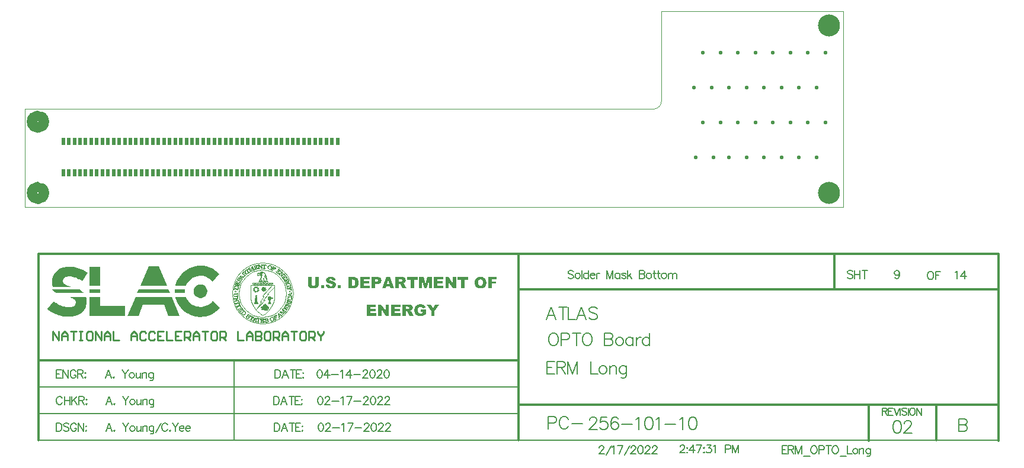
<source format=gbs>
G04*
G04 #@! TF.GenerationSoftware,Altium Limited,Altium Designer,21.3.2 (30)*
G04*
G04 Layer_Color=16711935*
%FSLAX25Y25*%
%MOIN*%
G70*
G04*
G04 #@! TF.SameCoordinates,0BA03C88-78D3-4CE0-B3B6-7A37467246DB*
G04*
G04*
G04 #@! TF.FilePolarity,Negative*
G04*
G01*
G75*
%ADD10C,0.00500*%
%ADD11C,0.00300*%
%ADD12C,0.00800*%
%ADD13C,0.01200*%
%ADD14C,0.00026*%
%ADD15C,0.00043*%
%ADD16C,0.00195*%
%ADD17C,0.00061*%
%ADD18C,0.00087*%
%ADD19C,0.00104*%
%ADD20C,0.00052*%
%ADD21C,0.00049*%
%ADD22C,0.00183*%
%ADD23C,0.00174*%
%ADD24C,0.00244*%
%ADD25C,0.00035*%
%ADD26C,0.01000*%
%ADD27R,0.06131X0.10864*%
%ADD28R,0.06131X0.02042*%
%ADD30C,0.06000*%
%ADD32C,0.00400*%
%ADD33C,0.12400*%
%ADD34C,0.02200*%
%ADD49R,0.01968X0.04331*%
G36*
X26368Y-33752D02*
X27377Y-33850D01*
X28659Y-34051D01*
X29751Y-34308D01*
X30805Y-34635D01*
X31823Y-35030D01*
X32803Y-35491D01*
X33746Y-36018D01*
X34651Y-36607D01*
X35518Y-37257D01*
X32333Y-41875D01*
X31340Y-41241D01*
X30805Y-40905D01*
X30278Y-40630D01*
X29393Y-40169D01*
X28659Y-39882D01*
X27942Y-39602D01*
X27222Y-39398D01*
X26864Y-39323D01*
X26437Y-39240D01*
X26046Y-39191D01*
X25795Y-39159D01*
X25481Y-39145D01*
X25167Y-39131D01*
X24752Y-39144D01*
X24379Y-39165D01*
X23701Y-39281D01*
X23124Y-39462D01*
X22812Y-39593D01*
X22645Y-39695D01*
X22415Y-39835D01*
X22090Y-40117D01*
X21829Y-40447D01*
X21639Y-40830D01*
X21536Y-41216D01*
X21505Y-41557D01*
X21536Y-42107D01*
X21639Y-42524D01*
X21835Y-42913D01*
X22098Y-43235D01*
X22477Y-43545D01*
X22970Y-43835D01*
X23588Y-44116D01*
X24341Y-44394D01*
X26296Y-44977D01*
X15810D01*
X15479Y-43405D01*
X15414Y-42114D01*
X15533Y-40650D01*
X15881Y-39299D01*
X16444Y-38070D01*
X17207Y-36973D01*
X18156Y-36018D01*
X19275Y-35215D01*
X20550Y-34573D01*
X21901Y-34124D01*
X23701Y-33802D01*
X25167Y-33714D01*
X26368Y-33752D01*
D02*
G37*
G36*
X99391Y-33119D02*
X100884Y-33248D01*
X102383Y-33540D01*
X103722Y-33941D01*
X105051Y-34490D01*
X106309Y-35164D01*
X107489Y-35954D01*
X108583Y-36854D01*
X109583Y-37855D01*
X105845Y-42174D01*
X104761Y-41040D01*
X104028Y-40444D01*
X103234Y-39928D01*
X102383Y-39500D01*
X101483Y-39164D01*
X100539Y-38927D01*
X99556Y-38796D01*
X98434Y-38782D01*
X97125Y-38947D01*
X95883Y-39298D01*
X94724Y-39820D01*
X93661Y-40498D01*
X92696Y-41333D01*
X91885Y-42263D01*
X91200Y-43321D01*
X90669Y-44477D01*
X84804D01*
X84866Y-44089D01*
X85197Y-42950D01*
X85616Y-41853D01*
X86120Y-40800D01*
X86704Y-39796D01*
X87035Y-39321D01*
X87365Y-38846D01*
X88098Y-37953D01*
X88898Y-37122D01*
X89763Y-36357D01*
X90687Y-35662D01*
X91666Y-35042D01*
X92711Y-34494D01*
X93774Y-34041D01*
X94894Y-33669D01*
X96053Y-33388D01*
X97246Y-33202D01*
X98434Y-33119D01*
X99391Y-33119D01*
D02*
G37*
G36*
X80045Y-44477D02*
X64977D01*
X69685Y-33414D01*
X75337D01*
X80045Y-44477D01*
D02*
G37*
G36*
X90170Y-46521D02*
X90144Y-46916D01*
X90119Y-47284D01*
Y-48003D01*
X90170Y-48542D01*
X84488D01*
X84469Y-47901D01*
X84451Y-47465D01*
X84454Y-47261D01*
X84488Y-46521D01*
X90170Y-46521D01*
D02*
G37*
G36*
X31849Y-47174D02*
X32165Y-47416D01*
X32482Y-47658D01*
X32863Y-48004D01*
X33375Y-48562D01*
X18203D01*
X17875Y-48392D01*
X17547Y-48222D01*
X17185Y-47998D01*
X16824Y-47774D01*
X16398Y-47436D01*
X15973Y-47097D01*
X15425Y-46520D01*
X30766D01*
X31849Y-47174D01*
D02*
G37*
G36*
X81784Y-48562D02*
X63238D01*
X64107Y-46520D01*
X80916D01*
X81784Y-48562D01*
D02*
G37*
G36*
X100020Y-43855D02*
X100717Y-44143D01*
X101343Y-44562D01*
X101876Y-45095D01*
X102295Y-45721D01*
X102583Y-46417D01*
X102730Y-47157D01*
Y-47533D01*
Y-47537D01*
Y-47913D01*
X102583Y-48652D01*
X102295Y-49349D01*
X101876Y-49975D01*
X101343Y-50508D01*
X100717Y-50927D01*
X100020Y-51215D01*
X99281Y-51362D01*
X98528D01*
X97790Y-51215D01*
X97095Y-50927D01*
X96469Y-50509D01*
X95937Y-49977D01*
X95519Y-49351D01*
X95231Y-48656D01*
X95085Y-47918D01*
Y-47542D01*
Y-47528D01*
Y-47152D01*
X95231Y-46414D01*
X95519Y-45719D01*
X95937Y-45093D01*
X96469Y-44561D01*
X97095Y-44143D01*
X97790Y-43855D01*
X98528Y-43708D01*
X99281D01*
X100020Y-43855D01*
D02*
G37*
G36*
X34673Y-51361D02*
X34760Y-51806D01*
X34820Y-52328D01*
X34837Y-52784D01*
X34854Y-53239D01*
X34790Y-54059D01*
X34730Y-54826D01*
X34550Y-55538D01*
X34367Y-56262D01*
X34000Y-57116D01*
X33781Y-57546D01*
X33382Y-58108D01*
X32984Y-58671D01*
X32489Y-59152D01*
X31993Y-59634D01*
X30821Y-60431D01*
X30152Y-60744D01*
X29484Y-61058D01*
X29123Y-61168D01*
X28621Y-61320D01*
X27976Y-61514D01*
X27693Y-61562D01*
X27119Y-61659D01*
X26717Y-61727D01*
X26335Y-61787D01*
X26123Y-61799D01*
X25464Y-61833D01*
X25103Y-61853D01*
X24588Y-61877D01*
X24195Y-61863D01*
X23803Y-61849D01*
X23356Y-61834D01*
X22895Y-61785D01*
X22494Y-61743D01*
X22014Y-61687D01*
X21587Y-61611D01*
X21160Y-61536D01*
X20840Y-61479D01*
X20328Y-61351D01*
X19964Y-61260D01*
X19517Y-61141D01*
X19120Y-61010D01*
X18723Y-60880D01*
X18382Y-60768D01*
X17945Y-60588D01*
X17567Y-60433D01*
X16806Y-60086D01*
X16422Y-59895D01*
X16030Y-59699D01*
X15469Y-59364D01*
X14908Y-59029D01*
X13829Y-58269D01*
X12799Y-57419D01*
X16422Y-53080D01*
X17190Y-53658D01*
X17567Y-53943D01*
X17945Y-54227D01*
X18382Y-54506D01*
X18723Y-54724D01*
X19120Y-54945D01*
X19601Y-55205D01*
X19964Y-55377D01*
X20328Y-55549D01*
X20584Y-55647D01*
X21000Y-55808D01*
X21587Y-55997D01*
X22094Y-56141D01*
X22494Y-56226D01*
X23125Y-56340D01*
X23580Y-56397D01*
X24195Y-56441D01*
X24682Y-56462D01*
X25103Y-56449D01*
X25464Y-56435D01*
X26123Y-56348D01*
X26352Y-56293D01*
X26717Y-56205D01*
X26997Y-56100D01*
X27387Y-55929D01*
X27693Y-55762D01*
X28070Y-55467D01*
X28368Y-55124D01*
X28546Y-54806D01*
X28621Y-54621D01*
X28728Y-54200D01*
X28763Y-53836D01*
X28738Y-53361D01*
X28621Y-52915D01*
X28438Y-52560D01*
X28278Y-52338D01*
X28033Y-52108D01*
X27825Y-51946D01*
X27534Y-51746D01*
X27241Y-51592D01*
X26857Y-51403D01*
X26543Y-51270D01*
X26229Y-51147D01*
X26123Y-51112D01*
X25464Y-50894D01*
X24622Y-50605D01*
X34485D01*
X34673Y-51361D01*
D02*
G37*
G36*
X42613Y-55906D02*
X56506D01*
Y-61479D01*
X36481D01*
Y-50605D01*
X42613D01*
Y-55906D01*
D02*
G37*
G36*
X87283Y-61480D02*
X80871D01*
X78324Y-55230D01*
X66540D01*
X63991Y-61480D01*
X57742D01*
X62369Y-50605D01*
X82654D01*
X87283Y-61480D01*
D02*
G37*
G36*
X90910Y-51195D02*
X91215Y-51750D01*
X91519Y-52306D01*
X91970Y-52903D01*
X92277Y-53312D01*
X92693Y-53727D01*
X93167Y-54198D01*
X93469Y-54423D01*
X93771Y-54648D01*
X94176Y-54950D01*
X94534Y-55144D01*
X94892Y-55338D01*
X95289Y-55553D01*
X95670Y-55692D01*
X96051Y-55831D01*
X96492Y-55992D01*
X97771Y-56253D01*
X98434Y-56312D01*
X98942Y-56305D01*
X99573Y-56296D01*
X100578Y-56159D01*
X101544Y-55910D01*
X102463Y-55558D01*
X103329Y-55109D01*
X103732Y-54839D01*
X104135Y-54569D01*
X104390Y-54355D01*
X104645Y-54141D01*
X104875Y-53946D01*
X105100Y-53711D01*
X105325Y-53475D01*
X105543Y-53246D01*
X105754Y-53003D01*
X105964Y-52760D01*
X109964Y-56798D01*
X108955Y-57888D01*
X107840Y-58868D01*
X106627Y-59732D01*
X105325Y-60469D01*
X104645Y-60787D01*
X103732Y-61129D01*
X103228Y-61318D01*
X101744Y-61699D01*
X100204Y-61923D01*
X99415Y-61974D01*
X98942Y-61975D01*
X98469Y-61977D01*
X98102Y-61951D01*
X97245Y-61891D01*
X96051Y-61705D01*
X95289Y-61520D01*
X94892Y-61424D01*
X93973Y-61119D01*
X93771Y-61052D01*
X93167Y-60794D01*
X92693Y-60592D01*
X91970Y-60211D01*
X91662Y-60049D01*
X91215Y-59766D01*
X90665Y-59415D01*
X90212Y-59074D01*
X89759Y-58733D01*
X89326Y-58350D01*
X88894Y-57967D01*
X88093Y-57135D01*
X87727Y-56688D01*
X87361Y-56242D01*
X87030Y-55766D01*
X86700Y-55290D01*
X86408Y-54788D01*
X86116Y-54286D01*
X85864Y-53759D01*
X85613Y-53232D01*
X85403Y-52682D01*
X85194Y-52133D01*
X84864Y-50993D01*
X84803Y-50605D01*
X90665D01*
X90910Y-51195D01*
D02*
G37*
G36*
X172474Y-39383D02*
X172578D01*
X172692Y-39393D01*
X172828Y-39414D01*
X172963Y-39424D01*
X173265Y-39487D01*
X173567Y-39570D01*
X173869Y-39674D01*
X174004Y-39747D01*
X174129Y-39830D01*
X174139D01*
X174160Y-39851D01*
X174191Y-39882D01*
X174233Y-39914D01*
X174285Y-39966D01*
X174337Y-40028D01*
X174400Y-40091D01*
X174472Y-40174D01*
X174535Y-40268D01*
X174597Y-40382D01*
X174670Y-40497D01*
X174722Y-40622D01*
X174785Y-40767D01*
X174826Y-40923D01*
X174868Y-41090D01*
X174899Y-41267D01*
X173057Y-41371D01*
Y-41350D01*
X173036Y-41298D01*
X173015Y-41225D01*
X172984Y-41132D01*
X172942Y-41028D01*
X172890Y-40923D01*
X172817Y-40830D01*
X172734Y-40747D01*
X172724Y-40736D01*
X172692Y-40715D01*
X172640Y-40684D01*
X172567Y-40642D01*
X172474Y-40611D01*
X172359Y-40580D01*
X172234Y-40559D01*
X172078Y-40549D01*
X172026D01*
X171964Y-40559D01*
X171880Y-40569D01*
X171714Y-40611D01*
X171631Y-40642D01*
X171558Y-40694D01*
X171547Y-40705D01*
X171537Y-40715D01*
X171506Y-40747D01*
X171474Y-40788D01*
X171422Y-40903D01*
X171402Y-40975D01*
X171391Y-41048D01*
Y-41059D01*
Y-41069D01*
X171412Y-41142D01*
X171453Y-41225D01*
X171485Y-41277D01*
X171537Y-41319D01*
X171547Y-41329D01*
X171568Y-41340D01*
X171610Y-41361D01*
X171672Y-41392D01*
X171755Y-41434D01*
X171870Y-41475D01*
X172016Y-41517D01*
X172193Y-41558D01*
X172203D01*
X172245Y-41569D01*
X172318Y-41590D01*
X172401Y-41600D01*
X172505Y-41631D01*
X172630Y-41662D01*
X172765Y-41694D01*
X172911Y-41725D01*
X173213Y-41819D01*
X173515Y-41912D01*
X173660Y-41964D01*
X173796Y-42017D01*
X173921Y-42068D01*
X174035Y-42121D01*
X174046D01*
X174056Y-42131D01*
X174087Y-42152D01*
X174129Y-42173D01*
X174223Y-42235D01*
X174347Y-42308D01*
X174483Y-42412D01*
X174618Y-42537D01*
X174743Y-42672D01*
X174847Y-42818D01*
X174858Y-42839D01*
X174889Y-42891D01*
X174931Y-42974D01*
X174983Y-43089D01*
X175024Y-43234D01*
X175066Y-43391D01*
X175097Y-43568D01*
X175107Y-43755D01*
Y-43765D01*
Y-43786D01*
Y-43817D01*
Y-43859D01*
X175087Y-43974D01*
X175066Y-44130D01*
X175024Y-44296D01*
X174962Y-44484D01*
X174878Y-44681D01*
X174764Y-44879D01*
Y-44890D01*
X174753Y-44900D01*
X174701Y-44962D01*
X174629Y-45056D01*
X174524Y-45171D01*
X174389Y-45296D01*
X174223Y-45421D01*
X174035Y-45546D01*
X173817Y-45660D01*
X173806D01*
X173785Y-45670D01*
X173754Y-45681D01*
X173713Y-45702D01*
X173650Y-45722D01*
X173577Y-45743D01*
X173494Y-45764D01*
X173400Y-45785D01*
X173296Y-45816D01*
X173182Y-45837D01*
X172921Y-45879D01*
X172619Y-45910D01*
X172286Y-45920D01*
X172130D01*
X172026Y-45910D01*
X171891Y-45899D01*
X171745Y-45889D01*
X171578Y-45868D01*
X171402Y-45847D01*
X171027Y-45774D01*
X170839Y-45722D01*
X170652Y-45660D01*
X170475Y-45587D01*
X170319Y-45504D01*
X170163Y-45410D01*
X170038Y-45306D01*
X170027Y-45296D01*
X170007Y-45275D01*
X169975Y-45244D01*
X169944Y-45191D01*
X169892Y-45129D01*
X169840Y-45056D01*
X169778Y-44973D01*
X169715Y-44869D01*
X169653Y-44765D01*
X169590Y-44640D01*
X169476Y-44380D01*
X169392Y-44067D01*
X169361Y-43901D01*
X169340Y-43724D01*
X171204Y-43599D01*
Y-43620D01*
X171214Y-43672D01*
X171235Y-43755D01*
X171256Y-43859D01*
X171287Y-43974D01*
X171329Y-44088D01*
X171381Y-44192D01*
X171443Y-44296D01*
X171453Y-44317D01*
X171506Y-44359D01*
X171568Y-44411D01*
X171672Y-44484D01*
X171797Y-44556D01*
X171943Y-44609D01*
X172120Y-44650D01*
X172318Y-44671D01*
X172390D01*
X172463Y-44661D01*
X172557Y-44650D01*
X172661Y-44629D01*
X172776Y-44588D01*
X172880Y-44546D01*
X172973Y-44484D01*
X172984Y-44473D01*
X173005Y-44452D01*
X173046Y-44411D01*
X173088Y-44348D01*
X173129Y-44286D01*
X173171Y-44203D01*
X173192Y-44119D01*
X173202Y-44026D01*
Y-44015D01*
Y-43984D01*
X173192Y-43932D01*
X173171Y-43880D01*
X173150Y-43807D01*
X173109Y-43734D01*
X173057Y-43661D01*
X172984Y-43588D01*
X172973Y-43578D01*
X172942Y-43557D01*
X172869Y-43516D01*
X172776Y-43464D01*
X172640Y-43411D01*
X172557Y-43380D01*
X172463Y-43349D01*
X172359Y-43318D01*
X172245Y-43276D01*
X172120Y-43245D01*
X171974Y-43214D01*
X171964D01*
X171922Y-43203D01*
X171849Y-43182D01*
X171766Y-43162D01*
X171662Y-43130D01*
X171537Y-43099D01*
X171402Y-43058D01*
X171256Y-43016D01*
X170954Y-42901D01*
X170652Y-42776D01*
X170506Y-42704D01*
X170371Y-42620D01*
X170246Y-42537D01*
X170132Y-42454D01*
X170121Y-42443D01*
X170111Y-42433D01*
X170079Y-42402D01*
X170048Y-42370D01*
X169955Y-42266D01*
X169861Y-42121D01*
X169757Y-41944D01*
X169663Y-41735D01*
X169600Y-41496D01*
X169590Y-41361D01*
X169580Y-41225D01*
Y-41215D01*
Y-41205D01*
Y-41142D01*
X169590Y-41048D01*
X169611Y-40923D01*
X169653Y-40788D01*
X169694Y-40632D01*
X169767Y-40476D01*
X169861Y-40309D01*
X169871Y-40288D01*
X169913Y-40236D01*
X169975Y-40153D01*
X170069Y-40059D01*
X170194Y-39945D01*
X170340Y-39830D01*
X170517Y-39726D01*
X170714Y-39622D01*
X170725D01*
X170746Y-39612D01*
X170777Y-39601D01*
X170818Y-39581D01*
X170881Y-39560D01*
X170943Y-39539D01*
X171027Y-39518D01*
X171120Y-39497D01*
X171235Y-39476D01*
X171349Y-39456D01*
X171474Y-39435D01*
X171620Y-39414D01*
X171766Y-39393D01*
X171922Y-39383D01*
X172276Y-39372D01*
X172390D01*
X172474Y-39383D01*
D02*
G37*
G36*
X242710Y-45816D02*
X240867D01*
X238494Y-42339D01*
Y-45816D01*
X236651D01*
Y-39476D01*
X238473D01*
X240867Y-42985D01*
Y-39476D01*
X242710D01*
Y-45816D01*
D02*
G37*
G36*
X228979D02*
X227376D01*
Y-40986D01*
X226137Y-45816D01*
X224680D01*
X223451Y-40986D01*
Y-45816D01*
X221848D01*
Y-39476D01*
X224430D01*
X225409Y-43339D01*
X226397Y-39476D01*
X228979D01*
Y-45816D01*
D02*
G37*
G36*
X165447Y-43255D02*
Y-43266D01*
Y-43276D01*
Y-43307D01*
Y-43349D01*
X165437Y-43464D01*
X165426Y-43599D01*
X165405Y-43765D01*
X165374Y-43942D01*
X165332Y-44130D01*
X165270Y-44317D01*
Y-44328D01*
X165260Y-44338D01*
X165239Y-44400D01*
X165197Y-44494D01*
X165135Y-44609D01*
X165062Y-44754D01*
X164968Y-44900D01*
X164854Y-45046D01*
X164718Y-45191D01*
X164697Y-45212D01*
X164656Y-45254D01*
X164583Y-45316D01*
X164479Y-45400D01*
X164364Y-45483D01*
X164229Y-45566D01*
X164083Y-45650D01*
X163927Y-45712D01*
X163917D01*
X163906Y-45722D01*
X163875Y-45733D01*
X163823Y-45743D01*
X163771Y-45764D01*
X163708Y-45774D01*
X163542Y-45816D01*
X163344Y-45858D01*
X163115Y-45889D01*
X162855Y-45910D01*
X162563Y-45920D01*
X162386D01*
X162261Y-45910D01*
X162105D01*
X161939Y-45889D01*
X161741Y-45879D01*
X161543Y-45858D01*
X161522D01*
X161491Y-45847D01*
X161450D01*
X161356Y-45827D01*
X161231Y-45806D01*
X161085Y-45764D01*
X160929Y-45722D01*
X160773Y-45670D01*
X160627Y-45608D01*
X160606Y-45597D01*
X160565Y-45566D01*
X160492Y-45525D01*
X160408Y-45462D01*
X160304Y-45389D01*
X160190Y-45296D01*
X160075Y-45181D01*
X159961Y-45056D01*
X159950Y-45035D01*
X159909Y-44994D01*
X159857Y-44921D01*
X159794Y-44827D01*
X159732Y-44723D01*
X159659Y-44598D01*
X159597Y-44463D01*
X159545Y-44328D01*
Y-44317D01*
X159534Y-44296D01*
X159524Y-44265D01*
X159513Y-44223D01*
X159492Y-44109D01*
X159461Y-43963D01*
X159420Y-43797D01*
X159399Y-43620D01*
X159378Y-43432D01*
X159368Y-43255D01*
Y-39476D01*
X161325D01*
Y-43349D01*
Y-43359D01*
Y-43370D01*
Y-43432D01*
X161335Y-43526D01*
X161356Y-43640D01*
X161398Y-43765D01*
X161439Y-43901D01*
X161512Y-44036D01*
X161606Y-44151D01*
X161616Y-44161D01*
X161658Y-44192D01*
X161720Y-44244D01*
X161814Y-44296D01*
X161928Y-44348D01*
X162064Y-44400D01*
X162230Y-44432D01*
X162407Y-44442D01*
X162490D01*
X162584Y-44432D01*
X162699Y-44411D01*
X162824Y-44369D01*
X162949Y-44328D01*
X163084Y-44255D01*
X163198Y-44161D01*
X163209Y-44151D01*
X163240Y-44109D01*
X163292Y-44036D01*
X163344Y-43953D01*
X163396Y-43838D01*
X163448Y-43692D01*
X163479Y-43536D01*
X163490Y-43349D01*
Y-39476D01*
X165447D01*
Y-43255D01*
D02*
G37*
G36*
X265612Y-40840D02*
X262728D01*
Y-41944D01*
X265196D01*
Y-43224D01*
X262728D01*
Y-45816D01*
X260761D01*
Y-39476D01*
X265612D01*
Y-40840D01*
D02*
G37*
G36*
X249529Y-41038D02*
X247530D01*
Y-45816D01*
X245573D01*
Y-41038D01*
X243574D01*
Y-39476D01*
X249529D01*
Y-41038D01*
D02*
G37*
G36*
X235485Y-40830D02*
X232196D01*
Y-41840D01*
X235246D01*
Y-43130D01*
X232196D01*
Y-44380D01*
X235579D01*
Y-45816D01*
X230228D01*
Y-39476D01*
X235485D01*
Y-40830D01*
D02*
G37*
G36*
X220984Y-41038D02*
X218986D01*
Y-45816D01*
X217028D01*
Y-41038D01*
X215030D01*
Y-39476D01*
X220984D01*
Y-41038D01*
D02*
G37*
G36*
X212177Y-39487D02*
X212386Y-39497D01*
X212604Y-39518D01*
X212844Y-39539D01*
X213062Y-39581D01*
X213260Y-39633D01*
X213270D01*
X213281Y-39643D01*
X213343Y-39664D01*
X213427Y-39706D01*
X213541Y-39768D01*
X213656Y-39841D01*
X213791Y-39945D01*
X213916Y-40070D01*
X214030Y-40216D01*
X214041Y-40236D01*
X214083Y-40288D01*
X214124Y-40382D01*
X214187Y-40497D01*
X214239Y-40653D01*
X214291Y-40830D01*
X214322Y-41028D01*
X214332Y-41246D01*
Y-41256D01*
Y-41267D01*
Y-41329D01*
X214322Y-41434D01*
X214301Y-41558D01*
X214280Y-41694D01*
X214239Y-41850D01*
X214176Y-42006D01*
X214103Y-42152D01*
X214093Y-42173D01*
X214062Y-42214D01*
X214010Y-42287D01*
X213937Y-42370D01*
X213854Y-42474D01*
X213739Y-42579D01*
X213624Y-42683D01*
X213479Y-42776D01*
X213468Y-42787D01*
X213437Y-42797D01*
X213375Y-42829D01*
X213302Y-42860D01*
X213198Y-42901D01*
X213083Y-42943D01*
X212948Y-42985D01*
X212792Y-43026D01*
X212802D01*
X212844Y-43047D01*
X212906Y-43068D01*
X212979Y-43099D01*
X213146Y-43172D01*
X213229Y-43214D01*
X213291Y-43255D01*
X213302D01*
X213312Y-43276D01*
X213343Y-43297D01*
X213375Y-43328D01*
X213416Y-43380D01*
X213468Y-43432D01*
X213531Y-43505D01*
X213604Y-43599D01*
X213614Y-43609D01*
X213635Y-43640D01*
X213677Y-43682D01*
X213718Y-43745D01*
X213812Y-43870D01*
X213854Y-43932D01*
X213885Y-43984D01*
X214842Y-45816D01*
X212625D01*
X211574Y-43890D01*
X211563Y-43870D01*
X211542Y-43828D01*
X211501Y-43765D01*
X211459Y-43682D01*
X211397Y-43599D01*
X211345Y-43526D01*
X211282Y-43453D01*
X211220Y-43401D01*
X211209Y-43391D01*
X211189Y-43380D01*
X211137Y-43349D01*
X211084Y-43318D01*
X211012Y-43297D01*
X210928Y-43266D01*
X210835Y-43255D01*
X210741Y-43245D01*
X210574D01*
Y-45816D01*
X208607D01*
Y-39476D01*
X212094D01*
X212177Y-39487D01*
D02*
G37*
G36*
X207951Y-45816D02*
X205890D01*
X205577Y-44765D01*
X203360D01*
X203048Y-45816D01*
X201049D01*
X203423Y-39476D01*
X205577D01*
X207951Y-45816D01*
D02*
G37*
G36*
X198707Y-39487D02*
X198790D01*
X198894Y-39508D01*
X199009Y-39518D01*
X199134Y-39539D01*
X199394Y-39601D01*
X199654Y-39695D01*
X199790Y-39747D01*
X199915Y-39820D01*
X200029Y-39893D01*
X200133Y-39987D01*
X200144Y-39997D01*
X200154Y-40007D01*
X200185Y-40039D01*
X200216Y-40080D01*
X200258Y-40132D01*
X200300Y-40195D01*
X200352Y-40268D01*
X200404Y-40361D01*
X200445Y-40455D01*
X200497Y-40559D01*
X200539Y-40684D01*
X200581Y-40809D01*
X200643Y-41090D01*
X200654Y-41256D01*
X200664Y-41423D01*
Y-41434D01*
Y-41465D01*
Y-41517D01*
X200654Y-41579D01*
X200643Y-41662D01*
X200633Y-41756D01*
X200612Y-41860D01*
X200591Y-41975D01*
X200518Y-42214D01*
X200414Y-42464D01*
X200352Y-42589D01*
X200279Y-42714D01*
X200185Y-42829D01*
X200081Y-42933D01*
X200071Y-42943D01*
X200050Y-42953D01*
X200019Y-42985D01*
X199977Y-43016D01*
X199915Y-43058D01*
X199842Y-43099D01*
X199748Y-43151D01*
X199644Y-43193D01*
X199529Y-43245D01*
X199404Y-43297D01*
X199259Y-43339D01*
X199102Y-43380D01*
X198925Y-43411D01*
X198738Y-43443D01*
X198540Y-43453D01*
X198322Y-43464D01*
X197249D01*
Y-45816D01*
X195282D01*
Y-39476D01*
X198634D01*
X198707Y-39487D01*
D02*
G37*
G36*
X194137Y-40830D02*
X190847D01*
Y-41840D01*
X193897D01*
Y-43130D01*
X190847D01*
Y-44380D01*
X194231D01*
Y-45816D01*
X188880D01*
Y-39476D01*
X194137D01*
Y-40830D01*
D02*
G37*
G36*
X185143Y-39487D02*
X185226D01*
X185413Y-39508D01*
X185642Y-39539D01*
X185871Y-39581D01*
X186100Y-39633D01*
X186309Y-39716D01*
X186319D01*
X186329Y-39726D01*
X186402Y-39757D01*
X186496Y-39810D01*
X186621Y-39882D01*
X186756Y-39976D01*
X186902Y-40091D01*
X187048Y-40226D01*
X187183Y-40382D01*
X187204Y-40403D01*
X187246Y-40455D01*
X187308Y-40549D01*
X187381Y-40674D01*
X187464Y-40819D01*
X187547Y-40996D01*
X187631Y-41194D01*
X187693Y-41402D01*
Y-41413D01*
X187704Y-41423D01*
Y-41465D01*
X187714Y-41506D01*
X187735Y-41558D01*
X187745Y-41621D01*
X187776Y-41777D01*
X187797Y-41954D01*
X187829Y-42162D01*
X187839Y-42391D01*
X187849Y-42631D01*
Y-42641D01*
Y-42672D01*
Y-42724D01*
Y-42797D01*
X187839Y-42880D01*
Y-42985D01*
X187829Y-43089D01*
X187818Y-43214D01*
X187787Y-43464D01*
X187745Y-43724D01*
X187693Y-43984D01*
X187652Y-44098D01*
X187610Y-44213D01*
Y-44223D01*
X187599Y-44234D01*
X187589Y-44265D01*
X187568Y-44307D01*
X187516Y-44411D01*
X187443Y-44536D01*
X187350Y-44681D01*
X187246Y-44838D01*
X187110Y-44994D01*
X186964Y-45150D01*
X186944Y-45171D01*
X186892Y-45212D01*
X186808Y-45275D01*
X186704Y-45348D01*
X186569Y-45441D01*
X186423Y-45514D01*
X186267Y-45587D01*
X186090Y-45650D01*
X186080D01*
X186059Y-45660D01*
X186028D01*
X185986Y-45670D01*
X185923Y-45691D01*
X185861Y-45702D01*
X185705Y-45733D01*
X185517Y-45764D01*
X185330Y-45785D01*
X185122Y-45806D01*
X184924Y-45816D01*
X182020D01*
Y-39476D01*
X185070D01*
X185143Y-39487D01*
D02*
G37*
G36*
X177866Y-45816D02*
X175982D01*
Y-44046D01*
X177866D01*
Y-45816D01*
D02*
G37*
G36*
X168518D02*
X166634D01*
Y-44046D01*
X168518D01*
Y-45816D01*
D02*
G37*
G36*
X256555Y-39383D02*
X256659D01*
X256795Y-39393D01*
X256941Y-39414D01*
X257117Y-39445D01*
X257294Y-39476D01*
X257492Y-39529D01*
X257690Y-39581D01*
X257888Y-39653D01*
X258096Y-39737D01*
X258294Y-39830D01*
X258481Y-39945D01*
X258668Y-40080D01*
X258835Y-40226D01*
X258845Y-40236D01*
X258877Y-40268D01*
X258918Y-40309D01*
X258970Y-40382D01*
X259033Y-40465D01*
X259106Y-40580D01*
X259189Y-40705D01*
X259272Y-40840D01*
X259345Y-41007D01*
X259428Y-41184D01*
X259501Y-41371D01*
X259564Y-41590D01*
X259616Y-41819D01*
X259658Y-42058D01*
X259689Y-42318D01*
X259699Y-42599D01*
Y-42610D01*
Y-42652D01*
Y-42704D01*
X259689Y-42787D01*
Y-42880D01*
X259678Y-42985D01*
X259668Y-43110D01*
X259658Y-43245D01*
X259605Y-43536D01*
X259543Y-43838D01*
X259449Y-44151D01*
X259324Y-44432D01*
Y-44442D01*
X259303Y-44463D01*
X259283Y-44494D01*
X259251Y-44546D01*
X259220Y-44609D01*
X259168Y-44671D01*
X259054Y-44838D01*
X258897Y-45015D01*
X258710Y-45191D01*
X258491Y-45379D01*
X258242Y-45535D01*
X258231D01*
X258210Y-45556D01*
X258169Y-45566D01*
X258117Y-45597D01*
X258044Y-45629D01*
X257961Y-45660D01*
X257867Y-45691D01*
X257752Y-45722D01*
X257638Y-45764D01*
X257503Y-45795D01*
X257357Y-45827D01*
X257201Y-45858D01*
X256857Y-45899D01*
X256472Y-45920D01*
X256368D01*
X256295Y-45910D01*
X256201D01*
X256097Y-45899D01*
X255972Y-45889D01*
X255847Y-45879D01*
X255566Y-45837D01*
X255264Y-45774D01*
X254973Y-45702D01*
X254692Y-45587D01*
X254681D01*
X254661Y-45566D01*
X254629Y-45546D01*
X254577Y-45525D01*
X254515Y-45483D01*
X254452Y-45441D01*
X254286Y-45327D01*
X254109Y-45171D01*
X253922Y-44983D01*
X253734Y-44765D01*
X253557Y-44504D01*
Y-44494D01*
X253536Y-44473D01*
X253516Y-44432D01*
X253495Y-44369D01*
X253464Y-44296D01*
X253422Y-44213D01*
X253380Y-44109D01*
X253349Y-43994D01*
X253307Y-43870D01*
X253266Y-43724D01*
X253235Y-43578D01*
X253193Y-43411D01*
X253172Y-43234D01*
X253151Y-43047D01*
X253130Y-42652D01*
Y-42631D01*
Y-42579D01*
X253141Y-42506D01*
Y-42391D01*
X253162Y-42266D01*
X253172Y-42110D01*
X253203Y-41944D01*
X253235Y-41767D01*
X253287Y-41579D01*
X253339Y-41381D01*
X253412Y-41184D01*
X253495Y-40975D01*
X253599Y-40778D01*
X253713Y-40590D01*
X253838Y-40403D01*
X253994Y-40236D01*
X254005Y-40226D01*
X254036Y-40195D01*
X254088Y-40153D01*
X254151Y-40101D01*
X254244Y-40039D01*
X254348Y-39966D01*
X254473Y-39882D01*
X254619Y-39799D01*
X254786Y-39726D01*
X254963Y-39643D01*
X255160Y-39570D01*
X255379Y-39508D01*
X255608Y-39456D01*
X255858Y-39414D01*
X256118Y-39383D01*
X256399Y-39372D01*
X256472D01*
X256555Y-39383D01*
D02*
G37*
G36*
X222879Y-54883D02*
X222983D01*
X223087Y-54893D01*
X223212D01*
X223462Y-54924D01*
X223722Y-54956D01*
X223972Y-55008D01*
X224087Y-55039D01*
X224191Y-55070D01*
X224201D01*
X224212Y-55080D01*
X224285Y-55101D01*
X224378Y-55153D01*
X224503Y-55216D01*
X224639Y-55299D01*
X224784Y-55403D01*
X224930Y-55518D01*
X225065Y-55664D01*
X225076Y-55684D01*
X225117Y-55736D01*
X225180Y-55820D01*
X225263Y-55934D01*
X225346Y-56080D01*
X225430Y-56257D01*
X225513Y-56455D01*
X225586Y-56673D01*
X223691Y-57006D01*
X223681Y-56986D01*
X223670Y-56944D01*
X223639Y-56881D01*
X223598Y-56809D01*
X223535Y-56715D01*
X223473Y-56632D01*
X223379Y-56538D01*
X223285Y-56465D01*
X223275Y-56455D01*
X223233Y-56434D01*
X223181Y-56403D01*
X223098Y-56361D01*
X222994Y-56330D01*
X222869Y-56299D01*
X222733Y-56278D01*
X222577Y-56267D01*
X222515D01*
X222473Y-56278D01*
X222348Y-56288D01*
X222203Y-56319D01*
X222046Y-56371D01*
X221869Y-56455D01*
X221703Y-56569D01*
X221620Y-56632D01*
X221547Y-56715D01*
X221526Y-56736D01*
X221515Y-56767D01*
X221484Y-56798D01*
X221463Y-56850D01*
X221432Y-56902D01*
X221391Y-56975D01*
X221359Y-57058D01*
X221328Y-57152D01*
X221287Y-57256D01*
X221255Y-57371D01*
X221234Y-57496D01*
X221203Y-57641D01*
X221193Y-57787D01*
X221172Y-57954D01*
Y-58131D01*
Y-58141D01*
Y-58172D01*
Y-58224D01*
X221182Y-58297D01*
Y-58381D01*
X221193Y-58485D01*
X221224Y-58703D01*
X221266Y-58943D01*
X221339Y-59182D01*
X221432Y-59411D01*
X221495Y-59505D01*
X221557Y-59598D01*
X221578Y-59619D01*
X221630Y-59671D01*
X221713Y-59734D01*
X221838Y-59817D01*
X221984Y-59900D01*
X222171Y-59963D01*
X222390Y-60015D01*
X222629Y-60036D01*
X222681D01*
X222754Y-60025D01*
X222838D01*
X222931Y-60015D01*
X223035Y-59994D01*
X223254Y-59942D01*
X223264D01*
X223306Y-59921D01*
X223369Y-59900D01*
X223452Y-59869D01*
X223556Y-59817D01*
X223681Y-59765D01*
X223806Y-59703D01*
X223952Y-59619D01*
Y-59026D01*
X222640D01*
Y-57704D01*
X225669D01*
Y-60410D01*
X225659Y-60421D01*
X225627Y-60431D01*
X225586Y-60462D01*
X225523Y-60504D01*
X225450Y-60556D01*
X225357Y-60608D01*
X225253Y-60671D01*
X225149Y-60733D01*
X224909Y-60858D01*
X224649Y-60993D01*
X224378Y-61118D01*
X224118Y-61212D01*
X224108D01*
X224087Y-61222D01*
X224056Y-61233D01*
X224004Y-61243D01*
X223941Y-61264D01*
X223858Y-61274D01*
X223775Y-61295D01*
X223670Y-61316D01*
X223556Y-61337D01*
X223441Y-61358D01*
X223171Y-61389D01*
X222869Y-61410D01*
X222536Y-61420D01*
X222432D01*
X222348Y-61410D01*
X222255D01*
X222140Y-61399D01*
X222015Y-61389D01*
X221880Y-61368D01*
X221588Y-61326D01*
X221287Y-61264D01*
X220974Y-61170D01*
X220693Y-61045D01*
X220683D01*
X220662Y-61025D01*
X220631Y-61004D01*
X220579Y-60973D01*
X220516Y-60931D01*
X220454Y-60879D01*
X220287Y-60754D01*
X220110Y-60598D01*
X219933Y-60400D01*
X219746Y-60171D01*
X219590Y-59900D01*
Y-59890D01*
X219569Y-59869D01*
X219558Y-59828D01*
X219527Y-59765D01*
X219496Y-59692D01*
X219465Y-59609D01*
X219433Y-59505D01*
X219402Y-59401D01*
X219361Y-59276D01*
X219329Y-59140D01*
X219267Y-58838D01*
X219225Y-58505D01*
X219204Y-58152D01*
Y-58141D01*
Y-58110D01*
Y-58047D01*
X219215Y-57974D01*
Y-57891D01*
X219225Y-57777D01*
X219236Y-57662D01*
X219257Y-57537D01*
X219309Y-57256D01*
X219381Y-56954D01*
X219486Y-56642D01*
X219631Y-56351D01*
X219642Y-56340D01*
X219652Y-56319D01*
X219673Y-56278D01*
X219715Y-56226D01*
X219756Y-56163D01*
X219808Y-56090D01*
X219944Y-55913D01*
X220121Y-55726D01*
X220339Y-55528D01*
X220589Y-55351D01*
X220881Y-55185D01*
X220891D01*
X220912Y-55174D01*
X220943Y-55153D01*
X220995Y-55133D01*
X221068Y-55112D01*
X221141Y-55080D01*
X221234Y-55060D01*
X221339Y-55028D01*
X221463Y-54997D01*
X221588Y-54966D01*
X221734Y-54945D01*
X221890Y-54924D01*
X222057Y-54904D01*
X222234Y-54883D01*
X222421Y-54872D01*
X222796D01*
X222879Y-54883D01*
D02*
G37*
G36*
X230624Y-58662D02*
Y-61316D01*
X228657D01*
Y-58662D01*
X226190Y-54976D01*
X228365D01*
X229646Y-57121D01*
X230916Y-54976D01*
X233091D01*
X230624Y-58662D01*
D02*
G37*
G36*
X204849Y-61316D02*
X203007D01*
X200633Y-57839D01*
Y-61316D01*
X198791D01*
Y-54976D01*
X200612D01*
X203007Y-58485D01*
Y-54976D01*
X204849D01*
Y-61316D01*
D02*
G37*
G36*
X216154Y-54987D02*
X216363Y-54997D01*
X216581Y-55018D01*
X216821Y-55039D01*
X217039Y-55080D01*
X217237Y-55133D01*
X217247D01*
X217258Y-55143D01*
X217320Y-55164D01*
X217404Y-55206D01*
X217518Y-55268D01*
X217633Y-55341D01*
X217768Y-55445D01*
X217893Y-55570D01*
X218007Y-55716D01*
X218018Y-55736D01*
X218059Y-55788D01*
X218101Y-55882D01*
X218163Y-55997D01*
X218215Y-56153D01*
X218268Y-56330D01*
X218299Y-56528D01*
X218309Y-56746D01*
Y-56757D01*
Y-56767D01*
Y-56829D01*
X218299Y-56933D01*
X218278Y-57058D01*
X218257Y-57194D01*
X218215Y-57350D01*
X218153Y-57506D01*
X218080Y-57652D01*
X218070Y-57673D01*
X218039Y-57714D01*
X217986Y-57787D01*
X217914Y-57870D01*
X217830Y-57974D01*
X217716Y-58079D01*
X217601Y-58183D01*
X217456Y-58276D01*
X217445Y-58287D01*
X217414Y-58297D01*
X217352Y-58328D01*
X217279Y-58360D01*
X217175Y-58401D01*
X217060Y-58443D01*
X216925Y-58485D01*
X216769Y-58526D01*
X216779D01*
X216821Y-58547D01*
X216883Y-58568D01*
X216956Y-58599D01*
X217123Y-58672D01*
X217206Y-58714D01*
X217268Y-58755D01*
X217279D01*
X217289Y-58776D01*
X217320Y-58797D01*
X217352Y-58828D01*
X217393Y-58880D01*
X217445Y-58932D01*
X217508Y-59005D01*
X217581Y-59099D01*
X217591Y-59109D01*
X217612Y-59140D01*
X217653Y-59182D01*
X217695Y-59245D01*
X217789Y-59369D01*
X217830Y-59432D01*
X217862Y-59484D01*
X218819Y-61316D01*
X216602D01*
X215551Y-59390D01*
X215540Y-59369D01*
X215519Y-59328D01*
X215478Y-59265D01*
X215436Y-59182D01*
X215374Y-59099D01*
X215322Y-59026D01*
X215259Y-58953D01*
X215197Y-58901D01*
X215186Y-58891D01*
X215165Y-58880D01*
X215113Y-58849D01*
X215061Y-58818D01*
X214988Y-58797D01*
X214905Y-58766D01*
X214811Y-58755D01*
X214718Y-58745D01*
X214551D01*
Y-61316D01*
X212584D01*
Y-54976D01*
X216071D01*
X216154Y-54987D01*
D02*
G37*
G36*
X211407Y-56330D02*
X208118D01*
Y-57340D01*
X211168D01*
Y-58630D01*
X208118D01*
Y-59879D01*
X211501D01*
Y-61316D01*
X206150D01*
Y-54976D01*
X211407D01*
Y-56330D01*
D02*
G37*
G36*
X197625D02*
X194335D01*
Y-57340D01*
X197385D01*
Y-58630D01*
X194335D01*
Y-59879D01*
X197718D01*
Y-61316D01*
X192367D01*
Y-54976D01*
X197625D01*
Y-56330D01*
D02*
G37*
%LPC*%
G36*
X211428Y-40757D02*
X210574D01*
Y-42048D01*
X211459D01*
X211511Y-42037D01*
X211584Y-42027D01*
X211678Y-42017D01*
X211782Y-41996D01*
X211917Y-41964D01*
X211928D01*
X211948Y-41954D01*
X211990Y-41944D01*
X212032Y-41923D01*
X212136Y-41860D01*
X212188Y-41819D01*
X212240Y-41767D01*
X212250Y-41756D01*
X212261Y-41735D01*
X212282Y-41704D01*
X212302Y-41662D01*
X212344Y-41548D01*
X212365Y-41475D01*
Y-41402D01*
Y-41392D01*
Y-41350D01*
X212354Y-41298D01*
X212344Y-41225D01*
X212313Y-41152D01*
X212282Y-41069D01*
X212229Y-40996D01*
X212167Y-40923D01*
X212157Y-40913D01*
X212125Y-40892D01*
X212073Y-40871D01*
X212000Y-40840D01*
X211896Y-40809D01*
X211771Y-40778D01*
X211615Y-40767D01*
X211428Y-40757D01*
D02*
G37*
G36*
X204474Y-41121D02*
X203787Y-43391D01*
X205161D01*
X204474Y-41121D01*
D02*
G37*
G36*
X197801Y-40767D02*
X197249D01*
Y-42183D01*
X197822D01*
X197916Y-42173D01*
X198041Y-42162D01*
X198166Y-42141D01*
X198301Y-42100D01*
X198415Y-42058D01*
X198520Y-41996D01*
X198530Y-41985D01*
X198561Y-41964D01*
X198592Y-41912D01*
X198644Y-41860D01*
X198686Y-41787D01*
X198717Y-41694D01*
X198749Y-41600D01*
X198759Y-41486D01*
Y-41475D01*
Y-41434D01*
X198749Y-41381D01*
X198738Y-41309D01*
X198707Y-41225D01*
X198676Y-41142D01*
X198624Y-41059D01*
X198551Y-40975D01*
X198540Y-40965D01*
X198509Y-40944D01*
X198457Y-40913D01*
X198384Y-40871D01*
X198280Y-40830D01*
X198155Y-40799D01*
X197989Y-40778D01*
X197801Y-40767D01*
D02*
G37*
G36*
X184456Y-40913D02*
X183977D01*
Y-44380D01*
X184549D01*
X184664Y-44369D01*
X184789Y-44359D01*
X184934Y-44348D01*
X185080Y-44317D01*
X185205Y-44286D01*
X185320Y-44244D01*
X185330Y-44234D01*
X185361Y-44213D01*
X185413Y-44182D01*
X185465Y-44130D01*
X185538Y-44067D01*
X185601Y-43984D01*
X185663Y-43890D01*
X185726Y-43776D01*
X185736Y-43755D01*
X185747Y-43713D01*
X185778Y-43630D01*
X185809Y-43505D01*
X185830Y-43359D01*
X185861Y-43162D01*
X185871Y-42933D01*
X185882Y-42672D01*
Y-42662D01*
Y-42631D01*
Y-42579D01*
Y-42506D01*
X185871Y-42423D01*
X185861Y-42329D01*
X185840Y-42121D01*
X185799Y-41892D01*
X185747Y-41662D01*
X185663Y-41454D01*
X185611Y-41361D01*
X185549Y-41288D01*
X185538Y-41267D01*
X185486Y-41225D01*
X185403Y-41173D01*
X185288Y-41100D01*
X185132Y-41028D01*
X184945Y-40975D01*
X184726Y-40934D01*
X184456Y-40913D01*
D02*
G37*
G36*
X256399Y-40861D02*
X256347D01*
X256305Y-40871D01*
X256191Y-40882D01*
X256056Y-40913D01*
X255910Y-40965D01*
X255743Y-41038D01*
X255587Y-41142D01*
X255441Y-41288D01*
X255431Y-41309D01*
X255410Y-41329D01*
X255389Y-41371D01*
X255358Y-41413D01*
X255327Y-41465D01*
X255296Y-41538D01*
X255264Y-41611D01*
X255233Y-41704D01*
X255202Y-41808D01*
X255171Y-41923D01*
X255139Y-42048D01*
X255119Y-42183D01*
X255098Y-42329D01*
X255087Y-42485D01*
Y-42662D01*
Y-42672D01*
Y-42704D01*
Y-42756D01*
X255098Y-42818D01*
Y-42901D01*
X255108Y-42985D01*
X255129Y-43193D01*
X255171Y-43422D01*
X255233Y-43640D01*
X255327Y-43859D01*
X255379Y-43953D01*
X255441Y-44036D01*
X255462Y-44057D01*
X255504Y-44098D01*
X255587Y-44171D01*
X255691Y-44244D01*
X255837Y-44317D01*
X256003Y-44390D01*
X256191Y-44432D01*
X256410Y-44452D01*
X256472D01*
X256514Y-44442D01*
X256628Y-44432D01*
X256774Y-44400D01*
X256930Y-44348D01*
X257086Y-44286D01*
X257253Y-44182D01*
X257388Y-44046D01*
X257399Y-44026D01*
X257419Y-44005D01*
X257440Y-43963D01*
X257471Y-43922D01*
X257503Y-43859D01*
X257534Y-43797D01*
X257565Y-43713D01*
X257596Y-43620D01*
X257628Y-43505D01*
X257659Y-43391D01*
X257690Y-43255D01*
X257711Y-43110D01*
X257732Y-42943D01*
X257742Y-42766D01*
Y-42579D01*
Y-42568D01*
Y-42537D01*
Y-42495D01*
X257732Y-42433D01*
Y-42360D01*
X257721Y-42277D01*
X257700Y-42079D01*
X257648Y-41871D01*
X257586Y-41652D01*
X257503Y-41454D01*
X257440Y-41361D01*
X257378Y-41277D01*
X257357Y-41256D01*
X257315Y-41215D01*
X257232Y-41142D01*
X257117Y-41069D01*
X256982Y-40996D01*
X256816Y-40923D01*
X256618Y-40882D01*
X256399Y-40861D01*
D02*
G37*
G36*
X215405Y-56257D02*
X214551D01*
Y-57548D01*
X215436D01*
X215488Y-57537D01*
X215561Y-57527D01*
X215655Y-57516D01*
X215759Y-57496D01*
X215894Y-57464D01*
X215904D01*
X215925Y-57454D01*
X215967Y-57444D01*
X216009Y-57423D01*
X216113Y-57360D01*
X216165Y-57319D01*
X216217Y-57267D01*
X216227Y-57256D01*
X216238Y-57235D01*
X216259Y-57204D01*
X216279Y-57162D01*
X216321Y-57048D01*
X216342Y-56975D01*
Y-56902D01*
Y-56892D01*
Y-56850D01*
X216331Y-56798D01*
X216321Y-56725D01*
X216290Y-56652D01*
X216259Y-56569D01*
X216206Y-56496D01*
X216144Y-56423D01*
X216134Y-56413D01*
X216102Y-56392D01*
X216050Y-56371D01*
X215977Y-56340D01*
X215873Y-56309D01*
X215748Y-56278D01*
X215592Y-56267D01*
X215405Y-56257D01*
D02*
G37*
%LPD*%
D10*
X492025Y-37268D02*
X491811Y-37911D01*
X491382Y-38339D01*
X490740Y-38554D01*
X490525D01*
X489883Y-38339D01*
X489454Y-37911D01*
X489240Y-37268D01*
Y-37054D01*
X489454Y-36411D01*
X489883Y-35983D01*
X490525Y-35768D01*
X490740D01*
X491382Y-35983D01*
X491811Y-36411D01*
X492025Y-37268D01*
Y-38339D01*
X491811Y-39410D01*
X491382Y-40053D01*
X490740Y-40267D01*
X490311D01*
X489669Y-40053D01*
X489454Y-39625D01*
X308679Y-36411D02*
X308251Y-35983D01*
X307608Y-35768D01*
X306751D01*
X306108Y-35983D01*
X305680Y-36411D01*
Y-36840D01*
X305894Y-37268D01*
X306108Y-37482D01*
X306537Y-37696D01*
X307822Y-38125D01*
X308251Y-38339D01*
X308465Y-38554D01*
X308679Y-38982D01*
Y-39625D01*
X308251Y-40053D01*
X307608Y-40267D01*
X306751D01*
X306108Y-40053D01*
X305680Y-39625D01*
X310757Y-37268D02*
X310329Y-37482D01*
X309900Y-37911D01*
X309686Y-38554D01*
Y-38982D01*
X309900Y-39625D01*
X310329Y-40053D01*
X310757Y-40267D01*
X311400D01*
X311829Y-40053D01*
X312257Y-39625D01*
X312471Y-38982D01*
Y-38554D01*
X312257Y-37911D01*
X311829Y-37482D01*
X311400Y-37268D01*
X310757D01*
X313457Y-35768D02*
Y-40267D01*
X316970Y-35768D02*
Y-40267D01*
Y-37911D02*
X316542Y-37482D01*
X316113Y-37268D01*
X315471D01*
X315042Y-37482D01*
X314614Y-37911D01*
X314400Y-38554D01*
Y-38982D01*
X314614Y-39625D01*
X315042Y-40053D01*
X315471Y-40267D01*
X316113D01*
X316542Y-40053D01*
X316970Y-39625D01*
X318170Y-38554D02*
X320741D01*
Y-38125D01*
X320527Y-37696D01*
X320313Y-37482D01*
X319884Y-37268D01*
X319241D01*
X318813Y-37482D01*
X318384Y-37911D01*
X318170Y-38554D01*
Y-38982D01*
X318384Y-39625D01*
X318813Y-40053D01*
X319241Y-40267D01*
X319884D01*
X320313Y-40053D01*
X320741Y-39625D01*
X321705Y-37268D02*
Y-40267D01*
Y-38554D02*
X321919Y-37911D01*
X322348Y-37482D01*
X322776Y-37268D01*
X323419D01*
X327361Y-35768D02*
Y-40267D01*
Y-35768D02*
X329075Y-40267D01*
X330789Y-35768D02*
X329075Y-40267D01*
X330789Y-35768D02*
Y-40267D01*
X334645Y-37268D02*
Y-40267D01*
Y-37911D02*
X334217Y-37482D01*
X333788Y-37268D01*
X333146D01*
X332717Y-37482D01*
X332289Y-37911D01*
X332074Y-38554D01*
Y-38982D01*
X332289Y-39625D01*
X332717Y-40053D01*
X333146Y-40267D01*
X333788D01*
X334217Y-40053D01*
X334645Y-39625D01*
X338202Y-37911D02*
X337987Y-37482D01*
X337345Y-37268D01*
X336702D01*
X336059Y-37482D01*
X335845Y-37911D01*
X336059Y-38339D01*
X336488Y-38554D01*
X337559Y-38768D01*
X337987Y-38982D01*
X338202Y-39410D01*
Y-39625D01*
X337987Y-40053D01*
X337345Y-40267D01*
X336702D01*
X336059Y-40053D01*
X335845Y-39625D01*
X339144Y-35768D02*
Y-40267D01*
X341287Y-37268D02*
X339144Y-39410D01*
X340001Y-38554D02*
X341501Y-40267D01*
X345743Y-35768D02*
Y-40267D01*
Y-35768D02*
X347671D01*
X348314Y-35983D01*
X348528Y-36197D01*
X348742Y-36625D01*
Y-37054D01*
X348528Y-37482D01*
X348314Y-37696D01*
X347671Y-37911D01*
X345743D02*
X347671D01*
X348314Y-38125D01*
X348528Y-38339D01*
X348742Y-38768D01*
Y-39410D01*
X348528Y-39839D01*
X348314Y-40053D01*
X347671Y-40267D01*
X345743D01*
X350820Y-37268D02*
X350392Y-37482D01*
X349963Y-37911D01*
X349749Y-38554D01*
Y-38982D01*
X349963Y-39625D01*
X350392Y-40053D01*
X350820Y-40267D01*
X351463D01*
X351891Y-40053D01*
X352320Y-39625D01*
X352534Y-38982D01*
Y-38554D01*
X352320Y-37911D01*
X351891Y-37482D01*
X351463Y-37268D01*
X350820D01*
X354163Y-35768D02*
Y-39410D01*
X354377Y-40053D01*
X354805Y-40267D01*
X355234D01*
X353520Y-37268D02*
X355019D01*
X356519Y-35768D02*
Y-39410D01*
X356733Y-40053D01*
X357162Y-40267D01*
X357590D01*
X355876Y-37268D02*
X357376D01*
X359304D02*
X358876Y-37482D01*
X358447Y-37911D01*
X358233Y-38554D01*
Y-38982D01*
X358447Y-39625D01*
X358876Y-40053D01*
X359304Y-40267D01*
X359947D01*
X360375Y-40053D01*
X360804Y-39625D01*
X361018Y-38982D01*
Y-38554D01*
X360804Y-37911D01*
X360375Y-37482D01*
X359947Y-37268D01*
X359304D01*
X362004D02*
Y-40267D01*
Y-38125D02*
X362646Y-37482D01*
X363075Y-37268D01*
X363718D01*
X364146Y-37482D01*
X364360Y-38125D01*
Y-40267D01*
Y-38125D02*
X365003Y-37482D01*
X365431Y-37268D01*
X366074D01*
X366503Y-37482D01*
X366717Y-38125D01*
Y-40267D01*
X368725Y-135134D02*
Y-134920D01*
X368939Y-134491D01*
X369153Y-134277D01*
X369582Y-134063D01*
X370439D01*
X370867Y-134277D01*
X371082Y-134491D01*
X371296Y-134920D01*
Y-135348D01*
X371082Y-135777D01*
X370653Y-136420D01*
X368511Y-138562D01*
X371510D01*
X372731Y-135563D02*
X372517Y-135777D01*
X372731Y-135991D01*
X372946Y-135777D01*
X372731Y-135563D01*
Y-138134D02*
X372517Y-138348D01*
X372731Y-138562D01*
X372946Y-138348D01*
X372731Y-138134D01*
X376074Y-134063D02*
X373931Y-137062D01*
X377145D01*
X376074Y-134063D02*
Y-138562D01*
X380937Y-134063D02*
X378794Y-138562D01*
X377937Y-134063D02*
X380937D01*
X382158Y-135563D02*
X381944Y-135777D01*
X382158Y-135991D01*
X382372Y-135777D01*
X382158Y-135563D01*
Y-138134D02*
X381944Y-138348D01*
X382158Y-138562D01*
X382372Y-138348D01*
X382158Y-138134D01*
X383786Y-134063D02*
X386143D01*
X384857Y-135777D01*
X385500D01*
X385929Y-135991D01*
X386143Y-136205D01*
X386357Y-136848D01*
Y-137276D01*
X386143Y-137919D01*
X385714Y-138348D01*
X385071Y-138562D01*
X384429D01*
X383786Y-138348D01*
X383572Y-138134D01*
X383358Y-137705D01*
X387364Y-134920D02*
X387792Y-134706D01*
X388435Y-134063D01*
Y-138562D01*
X394198Y-136420D02*
X396126D01*
X396769Y-136205D01*
X396983Y-135991D01*
X397198Y-135563D01*
Y-134920D01*
X396983Y-134491D01*
X396769Y-134277D01*
X396126Y-134063D01*
X394198D01*
Y-138562D01*
X398204Y-134063D02*
Y-138562D01*
Y-134063D02*
X399918Y-138562D01*
X401632Y-134063D02*
X399918Y-138562D01*
X401632Y-134063D02*
Y-138562D01*
X323225Y-135634D02*
Y-135420D01*
X323439Y-134991D01*
X323654Y-134777D01*
X324082Y-134563D01*
X324939D01*
X325367Y-134777D01*
X325582Y-134991D01*
X325796Y-135420D01*
Y-135848D01*
X325582Y-136277D01*
X325153Y-136920D01*
X323011Y-139062D01*
X326010D01*
X327017Y-139705D02*
X330016Y-134563D01*
X330316Y-135420D02*
X330745Y-135206D01*
X331388Y-134563D01*
Y-139062D01*
X336615Y-134563D02*
X334473Y-139062D01*
X333616Y-134563D02*
X336615D01*
X337622Y-139705D02*
X340621Y-134563D01*
X341136Y-135634D02*
Y-135420D01*
X341350Y-134991D01*
X341564Y-134777D01*
X341992Y-134563D01*
X342849D01*
X343278Y-134777D01*
X343492Y-134991D01*
X343706Y-135420D01*
Y-135848D01*
X343492Y-136277D01*
X343064Y-136920D01*
X340921Y-139062D01*
X343921D01*
X346213Y-134563D02*
X345570Y-134777D01*
X345142Y-135420D01*
X344928Y-136491D01*
Y-137134D01*
X345142Y-138205D01*
X345570Y-138848D01*
X346213Y-139062D01*
X346641D01*
X347284Y-138848D01*
X347713Y-138205D01*
X347927Y-137134D01*
Y-136491D01*
X347713Y-135420D01*
X347284Y-134777D01*
X346641Y-134563D01*
X346213D01*
X349148Y-135634D02*
Y-135420D01*
X349362Y-134991D01*
X349576Y-134777D01*
X350005Y-134563D01*
X350862D01*
X351290Y-134777D01*
X351505Y-134991D01*
X351719Y-135420D01*
Y-135848D01*
X351505Y-136277D01*
X351076Y-136920D01*
X348934Y-139062D01*
X351933D01*
X353154Y-135634D02*
Y-135420D01*
X353369Y-134991D01*
X353583Y-134777D01*
X354011Y-134563D01*
X354868D01*
X355297Y-134777D01*
X355511Y-134991D01*
X355725Y-135420D01*
Y-135848D01*
X355511Y-136277D01*
X355083Y-136920D01*
X352940Y-139062D01*
X355939D01*
X166453Y-121817D02*
X165810Y-122031D01*
X165382Y-122674D01*
X165167Y-123745D01*
Y-124388D01*
X165382Y-125459D01*
X165810Y-126102D01*
X166453Y-126316D01*
X166881D01*
X167524Y-126102D01*
X167953Y-125459D01*
X168167Y-124388D01*
Y-123745D01*
X167953Y-122674D01*
X167524Y-122031D01*
X166881Y-121817D01*
X166453D01*
X169388Y-122888D02*
Y-122674D01*
X169602Y-122246D01*
X169817Y-122031D01*
X170245Y-121817D01*
X171102D01*
X171530Y-122031D01*
X171745Y-122246D01*
X171959Y-122674D01*
Y-123102D01*
X171745Y-123531D01*
X171316Y-124174D01*
X169174Y-126316D01*
X172173D01*
X173180Y-124388D02*
X177036D01*
X178365Y-122674D02*
X178793Y-122460D01*
X179436Y-121817D01*
Y-126316D01*
X184663Y-121817D02*
X182521Y-126316D01*
X181664Y-121817D02*
X184663D01*
X185670Y-124388D02*
X189526D01*
X191069Y-122888D02*
Y-122674D01*
X191283Y-122246D01*
X191498Y-122031D01*
X191926Y-121817D01*
X192783D01*
X193211Y-122031D01*
X193426Y-122246D01*
X193640Y-122674D01*
Y-123102D01*
X193426Y-123531D01*
X192997Y-124174D01*
X190855Y-126316D01*
X193854D01*
X196147Y-121817D02*
X195504Y-122031D01*
X195075Y-122674D01*
X194861Y-123745D01*
Y-124388D01*
X195075Y-125459D01*
X195504Y-126102D01*
X196147Y-126316D01*
X196575D01*
X197218Y-126102D01*
X197646Y-125459D01*
X197860Y-124388D01*
Y-123745D01*
X197646Y-122674D01*
X197218Y-122031D01*
X196575Y-121817D01*
X196147D01*
X199082Y-122888D02*
Y-122674D01*
X199296Y-122246D01*
X199510Y-122031D01*
X199939Y-121817D01*
X200796D01*
X201224Y-122031D01*
X201438Y-122246D01*
X201653Y-122674D01*
Y-123102D01*
X201438Y-123531D01*
X201010Y-124174D01*
X198867Y-126316D01*
X201867D01*
X203088Y-122888D02*
Y-122674D01*
X203302Y-122246D01*
X203516Y-122031D01*
X203945Y-121817D01*
X204802D01*
X205230Y-122031D01*
X205445Y-122246D01*
X205659Y-122674D01*
Y-123102D01*
X205445Y-123531D01*
X205016Y-124174D01*
X202874Y-126316D01*
X205873D01*
X166053Y-106817D02*
X165410Y-107031D01*
X164982Y-107674D01*
X164768Y-108745D01*
Y-109388D01*
X164982Y-110459D01*
X165410Y-111102D01*
X166053Y-111316D01*
X166481D01*
X167124Y-111102D01*
X167553Y-110459D01*
X167767Y-109388D01*
Y-108745D01*
X167553Y-107674D01*
X167124Y-107031D01*
X166481Y-106817D01*
X166053D01*
X168988Y-107888D02*
Y-107674D01*
X169202Y-107246D01*
X169416Y-107031D01*
X169845Y-106817D01*
X170702D01*
X171130Y-107031D01*
X171345Y-107246D01*
X171559Y-107674D01*
Y-108103D01*
X171345Y-108531D01*
X170916Y-109174D01*
X168774Y-111316D01*
X171773D01*
X172780Y-109388D02*
X176636D01*
X177965Y-107674D02*
X178393Y-107460D01*
X179036Y-106817D01*
Y-111316D01*
X184263Y-106817D02*
X182121Y-111316D01*
X181264Y-106817D02*
X184263D01*
X185270Y-109388D02*
X189127D01*
X190669Y-107888D02*
Y-107674D01*
X190883Y-107246D01*
X191097Y-107031D01*
X191526Y-106817D01*
X192383D01*
X192811Y-107031D01*
X193026Y-107246D01*
X193240Y-107674D01*
Y-108103D01*
X193026Y-108531D01*
X192597Y-109174D01*
X190455Y-111316D01*
X193454D01*
X195747Y-106817D02*
X195104Y-107031D01*
X194675Y-107674D01*
X194461Y-108745D01*
Y-109388D01*
X194675Y-110459D01*
X195104Y-111102D01*
X195747Y-111316D01*
X196175D01*
X196818Y-111102D01*
X197246Y-110459D01*
X197460Y-109388D01*
Y-108745D01*
X197246Y-107674D01*
X196818Y-107031D01*
X196175Y-106817D01*
X195747D01*
X198682Y-107888D02*
Y-107674D01*
X198896Y-107246D01*
X199110Y-107031D01*
X199539Y-106817D01*
X200395D01*
X200824Y-107031D01*
X201038Y-107246D01*
X201253Y-107674D01*
Y-108103D01*
X201038Y-108531D01*
X200610Y-109174D01*
X198467Y-111316D01*
X201467D01*
X202688Y-107888D02*
Y-107674D01*
X202902Y-107246D01*
X203116Y-107031D01*
X203545Y-106817D01*
X204402D01*
X204830Y-107031D01*
X205045Y-107246D01*
X205259Y-107674D01*
Y-108103D01*
X205045Y-108531D01*
X204616Y-109174D01*
X202474Y-111316D01*
X205473D01*
X140167Y-106817D02*
Y-111316D01*
Y-106817D02*
X141667D01*
X142310Y-107031D01*
X142738Y-107460D01*
X142953Y-107888D01*
X143167Y-108531D01*
Y-109602D01*
X142953Y-110245D01*
X142738Y-110673D01*
X142310Y-111102D01*
X141667Y-111316D01*
X140167D01*
X147602D02*
X145888Y-106817D01*
X144174Y-111316D01*
X144817Y-109816D02*
X146959D01*
X150151Y-106817D02*
Y-111316D01*
X148651Y-106817D02*
X151651D01*
X154971D02*
X152186D01*
Y-111316D01*
X154971D01*
X152186Y-108959D02*
X153900D01*
X155936Y-108317D02*
X155721Y-108531D01*
X155936Y-108745D01*
X156150Y-108531D01*
X155936Y-108317D01*
Y-110888D02*
X155721Y-111102D01*
X155936Y-111316D01*
X156150Y-111102D01*
X155936Y-110888D01*
X49195Y-111316D02*
X47481Y-106817D01*
X45768Y-111316D01*
X46410Y-109816D02*
X48553D01*
X50459Y-110888D02*
X50245Y-111102D01*
X50459Y-111316D01*
X50674Y-111102D01*
X50459Y-110888D01*
X55194Y-106817D02*
X56908Y-108959D01*
Y-111316D01*
X58622Y-106817D02*
X56908Y-108959D01*
X60272Y-108317D02*
X59843Y-108531D01*
X59414Y-108959D01*
X59200Y-109602D01*
Y-110031D01*
X59414Y-110673D01*
X59843Y-111102D01*
X60272Y-111316D01*
X60914D01*
X61343Y-111102D01*
X61771Y-110673D01*
X61985Y-110031D01*
Y-109602D01*
X61771Y-108959D01*
X61343Y-108531D01*
X60914Y-108317D01*
X60272D01*
X62971D02*
Y-110459D01*
X63185Y-111102D01*
X63614Y-111316D01*
X64256D01*
X64685Y-111102D01*
X65328Y-110459D01*
Y-108317D02*
Y-111316D01*
X66506Y-108317D02*
Y-111316D01*
Y-109174D02*
X67149Y-108531D01*
X67577Y-108317D01*
X68220D01*
X68648Y-108531D01*
X68862Y-109174D01*
Y-111316D01*
X72612Y-108317D02*
Y-111745D01*
X72398Y-112387D01*
X72183Y-112601D01*
X71755Y-112816D01*
X71112D01*
X70684Y-112601D01*
X72612Y-108959D02*
X72183Y-108531D01*
X71755Y-108317D01*
X71112D01*
X70684Y-108531D01*
X70255Y-108959D01*
X70041Y-109602D01*
Y-110031D01*
X70255Y-110673D01*
X70684Y-111102D01*
X71112Y-111316D01*
X71755D01*
X72183Y-111102D01*
X72612Y-110673D01*
X21081Y-107888D02*
X20867Y-107460D01*
X20438Y-107031D01*
X20010Y-106817D01*
X19153D01*
X18724Y-107031D01*
X18296Y-107460D01*
X18082Y-107888D01*
X17867Y-108531D01*
Y-109602D01*
X18082Y-110245D01*
X18296Y-110673D01*
X18724Y-111102D01*
X19153Y-111316D01*
X20010D01*
X20438Y-111102D01*
X20867Y-110673D01*
X21081Y-110245D01*
X22345Y-106817D02*
Y-111316D01*
X25344Y-106817D02*
Y-111316D01*
X22345Y-108959D02*
X25344D01*
X26587Y-106817D02*
Y-111316D01*
X29586Y-106817D02*
X26587Y-109816D01*
X27658Y-108745D02*
X29586Y-111316D01*
X30593Y-106817D02*
Y-111316D01*
Y-106817D02*
X32522D01*
X33164Y-107031D01*
X33378Y-107246D01*
X33593Y-107674D01*
Y-108103D01*
X33378Y-108531D01*
X33164Y-108745D01*
X32522Y-108959D01*
X30593D01*
X32093D02*
X33593Y-111316D01*
X34814Y-108317D02*
X34600Y-108531D01*
X34814Y-108745D01*
X35028Y-108531D01*
X34814Y-108317D01*
Y-110888D02*
X34600Y-111102D01*
X34814Y-111316D01*
X35028Y-111102D01*
X34814Y-110888D01*
X140468Y-121817D02*
Y-126316D01*
Y-121817D02*
X141967D01*
X142610Y-122031D01*
X143038Y-122460D01*
X143253Y-122888D01*
X143467Y-123531D01*
Y-124602D01*
X143253Y-125245D01*
X143038Y-125673D01*
X142610Y-126102D01*
X141967Y-126316D01*
X140468D01*
X147902D02*
X146188Y-121817D01*
X144474Y-126316D01*
X145116Y-124816D02*
X147259D01*
X150451Y-121817D02*
Y-126316D01*
X148951Y-121817D02*
X151951D01*
X155271D02*
X152486D01*
Y-126316D01*
X155271D01*
X152486Y-123959D02*
X154200D01*
X156236Y-123317D02*
X156021Y-123531D01*
X156236Y-123745D01*
X156450Y-123531D01*
X156236Y-123317D01*
Y-125888D02*
X156021Y-126102D01*
X156236Y-126316D01*
X156450Y-126102D01*
X156236Y-125888D01*
X428796Y-134563D02*
X426011D01*
Y-139062D01*
X428796D01*
X426011Y-136705D02*
X427725D01*
X429546Y-134563D02*
Y-139062D01*
Y-134563D02*
X431474D01*
X432117Y-134777D01*
X432331Y-134991D01*
X432545Y-135420D01*
Y-135848D01*
X432331Y-136277D01*
X432117Y-136491D01*
X431474Y-136705D01*
X429546D01*
X431045D02*
X432545Y-139062D01*
X433552Y-134563D02*
Y-139062D01*
Y-134563D02*
X435266Y-139062D01*
X436980Y-134563D02*
X435266Y-139062D01*
X436980Y-134563D02*
Y-139062D01*
X438265Y-140562D02*
X441693D01*
X443557Y-134563D02*
X443129Y-134777D01*
X442700Y-135206D01*
X442486Y-135634D01*
X442272Y-136277D01*
Y-137348D01*
X442486Y-137991D01*
X442700Y-138419D01*
X443129Y-138848D01*
X443557Y-139062D01*
X444414D01*
X444842Y-138848D01*
X445271Y-138419D01*
X445485Y-137991D01*
X445700Y-137348D01*
Y-136277D01*
X445485Y-135634D01*
X445271Y-135206D01*
X444842Y-134777D01*
X444414Y-134563D01*
X443557D01*
X446749Y-136919D02*
X448677D01*
X449320Y-136705D01*
X449534Y-136491D01*
X449749Y-136063D01*
Y-135420D01*
X449534Y-134991D01*
X449320Y-134777D01*
X448677Y-134563D01*
X446749D01*
Y-139062D01*
X452255Y-134563D02*
Y-139062D01*
X450756Y-134563D02*
X453755D01*
X455576D02*
X455147Y-134777D01*
X454719Y-135206D01*
X454505Y-135634D01*
X454290Y-136277D01*
Y-137348D01*
X454505Y-137991D01*
X454719Y-138419D01*
X455147Y-138848D01*
X455576Y-139062D01*
X456433D01*
X456861Y-138848D01*
X457290Y-138419D01*
X457504Y-137991D01*
X457718Y-137348D01*
Y-136277D01*
X457504Y-135634D01*
X457290Y-135206D01*
X456861Y-134777D01*
X456433Y-134563D01*
X455576D01*
X458768Y-140562D02*
X462196D01*
X462774Y-134563D02*
Y-139062D01*
X465345D01*
X466909Y-136063D02*
X466481Y-136277D01*
X466052Y-136705D01*
X465838Y-137348D01*
Y-137777D01*
X466052Y-138419D01*
X466481Y-138848D01*
X466909Y-139062D01*
X467552D01*
X467980Y-138848D01*
X468409Y-138419D01*
X468623Y-137777D01*
Y-137348D01*
X468409Y-136705D01*
X467980Y-136277D01*
X467552Y-136063D01*
X466909D01*
X469609D02*
Y-139062D01*
Y-136919D02*
X470251Y-136277D01*
X470680Y-136063D01*
X471322D01*
X471751Y-136277D01*
X471965Y-136919D01*
Y-139062D01*
X475714Y-136063D02*
Y-139490D01*
X475500Y-140133D01*
X475286Y-140347D01*
X474858Y-140562D01*
X474215D01*
X473786Y-140347D01*
X475714Y-136705D02*
X475286Y-136277D01*
X474858Y-136063D01*
X474215D01*
X473786Y-136277D01*
X473358Y-136705D01*
X473144Y-137348D01*
Y-137777D01*
X473358Y-138419D01*
X473786Y-138848D01*
X474215Y-139062D01*
X474858D01*
X475286Y-138848D01*
X475714Y-138419D01*
X165753Y-91817D02*
X165110Y-92031D01*
X164682Y-92674D01*
X164468Y-93745D01*
Y-94388D01*
X164682Y-95459D01*
X165110Y-96102D01*
X165753Y-96316D01*
X166181D01*
X166824Y-96102D01*
X167253Y-95459D01*
X167467Y-94388D01*
Y-93745D01*
X167253Y-92674D01*
X166824Y-92031D01*
X166181Y-91817D01*
X165753D01*
X170616D02*
X168474Y-94816D01*
X171687D01*
X170616Y-91817D02*
Y-96316D01*
X172480Y-94388D02*
X176336D01*
X177665Y-92674D02*
X178093Y-92460D01*
X178736Y-91817D01*
Y-96316D01*
X183106Y-91817D02*
X180964Y-94816D01*
X184177D01*
X183106Y-91817D02*
Y-96316D01*
X184970Y-94388D02*
X188827D01*
X190369Y-92888D02*
Y-92674D01*
X190583Y-92246D01*
X190797Y-92031D01*
X191226Y-91817D01*
X192083D01*
X192511Y-92031D01*
X192726Y-92246D01*
X192940Y-92674D01*
Y-93103D01*
X192726Y-93531D01*
X192297Y-94174D01*
X190155Y-96316D01*
X193154D01*
X195447Y-91817D02*
X194804Y-92031D01*
X194375Y-92674D01*
X194161Y-93745D01*
Y-94388D01*
X194375Y-95459D01*
X194804Y-96102D01*
X195447Y-96316D01*
X195875D01*
X196518Y-96102D01*
X196946Y-95459D01*
X197160Y-94388D01*
Y-93745D01*
X196946Y-92674D01*
X196518Y-92031D01*
X195875Y-91817D01*
X195447D01*
X198382Y-92888D02*
Y-92674D01*
X198596Y-92246D01*
X198810Y-92031D01*
X199239Y-91817D01*
X200096D01*
X200524Y-92031D01*
X200738Y-92246D01*
X200953Y-92674D01*
Y-93103D01*
X200738Y-93531D01*
X200310Y-94174D01*
X198167Y-96316D01*
X201167D01*
X203459Y-91817D02*
X202816Y-92031D01*
X202388Y-92674D01*
X202174Y-93745D01*
Y-94388D01*
X202388Y-95459D01*
X202816Y-96102D01*
X203459Y-96316D01*
X203888D01*
X204530Y-96102D01*
X204959Y-95459D01*
X205173Y-94388D01*
Y-93745D01*
X204959Y-92674D01*
X204530Y-92031D01*
X203888Y-91817D01*
X203459D01*
X49195Y-126316D02*
X47481Y-121817D01*
X45768Y-126316D01*
X46410Y-124816D02*
X48553D01*
X50459Y-125888D02*
X50245Y-126102D01*
X50459Y-126316D01*
X50674Y-126102D01*
X50459Y-125888D01*
X55194Y-121817D02*
X56908Y-123959D01*
Y-126316D01*
X58622Y-121817D02*
X56908Y-123959D01*
X60272Y-123317D02*
X59843Y-123531D01*
X59414Y-123959D01*
X59200Y-124602D01*
Y-125031D01*
X59414Y-125673D01*
X59843Y-126102D01*
X60272Y-126316D01*
X60914D01*
X61343Y-126102D01*
X61771Y-125673D01*
X61985Y-125031D01*
Y-124602D01*
X61771Y-123959D01*
X61343Y-123531D01*
X60914Y-123317D01*
X60272D01*
X62971D02*
Y-125459D01*
X63185Y-126102D01*
X63614Y-126316D01*
X64256D01*
X64685Y-126102D01*
X65328Y-125459D01*
Y-123317D02*
Y-126316D01*
X66506Y-123317D02*
Y-126316D01*
Y-124174D02*
X67149Y-123531D01*
X67577Y-123317D01*
X68220D01*
X68648Y-123531D01*
X68862Y-124174D01*
Y-126316D01*
X72612Y-123317D02*
Y-126745D01*
X72398Y-127387D01*
X72183Y-127602D01*
X71755Y-127816D01*
X71112D01*
X70684Y-127602D01*
X72612Y-123959D02*
X72183Y-123531D01*
X71755Y-123317D01*
X71112D01*
X70684Y-123531D01*
X70255Y-123959D01*
X70041Y-124602D01*
Y-125031D01*
X70255Y-125673D01*
X70684Y-126102D01*
X71112Y-126316D01*
X71755D01*
X72183Y-126102D01*
X72612Y-125673D01*
X73812Y-126959D02*
X76811Y-121817D01*
X80324Y-122888D02*
X80110Y-122460D01*
X79682Y-122031D01*
X79253Y-121817D01*
X78396D01*
X77968Y-122031D01*
X77539Y-122460D01*
X77325Y-122888D01*
X77111Y-123531D01*
Y-124602D01*
X77325Y-125245D01*
X77539Y-125673D01*
X77968Y-126102D01*
X78396Y-126316D01*
X79253D01*
X79682Y-126102D01*
X80110Y-125673D01*
X80324Y-125245D01*
X81803Y-125888D02*
X81588Y-126102D01*
X81803Y-126316D01*
X82017Y-126102D01*
X81803Y-125888D01*
X83002Y-121817D02*
X84716Y-123959D01*
Y-126316D01*
X86430Y-121817D02*
X84716Y-123959D01*
X87009Y-124602D02*
X89579D01*
Y-124174D01*
X89365Y-123745D01*
X89151Y-123531D01*
X88722Y-123317D01*
X88080D01*
X87651Y-123531D01*
X87223Y-123959D01*
X87009Y-124602D01*
Y-125031D01*
X87223Y-125673D01*
X87651Y-126102D01*
X88080Y-126316D01*
X88722D01*
X89151Y-126102D01*
X89579Y-125673D01*
X90544Y-124602D02*
X93115D01*
Y-124174D01*
X92900Y-123745D01*
X92686Y-123531D01*
X92257Y-123317D01*
X91615D01*
X91186Y-123531D01*
X90758Y-123959D01*
X90544Y-124602D01*
Y-125031D01*
X90758Y-125673D01*
X91186Y-126102D01*
X91615Y-126316D01*
X92257D01*
X92686Y-126102D01*
X93115Y-125673D01*
X48895Y-96316D02*
X47181Y-91817D01*
X45467Y-96316D01*
X46110Y-94816D02*
X48253D01*
X50159Y-95888D02*
X49945Y-96102D01*
X50159Y-96316D01*
X50374Y-96102D01*
X50159Y-95888D01*
X54894Y-91817D02*
X56608Y-93959D01*
Y-96316D01*
X58322Y-91817D02*
X56608Y-93959D01*
X59971Y-93317D02*
X59543Y-93531D01*
X59114Y-93959D01*
X58900Y-94602D01*
Y-95031D01*
X59114Y-95673D01*
X59543Y-96102D01*
X59971Y-96316D01*
X60614D01*
X61043Y-96102D01*
X61471Y-95673D01*
X61685Y-95031D01*
Y-94602D01*
X61471Y-93959D01*
X61043Y-93531D01*
X60614Y-93317D01*
X59971D01*
X62671D02*
Y-95459D01*
X62885Y-96102D01*
X63314Y-96316D01*
X63956D01*
X64385Y-96102D01*
X65028Y-95459D01*
Y-93317D02*
Y-96316D01*
X66206Y-93317D02*
Y-96316D01*
Y-94174D02*
X66849Y-93531D01*
X67277Y-93317D01*
X67920D01*
X68348Y-93531D01*
X68563Y-94174D01*
Y-96316D01*
X72312Y-93317D02*
Y-96745D01*
X72097Y-97387D01*
X71883Y-97601D01*
X71455Y-97816D01*
X70812D01*
X70384Y-97601D01*
X72312Y-93959D02*
X71883Y-93531D01*
X71455Y-93317D01*
X70812D01*
X70384Y-93531D01*
X69955Y-93959D01*
X69741Y-94602D01*
Y-95031D01*
X69955Y-95673D01*
X70384Y-96102D01*
X70812Y-96316D01*
X71455D01*
X71883Y-96102D01*
X72312Y-95673D01*
X509153Y-36317D02*
X508724Y-36531D01*
X508296Y-36960D01*
X508082Y-37388D01*
X507867Y-38031D01*
Y-39102D01*
X508082Y-39745D01*
X508296Y-40173D01*
X508724Y-40602D01*
X509153Y-40816D01*
X510010D01*
X510438Y-40602D01*
X510867Y-40173D01*
X511081Y-39745D01*
X511295Y-39102D01*
Y-38031D01*
X511081Y-37388D01*
X510867Y-36960D01*
X510438Y-36531D01*
X510010Y-36317D01*
X509153D01*
X512345D02*
Y-40816D01*
Y-36317D02*
X515130D01*
X512345Y-38460D02*
X514059D01*
X465867Y-36460D02*
X465438Y-36031D01*
X464796Y-35817D01*
X463939D01*
X463296Y-36031D01*
X462867Y-36460D01*
Y-36888D01*
X463082Y-37317D01*
X463296Y-37531D01*
X463725Y-37745D01*
X465010Y-38174D01*
X465438Y-38388D01*
X465653Y-38602D01*
X465867Y-39031D01*
Y-39673D01*
X465438Y-40102D01*
X464796Y-40316D01*
X463939D01*
X463296Y-40102D01*
X462867Y-39673D01*
X466874Y-35817D02*
Y-40316D01*
X469873Y-35817D02*
Y-40316D01*
X466874Y-37960D02*
X469873D01*
X472615Y-35817D02*
Y-40316D01*
X471116Y-35817D02*
X474115D01*
X317701Y-119984D02*
Y-119651D01*
X318034Y-118984D01*
X318367Y-118651D01*
X319034Y-118318D01*
X320367D01*
X321033Y-118651D01*
X321367Y-118984D01*
X321700Y-119651D01*
Y-120317D01*
X321367Y-120984D01*
X320700Y-121984D01*
X317368Y-125316D01*
X322033D01*
X327599Y-118318D02*
X324266D01*
X323933Y-121317D01*
X324266Y-120984D01*
X325266Y-120650D01*
X326266D01*
X327265Y-120984D01*
X327932Y-121650D01*
X328265Y-122650D01*
Y-123317D01*
X327932Y-124316D01*
X327265Y-124983D01*
X326266Y-125316D01*
X325266D01*
X324266Y-124983D01*
X323933Y-124650D01*
X323600Y-123983D01*
X333831Y-119317D02*
X333497Y-118651D01*
X332498Y-118318D01*
X331831D01*
X330831Y-118651D01*
X330165Y-119651D01*
X329832Y-121317D01*
Y-122983D01*
X330165Y-124316D01*
X330831Y-124983D01*
X331831Y-125316D01*
X332164D01*
X333164Y-124983D01*
X333831Y-124316D01*
X334164Y-123317D01*
Y-122983D01*
X333831Y-121984D01*
X333164Y-121317D01*
X332164Y-120984D01*
X331831D01*
X330831Y-121317D01*
X330165Y-121984D01*
X329832Y-122983D01*
X335697Y-122317D02*
X341696D01*
X343762Y-119651D02*
X344428Y-119317D01*
X345428Y-118318D01*
Y-125316D01*
X350894Y-118318D02*
X349894Y-118651D01*
X349227Y-119651D01*
X348894Y-121317D01*
Y-122317D01*
X349227Y-123983D01*
X349894Y-124983D01*
X350894Y-125316D01*
X351560D01*
X352560Y-124983D01*
X353226Y-123983D01*
X353560Y-122317D01*
Y-121317D01*
X353226Y-119651D01*
X352560Y-118651D01*
X351560Y-118318D01*
X350894D01*
X355126Y-119651D02*
X355793Y-119317D01*
X356792Y-118318D01*
Y-125316D01*
X360258Y-122317D02*
X366257D01*
X368323Y-119651D02*
X368990Y-119317D01*
X369990Y-118318D01*
Y-125316D01*
X375455Y-118318D02*
X374455Y-118651D01*
X373789Y-119651D01*
X373456Y-121317D01*
Y-122317D01*
X373789Y-123983D01*
X374455Y-124983D01*
X375455Y-125316D01*
X376122D01*
X377121Y-124983D01*
X377788Y-123983D01*
X378121Y-122317D01*
Y-121317D01*
X377788Y-119651D01*
X377121Y-118651D01*
X376122Y-118318D01*
X375455D01*
X140867Y-91817D02*
Y-96316D01*
Y-91817D02*
X142367D01*
X143010Y-92031D01*
X143438Y-92460D01*
X143653Y-92888D01*
X143867Y-93531D01*
Y-94602D01*
X143653Y-95245D01*
X143438Y-95673D01*
X143010Y-96102D01*
X142367Y-96316D01*
X140867D01*
X148302D02*
X146588Y-91817D01*
X144874Y-96316D01*
X145517Y-94816D02*
X147659D01*
X150851Y-91817D02*
Y-96316D01*
X149351Y-91817D02*
X152351D01*
X155671D02*
X152886D01*
Y-96316D01*
X155671D01*
X152886Y-93959D02*
X154600D01*
X156635Y-93317D02*
X156421Y-93531D01*
X156635Y-93745D01*
X156850Y-93531D01*
X156635Y-93317D01*
Y-95888D02*
X156421Y-96102D01*
X156635Y-96316D01*
X156850Y-96102D01*
X156635Y-95888D01*
X20653Y-91817D02*
X17867D01*
Y-96316D01*
X20653D01*
X17867Y-93959D02*
X19581D01*
X21402Y-91817D02*
Y-96316D01*
Y-91817D02*
X24402Y-96316D01*
Y-91817D02*
Y-96316D01*
X28858Y-92888D02*
X28644Y-92460D01*
X28215Y-92031D01*
X27787Y-91817D01*
X26930D01*
X26501Y-92031D01*
X26073Y-92460D01*
X25859Y-92888D01*
X25644Y-93531D01*
Y-94602D01*
X25859Y-95245D01*
X26073Y-95673D01*
X26501Y-96102D01*
X26930Y-96316D01*
X27787D01*
X28215Y-96102D01*
X28644Y-95673D01*
X28858Y-95245D01*
Y-94602D01*
X27787D02*
X28858D01*
X29886Y-91817D02*
Y-96316D01*
Y-91817D02*
X31815D01*
X32457Y-92031D01*
X32671Y-92246D01*
X32886Y-92674D01*
Y-93103D01*
X32671Y-93531D01*
X32457Y-93745D01*
X31815Y-93959D01*
X29886D01*
X31386D02*
X32886Y-96316D01*
X34107Y-93317D02*
X33893Y-93531D01*
X34107Y-93745D01*
X34321Y-93531D01*
X34107Y-93317D01*
Y-95888D02*
X33893Y-96102D01*
X34107Y-96316D01*
X34321Y-96102D01*
X34107Y-95888D01*
X17867Y-121817D02*
Y-126316D01*
Y-121817D02*
X19367D01*
X20010Y-122031D01*
X20438Y-122460D01*
X20653Y-122888D01*
X20867Y-123531D01*
Y-124602D01*
X20653Y-125245D01*
X20438Y-125673D01*
X20010Y-126102D01*
X19367Y-126316D01*
X17867D01*
X24873Y-122460D02*
X24445Y-122031D01*
X23802Y-121817D01*
X22945D01*
X22302Y-122031D01*
X21874Y-122460D01*
Y-122888D01*
X22088Y-123317D01*
X22302Y-123531D01*
X22731Y-123745D01*
X24016Y-124174D01*
X24445Y-124388D01*
X24659Y-124602D01*
X24873Y-125031D01*
Y-125673D01*
X24445Y-126102D01*
X23802Y-126316D01*
X22945D01*
X22302Y-126102D01*
X21874Y-125673D01*
X29094Y-122888D02*
X28879Y-122460D01*
X28451Y-122031D01*
X28022Y-121817D01*
X27165D01*
X26737Y-122031D01*
X26309Y-122460D01*
X26094Y-122888D01*
X25880Y-123531D01*
Y-124602D01*
X26094Y-125245D01*
X26309Y-125673D01*
X26737Y-126102D01*
X27165Y-126316D01*
X28022D01*
X28451Y-126102D01*
X28879Y-125673D01*
X29094Y-125245D01*
Y-124602D01*
X28022D02*
X29094D01*
X30122Y-121817D02*
Y-126316D01*
Y-121817D02*
X33121Y-126316D01*
Y-121817D02*
Y-126316D01*
X34578Y-123317D02*
X34364Y-123531D01*
X34578Y-123745D01*
X34792Y-123531D01*
X34578Y-123317D01*
Y-125888D02*
X34364Y-126102D01*
X34578Y-126316D01*
X34792Y-126102D01*
X34578Y-125888D01*
X298700Y-63316D02*
X296034Y-56318D01*
X293368Y-63316D01*
X294367Y-60983D02*
X297700D01*
X302665Y-56318D02*
Y-63316D01*
X300333Y-56318D02*
X304998D01*
X305832D02*
Y-63316D01*
X309831D01*
X315929D02*
X313263Y-56318D01*
X310597Y-63316D01*
X311597Y-60983D02*
X314930D01*
X322228Y-57317D02*
X321562Y-56651D01*
X320562Y-56318D01*
X319229D01*
X318229Y-56651D01*
X317562Y-57317D01*
Y-57984D01*
X317896Y-58650D01*
X318229Y-58984D01*
X318895Y-59317D01*
X320895Y-59983D01*
X321562Y-60317D01*
X321895Y-60650D01*
X322228Y-61317D01*
Y-62316D01*
X321562Y-62983D01*
X320562Y-63316D01*
X319229D01*
X318229Y-62983D01*
X317562Y-62316D01*
X296960Y-71230D02*
X296294Y-71563D01*
X295627Y-72230D01*
X295294Y-72896D01*
X294961Y-73896D01*
Y-75562D01*
X295294Y-76562D01*
X295627Y-77229D01*
X296294Y-77895D01*
X296960Y-78228D01*
X298293D01*
X298960Y-77895D01*
X299626Y-77229D01*
X299960Y-76562D01*
X300293Y-75562D01*
Y-73896D01*
X299960Y-72896D01*
X299626Y-72230D01*
X298960Y-71563D01*
X298293Y-71230D01*
X296960D01*
X301926Y-74896D02*
X304925D01*
X305925Y-74563D01*
X306258Y-74229D01*
X306592Y-73563D01*
Y-72563D01*
X306258Y-71896D01*
X305925Y-71563D01*
X304925Y-71230D01*
X301926D01*
Y-78228D01*
X310491Y-71230D02*
Y-78228D01*
X308158Y-71230D02*
X312824D01*
X315656D02*
X314990Y-71563D01*
X314323Y-72230D01*
X313990Y-72896D01*
X313657Y-73896D01*
Y-75562D01*
X313990Y-76562D01*
X314323Y-77229D01*
X314990Y-77895D01*
X315656Y-78228D01*
X316989D01*
X317656Y-77895D01*
X318322Y-77229D01*
X318655Y-76562D01*
X318989Y-75562D01*
Y-73896D01*
X318655Y-72896D01*
X318322Y-72230D01*
X317656Y-71563D01*
X316989Y-71230D01*
X315656D01*
X326121D02*
Y-78228D01*
Y-71230D02*
X329120D01*
X330120Y-71563D01*
X330453Y-71896D01*
X330786Y-72563D01*
Y-73229D01*
X330453Y-73896D01*
X330120Y-74229D01*
X329120Y-74563D01*
X326121D02*
X329120D01*
X330120Y-74896D01*
X330453Y-75229D01*
X330786Y-75896D01*
Y-76895D01*
X330453Y-77562D01*
X330120Y-77895D01*
X329120Y-78228D01*
X326121D01*
X334019Y-73563D02*
X333352Y-73896D01*
X332686Y-74563D01*
X332353Y-75562D01*
Y-76229D01*
X332686Y-77229D01*
X333352Y-77895D01*
X334019Y-78228D01*
X335019D01*
X335685Y-77895D01*
X336352Y-77229D01*
X336685Y-76229D01*
Y-75562D01*
X336352Y-74563D01*
X335685Y-73896D01*
X335019Y-73563D01*
X334019D01*
X342217D02*
Y-78228D01*
Y-74563D02*
X341551Y-73896D01*
X340884Y-73563D01*
X339884D01*
X339218Y-73896D01*
X338551Y-74563D01*
X338218Y-75562D01*
Y-76229D01*
X338551Y-77229D01*
X339218Y-77895D01*
X339884Y-78228D01*
X340884D01*
X341551Y-77895D01*
X342217Y-77229D01*
X344083Y-73563D02*
Y-78228D01*
Y-75562D02*
X344417Y-74563D01*
X345083Y-73896D01*
X345750Y-73563D01*
X346749D01*
X351382Y-71230D02*
Y-78228D01*
Y-74563D02*
X350715Y-73896D01*
X350049Y-73563D01*
X349049D01*
X348382Y-73896D01*
X347716Y-74563D01*
X347383Y-75562D01*
Y-76229D01*
X347716Y-77229D01*
X348382Y-77895D01*
X349049Y-78228D01*
X350049D01*
X350715Y-77895D01*
X351382Y-77229D01*
X298232Y-87249D02*
X293900D01*
Y-94247D01*
X298232D01*
X293900Y-90582D02*
X296566D01*
X299399Y-87249D02*
Y-94247D01*
Y-87249D02*
X302398D01*
X303398Y-87582D01*
X303731Y-87915D01*
X304064Y-88582D01*
Y-89249D01*
X303731Y-89915D01*
X303398Y-90248D01*
X302398Y-90582D01*
X299399D01*
X301732D02*
X304064Y-94247D01*
X305631Y-87249D02*
Y-94247D01*
Y-87249D02*
X308297Y-94247D01*
X310963Y-87249D02*
X308297Y-94247D01*
X310963Y-87249D02*
Y-94247D01*
X318461Y-87249D02*
Y-94247D01*
X322461D01*
X324893Y-89582D02*
X324227Y-89915D01*
X323560Y-90582D01*
X323227Y-91581D01*
Y-92248D01*
X323560Y-93248D01*
X324227Y-93914D01*
X324893Y-94247D01*
X325893D01*
X326560Y-93914D01*
X327226Y-93248D01*
X327559Y-92248D01*
Y-91581D01*
X327226Y-90582D01*
X326560Y-89915D01*
X325893Y-89582D01*
X324893D01*
X329093D02*
Y-94247D01*
Y-90915D02*
X330092Y-89915D01*
X330759Y-89582D01*
X331759D01*
X332425Y-89915D01*
X332758Y-90915D01*
Y-94247D01*
X338590Y-89582D02*
Y-94914D01*
X338257Y-95914D01*
X337924Y-96247D01*
X337257Y-96580D01*
X336258D01*
X335591Y-96247D01*
X338590Y-90582D02*
X337924Y-89915D01*
X337257Y-89582D01*
X336258D01*
X335591Y-89915D01*
X334925Y-90582D01*
X334591Y-91581D01*
Y-92248D01*
X334925Y-93248D01*
X335591Y-93914D01*
X336258Y-94247D01*
X337257D01*
X337924Y-93914D01*
X338590Y-93248D01*
X525367Y-119318D02*
Y-126316D01*
Y-119318D02*
X528367D01*
X529367Y-119651D01*
X529700Y-119984D01*
X530033Y-120651D01*
Y-121317D01*
X529700Y-121984D01*
X529367Y-122317D01*
X528367Y-122650D01*
X525367D02*
X528367D01*
X529367Y-122984D01*
X529700Y-123317D01*
X530033Y-123983D01*
Y-124983D01*
X529700Y-125650D01*
X529367Y-125983D01*
X528367Y-126316D01*
X525367D01*
X490367Y-120318D02*
X489367Y-120651D01*
X488701Y-121651D01*
X488368Y-123317D01*
Y-124317D01*
X488701Y-125983D01*
X489367Y-126983D01*
X490367Y-127316D01*
X491034D01*
X492033Y-126983D01*
X492700Y-125983D01*
X493033Y-124317D01*
Y-123317D01*
X492700Y-121651D01*
X492033Y-120651D01*
X491034Y-120318D01*
X490367D01*
X494933Y-121984D02*
Y-121651D01*
X495266Y-120984D01*
X495599Y-120651D01*
X496266Y-120318D01*
X497599D01*
X498265Y-120651D01*
X498599Y-120984D01*
X498932Y-121651D01*
Y-122317D01*
X498599Y-122984D01*
X497932Y-123984D01*
X494599Y-127316D01*
X499265D01*
X482368Y-113317D02*
Y-117316D01*
Y-113317D02*
X484081D01*
X484653Y-113507D01*
X484843Y-113698D01*
X485034Y-114079D01*
Y-114460D01*
X484843Y-114840D01*
X484653Y-115031D01*
X484081Y-115221D01*
X482368D01*
X483701D02*
X485034Y-117316D01*
X488404Y-113317D02*
X485929D01*
Y-117316D01*
X488404D01*
X485929Y-115221D02*
X487452D01*
X489071Y-113317D02*
X490594Y-117316D01*
X492118Y-113317D02*
X490594Y-117316D01*
X492632Y-113317D02*
Y-117316D01*
X496136Y-113888D02*
X495755Y-113507D01*
X495184Y-113317D01*
X494422D01*
X493851Y-113507D01*
X493470Y-113888D01*
Y-114269D01*
X493660Y-114650D01*
X493851Y-114840D01*
X494232Y-115031D01*
X495374Y-115412D01*
X495755Y-115602D01*
X495946Y-115793D01*
X496136Y-116174D01*
Y-116745D01*
X495755Y-117126D01*
X495184Y-117316D01*
X494422D01*
X493851Y-117126D01*
X493470Y-116745D01*
X497031Y-113317D02*
Y-117316D01*
X499012Y-113317D02*
X498631Y-113507D01*
X498250Y-113888D01*
X498059Y-114269D01*
X497869Y-114840D01*
Y-115793D01*
X498059Y-116364D01*
X498250Y-116745D01*
X498631Y-117126D01*
X499012Y-117316D01*
X499773D01*
X500154Y-117126D01*
X500535Y-116745D01*
X500726Y-116364D01*
X500916Y-115793D01*
Y-114840D01*
X500726Y-114269D01*
X500535Y-113888D01*
X500154Y-113507D01*
X499773Y-113317D01*
X499012D01*
X501849D02*
Y-117316D01*
Y-113317D02*
X504515Y-117316D01*
Y-113317D02*
Y-117316D01*
X294560Y-121795D02*
X297559D01*
X298559Y-121461D01*
X298892Y-121128D01*
X299226Y-120462D01*
Y-119462D01*
X298892Y-118795D01*
X298559Y-118462D01*
X297559Y-118129D01*
X294560D01*
Y-125127D01*
X305791Y-119795D02*
X305458Y-119129D01*
X304791Y-118462D01*
X304125Y-118129D01*
X302792D01*
X302125Y-118462D01*
X301459Y-119129D01*
X301125Y-119795D01*
X300792Y-120795D01*
Y-122461D01*
X301125Y-123461D01*
X301459Y-124128D01*
X302125Y-124794D01*
X302792Y-125127D01*
X304125D01*
X304791Y-124794D01*
X305458Y-124128D01*
X305791Y-123461D01*
X307757Y-122128D02*
X313756D01*
X523300Y-36865D02*
X523729Y-36651D01*
X524371Y-36008D01*
Y-40507D01*
X528742Y-36008D02*
X526599Y-39008D01*
X529813D01*
X528742Y-36008D02*
Y-40507D01*
D11*
X353937Y55118D02*
G03*
X358268Y59808I-404J4718D01*
G01*
X0Y-0D02*
X460630D01*
Y110236D01*
X358268Y110236D02*
X460630Y110236D01*
X358268Y59836D02*
Y110236D01*
X0Y55118D02*
X353937D01*
X0Y-0D02*
Y55118D01*
D12*
X8367Y-131316D02*
X278367D01*
X117868D02*
Y-86316D01*
X7868Y-101316D02*
X277868D01*
X7868Y-116316D02*
X277868D01*
Y-131316D02*
X547867D01*
D13*
Y-131816D02*
Y-26816D01*
X7868Y-86316D02*
X277868D01*
X455368Y-46316D02*
Y-26316D01*
X277868Y-131316D02*
Y-26316D01*
X7868D02*
X547867D01*
X7868Y-131316D02*
Y-26316D01*
X277868Y-46316D02*
X547867D01*
X277868Y-111316D02*
X547867D01*
X512867Y-131316D02*
Y-111316D01*
X474867Y-131816D02*
Y-111816D01*
D14*
X136248Y-56805D02*
X136314Y-56998D01*
X136218Y-56468D02*
X136248Y-56805D01*
X136218Y-56468D02*
X136254Y-56095D01*
X136362Y-55939D01*
X136434Y-56035D01*
X136507Y-56276D01*
D15*
X136410Y-56613D02*
X136700D01*
X135254Y-56853D02*
X135495Y-56805D01*
X135013Y-54640D02*
X135061Y-54735D01*
X135013Y-54640D02*
X135061Y-54495D01*
Y-54640D02*
Y-54495D01*
Y-54735D02*
Y-54640D01*
X134244Y-47462D02*
X134386Y-47564D01*
X134121Y-47185D02*
X134244Y-47462D01*
X134034Y-46772D02*
X134121Y-47185D01*
X134000Y-46264D02*
X134034Y-46772D01*
X134000Y-46264D02*
X134034Y-45757D01*
X134121Y-45344D01*
X134244Y-45066D01*
X134386Y-44965D01*
X134528Y-45066D01*
X134651Y-45344D01*
X134739Y-45757D01*
X134772Y-46264D01*
X134739Y-46772D02*
X134772Y-46264D01*
X134651Y-47185D02*
X134739Y-46772D01*
X134528Y-47462D02*
X134651Y-47185D01*
X134386Y-47564D02*
X134528Y-47462D01*
X134217D02*
X134386Y-47564D01*
X134079Y-47185D02*
X134217Y-47462D01*
X133986Y-46772D02*
X134079Y-47185D01*
X133952Y-46264D02*
X133986Y-46772D01*
X133952Y-46264D02*
X133986Y-45757D01*
X134079Y-45344D01*
X134217Y-45066D01*
X134386Y-44965D01*
X134520Y-45066D01*
X134627Y-45344D01*
X134698Y-45757D01*
X134724Y-46264D01*
X134698Y-46772D02*
X134724Y-46264D01*
X134627Y-47185D02*
X134698Y-46772D01*
X134520Y-47462D02*
X134627Y-47185D01*
X134386Y-47564D02*
X134520Y-47462D01*
X133440Y-47005D02*
X133470Y-47179D01*
X133440Y-47005D02*
X133549Y-46727D01*
X133775Y-46387D01*
X134097Y-46023D01*
X134489Y-45674D01*
X134844Y-45434D01*
X135127Y-45320D01*
X135302Y-45350D01*
X135333Y-45531D01*
X135224Y-45825D02*
X135333Y-45531D01*
X134997Y-46182D02*
X135224Y-45825D01*
X134675Y-46553D02*
X134997Y-46182D01*
X134284Y-46874D02*
X134675Y-46553D01*
X133928Y-47100D02*
X134284Y-46874D01*
X133645Y-47210D02*
X133928Y-47100D01*
X133470Y-47179D02*
X133645Y-47210D01*
X133433Y-46997D02*
X133470Y-47179D01*
X133433Y-46997D02*
X133531Y-46703D01*
X133755Y-46346D01*
X134097Y-45976D01*
X134461Y-45654D01*
X134808Y-45428D01*
X135100Y-45319D01*
X135302Y-45350D01*
X135332Y-45523D01*
X135218Y-45801D02*
X135332Y-45523D01*
X134976Y-46142D02*
X135218Y-45801D01*
X134627Y-46505D02*
X134976Y-46142D01*
X134263Y-46854D02*
X134627Y-46505D01*
X133922Y-47095D02*
X134263Y-46854D01*
X133644Y-47209D02*
X133922Y-47095D01*
X133470Y-47179D02*
X133644Y-47209D01*
X135586Y-46406D02*
X135688Y-46264D01*
X135308Y-46529D02*
X135586Y-46406D01*
X134895Y-46616D02*
X135308Y-46529D01*
X134386Y-46649D02*
X134895Y-46616D01*
X133878D02*
X134386Y-46649D01*
X133464Y-46529D02*
X133878Y-46616D01*
X133186Y-46406D02*
X133464Y-46529D01*
X133085Y-46264D02*
X133186Y-46406D01*
X133085Y-46264D02*
X133186Y-46095D01*
X133464Y-45957D01*
X133878Y-45865D01*
X134386Y-45831D01*
X134895Y-45865D01*
X135308Y-45957D01*
X135586Y-46095D01*
X135688Y-46264D01*
X135586Y-46433D02*
X135688Y-46264D01*
X135308Y-46571D02*
X135586Y-46433D01*
X134895Y-46663D02*
X135308Y-46571D01*
X134386Y-46698D02*
X134895Y-46663D01*
X133878D02*
X134386Y-46698D01*
X133464Y-46571D02*
X133878Y-46663D01*
X133186Y-46433D02*
X133464Y-46571D01*
X133085Y-46264D02*
X133186Y-46433D01*
X133085Y-46264D02*
X133186Y-46123D01*
X133464Y-46000D01*
X133878Y-45912D01*
X134386Y-45879D01*
X134895Y-45912D01*
X135308Y-46000D01*
X135586Y-46123D01*
X135688Y-46264D01*
X135127Y-47209D02*
X135302Y-47179D01*
X134844Y-47095D02*
X135127Y-47209D01*
X134489Y-46854D02*
X134844Y-47095D01*
X134097Y-46505D02*
X134489Y-46854D01*
X133775Y-46142D02*
X134097Y-46505D01*
X133549Y-45801D02*
X133775Y-46142D01*
X133440Y-45523D02*
X133549Y-45801D01*
X133440Y-45523D02*
X133470Y-45350D01*
X133645Y-45319D01*
X133928Y-45428D01*
X134284Y-45654D01*
X134675Y-45976D01*
X134997Y-46346D01*
X135224Y-46703D01*
X135333Y-46997D01*
X135302Y-47179D02*
X135333Y-46997D01*
X135100Y-47210D02*
X135302Y-47179D01*
X134808Y-47100D02*
X135100Y-47210D01*
X134461Y-46874D02*
X134808Y-47100D01*
X134097Y-46553D02*
X134461Y-46874D01*
X133755Y-46182D02*
X134097Y-46553D01*
X133531Y-45825D02*
X133755Y-46182D01*
X133433Y-45531D02*
X133531Y-45825D01*
X133433Y-45531D02*
X133470Y-45350D01*
X133644Y-45320D01*
X133922Y-45434D01*
X134263Y-45674D01*
X134627Y-46023D01*
X134976Y-46387D01*
X135218Y-46727D01*
X135332Y-47005D01*
X135302Y-47179D02*
X135332Y-47005D01*
D16*
X136459Y-56805D02*
X136700D01*
Y-57094D02*
Y-56805D01*
X136459Y-57094D02*
X136700D01*
X136459D02*
Y-56805D01*
X136218Y-57287D02*
X136507Y-56661D01*
X135977Y-57287D02*
X136218D01*
X135832Y-56853D02*
X135977Y-57287D01*
X135832Y-56853D02*
X135880D01*
X135977D01*
X135989Y-56938D01*
X136073Y-57094D01*
X136158Y-57154D01*
X136314Y-57142D01*
X136459Y-56998D01*
X136501Y-56866D01*
X136507Y-56661D01*
X136170Y-56468D02*
X136748Y-56516D01*
X136170Y-56468D02*
X136194Y-56577D01*
X136218Y-56757D01*
X136362Y-56950D01*
X136453Y-56853D01*
X136507Y-56757D01*
Y-56661D01*
X136362D02*
X136507D01*
X136314Y-56589D02*
X136362Y-56661D01*
X136266Y-56516D02*
X136314Y-56589D01*
X136266Y-56516D02*
X136748D01*
X134820Y-57527D02*
Y-56661D01*
Y-57527D02*
X135157Y-57239D01*
X135073Y-57257D02*
X135157Y-57239D01*
X134916Y-57094D02*
X135073Y-57257D01*
X134832Y-56823D02*
X134916Y-57094D01*
X134820Y-56661D02*
X134832Y-56823D01*
X134338Y-57479D02*
Y-56613D01*
Y-57479D02*
X134483Y-57383D01*
X134452Y-57317D02*
X134483Y-57383D01*
X134386Y-57142D02*
X134452Y-57317D01*
X134344Y-56805D02*
X134386Y-57142D01*
X134338Y-56613D02*
X134344Y-56805D01*
X136748Y-57142D02*
Y-56661D01*
X136459D02*
X136748D01*
X136459Y-57094D02*
Y-56661D01*
Y-57094D02*
X136748Y-57142D01*
X136314Y-56950D02*
X136362D01*
X136218Y-56661D02*
X136314Y-56950D01*
X136025Y-56661D02*
X136218D01*
X136025D02*
X136103Y-56926D01*
X136218Y-57046D01*
X136362Y-56950D01*
X135630Y-55449D02*
X135832Y-55217D01*
X135513Y-55771D02*
X135630Y-55449D01*
X135459Y-56056D02*
X135513Y-55771D01*
X135447Y-56180D02*
X135459Y-56056D01*
X135447Y-56180D02*
X135484Y-56731D01*
X135567Y-57052D01*
X135650Y-57202D01*
X135688Y-57239D01*
X135639Y-57257D02*
X135688Y-57239D01*
X135591D02*
X135639Y-57257D01*
X135444Y-57178D02*
X135591Y-57239D01*
X135350Y-57004D02*
X135444Y-57178D01*
X135293Y-56731D02*
X135350Y-57004D01*
X135254Y-56372D02*
X135293Y-56731D01*
X135254Y-56372D02*
X135288Y-55933D01*
X135380Y-55530D01*
X135518Y-55235D01*
X135688Y-55121D01*
X135832Y-55217D01*
X136989Y-56613D02*
X137085Y-56516D01*
X136844Y-56661D02*
X136989Y-56613D01*
X136796Y-56516D02*
X136844Y-56661D01*
X136796Y-56516D02*
X136844Y-56372D01*
Y-56516D02*
Y-56372D01*
Y-56516D02*
X137085D01*
X134772Y-39092D02*
X134820Y-39381D01*
X134868Y-39267D01*
X134772Y-38900D02*
X134868Y-39267D01*
X134754Y-38960D02*
X134772Y-38900D01*
X134754Y-38960D02*
X134772Y-39092D01*
X134290Y-41162D02*
X134296Y-41024D01*
X134338Y-40777D01*
X134320Y-40657D02*
X134338Y-40777D01*
X134320Y-40657D02*
X134338Y-40536D01*
X134386Y-40621D01*
X134434Y-40777D01*
X134362Y-41006D02*
X134434Y-40777D01*
X134290Y-41162D02*
X134362Y-41006D01*
X135157Y-39429D02*
X135212Y-39483D01*
X135302Y-39574D01*
X135404Y-39869D01*
X135398Y-40055D02*
X135404Y-39869D01*
X135314Y-39971D02*
X135398Y-40055D01*
X135302Y-39814D02*
X135314Y-39971D01*
X135212Y-39586D02*
X135302Y-39814D01*
X135157Y-39429D02*
X135212Y-39586D01*
X133229Y-40873D02*
Y-40681D01*
Y-41066D02*
Y-40873D01*
X133181Y-41258D02*
X133229Y-41066D01*
X133085Y-41306D02*
X133181Y-41258D01*
X133061Y-41325D02*
X133085Y-41306D01*
X133037D02*
X133061Y-41325D01*
X133037Y-41306D02*
Y-41210D01*
X133067Y-41198D01*
X133133Y-41114D01*
X133181Y-40879D01*
X133229Y-40681D01*
X134290Y-39959D02*
X134332Y-39995D01*
X134338Y-40103D01*
X134332Y-40139D02*
X134338Y-40103D01*
X134290Y-40248D02*
X134332Y-40139D01*
X134229Y-40338D02*
X134290Y-40248D01*
X134229Y-40338D02*
X134241Y-40103D01*
X134290Y-39959D01*
X132506Y-37696D02*
Y-37552D01*
X132410Y-37636D02*
X132506Y-37696D01*
X132313Y-37504D02*
X132410Y-37636D01*
X132313Y-37504D02*
X132392Y-37528D01*
X132506Y-37552D01*
X132651Y-37408D02*
X132844Y-37504D01*
X133085Y-37955D01*
X133326Y-38226D01*
X133314Y-38388D02*
X133326Y-38226D01*
X133258Y-38476D02*
X133314Y-38388D01*
X133229Y-38515D02*
X133258Y-38476D01*
X133229Y-38515D02*
X133410Y-38298D01*
X133338Y-38118D02*
X133410Y-38298D01*
X133175Y-37919D02*
X133338Y-38118D01*
X133085Y-37648D02*
X133175Y-37919D01*
X133085Y-37648D02*
X133145Y-37534D01*
X133277Y-37600D01*
X133259Y-37552D02*
X133277Y-37600D01*
X133259Y-37552D02*
X133277Y-37504D01*
X133374Y-37552D01*
X133283Y-37498D02*
X133374Y-37552D01*
X133229Y-37408D02*
X133283Y-37498D01*
X133229Y-37408D02*
X133320Y-37330D01*
X133374Y-37215D01*
X133597Y-37119D01*
X133856Y-37167D01*
X133760Y-37071D02*
X133856Y-37167D01*
X133760Y-37071D02*
X133826Y-37059D01*
X133711Y-37119D02*
X133826Y-37059D01*
X133537Y-37077D02*
X133711Y-37119D01*
X133470Y-37071D02*
X133537Y-37077D01*
X133314Y-37023D02*
X133470Y-37071D01*
X133085Y-36975D02*
X133314Y-37023D01*
X132976Y-36987D02*
X133085Y-36975D01*
X132796Y-37071D02*
X132976Y-36987D01*
X132579Y-37131D02*
X132796Y-37071D01*
X132506Y-36975D02*
X132579Y-37131D01*
X132506Y-36975D02*
X132707Y-36829D01*
X132998Y-36750D01*
X133349Y-36733D01*
X133729Y-36770D01*
X134107Y-36857D01*
X134452Y-36988D01*
X134732Y-37157D01*
X134916Y-37360D01*
X135139Y-37811D01*
X135254Y-38370D01*
X135302Y-38400D01*
X135350Y-38467D01*
X135362Y-38605D01*
X135302Y-38707D02*
X135362Y-38605D01*
X135254Y-38659D02*
X135302Y-38707D01*
X135254Y-38659D02*
X135356Y-39034D01*
X135531Y-39381D01*
X135688Y-39729D01*
X135736Y-40103D01*
X135591Y-40199D02*
X135736Y-40103D01*
X135591Y-40199D02*
X135736Y-40488D01*
X135784Y-40440D01*
X135989Y-41234D01*
X136266Y-42028D01*
X135892Y-41704D02*
X136266Y-42028D01*
X135591Y-41306D02*
X135892Y-41704D01*
X135442Y-41774D02*
X135591Y-41306D01*
X135302Y-42046D02*
X135442Y-41774D01*
X135157Y-42173D02*
X135302Y-42046D01*
X134983Y-41764D02*
X135157Y-42173D01*
X134627Y-41355D02*
X134983Y-41764D01*
X134536Y-41721D02*
X134627Y-41355D01*
X134368Y-41974D02*
X134536Y-41721D01*
X134173Y-42147D02*
X134368Y-41974D01*
X134000Y-42269D02*
X134173Y-42147D01*
X133966Y-42208D02*
X134000Y-42269D01*
X133904Y-41998D02*
X133966Y-42208D01*
X133770Y-41707D02*
X133904Y-41998D01*
X133519Y-41403D02*
X133770Y-41707D01*
X133485Y-41467D02*
X133519Y-41403D01*
X133398Y-41625D02*
X133485Y-41467D01*
X133274Y-41829D02*
X133398Y-41625D01*
X133133Y-42028D02*
X133274Y-41829D01*
X133032Y-42114D02*
X133133Y-42028D01*
X132904Y-42203D02*
X133032Y-42114D01*
X132747Y-42269D02*
X132904Y-42203D01*
X132699Y-41902D02*
X132747Y-42269D01*
X132651Y-41499D02*
X132699Y-41902D01*
X132507Y-41614D02*
X132651Y-41499D01*
X132404Y-41698D02*
X132507Y-41614D01*
X132292Y-41790D02*
X132404Y-41698D01*
X132121Y-41932D02*
X132292Y-41790D01*
X131880Y-42041D02*
X132121Y-41932D01*
X131783Y-42077D02*
X131880Y-42041D01*
X131783Y-42077D02*
X132121Y-41419D01*
X132458Y-40789D01*
X132759Y-40141D01*
X132988Y-39429D01*
Y-39279D01*
Y-39092D01*
X133017Y-39070D01*
X133165Y-39079D01*
X133085Y-38948D02*
X133165Y-39079D01*
X132801Y-38593D02*
X133085Y-38948D01*
X132410Y-38274D02*
X132801Y-38593D01*
X132410Y-38274D02*
X132717Y-38232D01*
X132988Y-38370D01*
X133063Y-38449D01*
X133104Y-38391D01*
X132988Y-38226D02*
X133104Y-38391D01*
X132559Y-38094D02*
X132988Y-38226D01*
X131976Y-38034D02*
X132559Y-38094D01*
X131429Y-38118D02*
X131976Y-38034D01*
X131109Y-38419D02*
X131429Y-38118D01*
X130929D02*
X131109Y-38419D01*
X130929Y-38118D02*
X130940Y-37781D01*
X131095Y-37498D01*
X131349Y-37360D01*
X131964Y-37330D01*
X132651Y-37408D01*
X135109Y-42462D02*
X135218Y-42341D01*
X135398Y-42221D01*
X135489Y-42101D01*
X135543Y-41980D01*
X135676Y-41722D01*
X135736Y-41643D01*
X135920Y-41883D01*
X136163Y-42113D01*
X136434Y-42253D01*
X136700Y-42221D01*
X136260Y-41619D02*
X136700Y-42221D01*
X136073Y-40873D02*
X136260Y-41619D01*
X135676Y-39195D02*
X136073Y-40873D01*
X135205Y-37552D02*
X135676Y-39195D01*
X134916Y-37167D02*
X135205Y-37552D01*
X134506Y-36847D02*
X134916Y-37167D01*
X134025Y-36662D02*
X134506Y-36847D01*
X133506Y-36585D02*
X134025Y-36662D01*
X132988Y-36590D02*
X133506Y-36585D01*
X132572Y-36740D02*
X132988Y-36590D01*
X132265Y-37071D02*
X132572Y-36740D01*
X132157Y-37137D02*
X132265Y-37071D01*
X131976Y-37167D02*
X132157Y-37137D01*
X131392Y-37173D02*
X131976Y-37167D01*
X130916Y-37504D02*
X131392Y-37173D01*
X130770Y-37815D02*
X130916Y-37504D01*
X130759Y-38148D02*
X130770Y-37815D01*
X130759Y-38148D02*
X130875Y-38472D01*
X131109Y-38756D01*
X131241Y-38449D01*
X131446Y-38322D01*
X131915Y-38259D01*
X132343Y-38394D01*
X132673Y-38674D01*
X132844Y-39044D01*
X132783Y-39754D02*
X132844Y-39044D01*
X132506Y-40392D02*
X132783Y-39754D01*
X131735Y-41788D02*
X132506Y-40392D01*
X131633Y-42022D02*
X131735Y-41788D01*
X131494Y-42221D02*
X131633Y-42022D01*
X131494Y-42221D02*
X132078Y-42095D01*
X132554Y-41788D01*
X132603Y-42149D01*
X132651Y-42510D01*
X133217Y-42095D01*
X133567Y-41643D01*
X133645Y-41772D01*
X133687Y-41842D01*
X133729Y-41921D01*
X133808Y-42077D01*
X133898Y-42287D01*
X133952Y-42462D01*
X134012Y-42417D01*
X134145Y-42317D01*
X134278Y-42218D01*
X134338Y-42173D01*
X134500Y-41989D01*
X134585Y-41890D01*
X134643Y-41800D01*
X134724Y-41643D01*
X134802Y-41770D01*
X134916Y-41932D01*
X135049Y-42197D01*
X135109Y-42462D01*
X148702Y-47516D02*
X148792Y-47714D01*
X148991Y-47805D01*
X149190Y-47714D01*
X149280Y-47516D01*
X149190Y-47317D02*
X149280Y-47516D01*
X148991Y-47227D02*
X149190Y-47317D01*
X148792D02*
X148991Y-47227D01*
X148702Y-47516D02*
X148792Y-47317D01*
X118191Y-47516D02*
X118281Y-47714D01*
X118480Y-47805D01*
X118679Y-47714D01*
X118769Y-47516D01*
X118679Y-47317D02*
X118769Y-47516D01*
X118480Y-47227D02*
X118679Y-47317D01*
X118281D02*
X118480Y-47227D01*
X118191Y-47516D02*
X118281Y-47317D01*
X145810Y-59790D02*
X145906Y-59693D01*
X144990Y-57720D02*
X145906Y-59693D01*
X144990Y-57720D02*
X146051Y-58731D01*
X146292Y-58971D01*
X146195Y-59212D02*
X146292Y-58971D01*
X146195Y-59212D02*
X146244Y-59308D01*
X146870Y-58635D01*
X146822Y-58538D02*
X146870Y-58635D01*
X146774Y-58586D02*
X146822Y-58538D01*
X146515Y-58665D02*
X146774Y-58586D01*
X146292Y-58490D02*
X146515Y-58665D01*
X145376Y-57672D02*
X146292Y-58490D01*
X145183Y-57479D02*
X145376Y-57672D01*
X145183Y-57479D02*
X145280Y-57239D01*
Y-57191D01*
X145231Y-57142D02*
X145280Y-57191D01*
X144701Y-57672D02*
X145231Y-57142D01*
X144701Y-57672D02*
X145472Y-59308D01*
X143833Y-58635D02*
X145472Y-59308D01*
X143303Y-59212D02*
X143833Y-58635D01*
X143303Y-59212D02*
X143351Y-59308D01*
X143400Y-59260D01*
X143659Y-59182D01*
X143882Y-59356D01*
X144798Y-60175D01*
X144990Y-60415D01*
X144978Y-60536D02*
X144990Y-60415D01*
X144894Y-60656D02*
X144978Y-60536D01*
X144894Y-60656D02*
X144942Y-60752D01*
X145520Y-60126D01*
X145424Y-60030D02*
X145520Y-60126D01*
X145376Y-60078D02*
X145424Y-60030D01*
X145292Y-60181D02*
X145376Y-60078D01*
X145135Y-60175D02*
X145292Y-60181D01*
X145032Y-60120D02*
X145135Y-60175D01*
X144894Y-60030D02*
X145032Y-60120D01*
X143737Y-58971D02*
X144894Y-60030D01*
X143737Y-58971D02*
X145810Y-59790D01*
X149184Y-49778D02*
X149232Y-49056D01*
X148268Y-49345D02*
X149184Y-49778D01*
X148268Y-49345D02*
X149232Y-49056D01*
X147979Y-49104D02*
X149762Y-48526D01*
X147979Y-49393D02*
Y-49104D01*
Y-49393D02*
X149328Y-50019D01*
X149810Y-50307D01*
X149961Y-50434D01*
X150003Y-50596D01*
Y-50644D02*
Y-50596D01*
Y-50644D02*
X150100D01*
X150196Y-49778D01*
X150100D02*
X150196D01*
X150015Y-49970D02*
X150100Y-49778D01*
X149859Y-50019D02*
X150015Y-49970D01*
X149569Y-49922D02*
X149859Y-50019D01*
X149328Y-49826D02*
X149569Y-49922D01*
X149328Y-49826D02*
X149377Y-49008D01*
X149810Y-48863D01*
X149955Y-48815D01*
X150087Y-48942D01*
X150148Y-49104D01*
X150244D01*
X150292Y-48190D01*
X150196D02*
X150292D01*
X150033Y-48430D02*
X150196Y-48190D01*
X149762Y-48526D02*
X150033Y-48430D01*
X147979Y-50452D02*
X148798Y-50500D01*
X147930Y-50548D02*
X147979Y-50452D01*
X147930Y-50548D02*
X148075Y-50692D01*
X147852Y-50945D02*
X148075Y-50692D01*
X147738Y-51270D02*
X147852Y-50945D01*
X147731Y-51724D02*
X147738Y-51270D01*
X147731Y-51724D02*
X147900Y-52118D01*
X148205Y-52414D01*
X148605Y-52570D01*
X149088Y-52590D01*
X149503Y-52443D01*
X149819Y-52143D01*
X150003Y-51703D01*
X149997Y-51095D02*
X150003Y-51703D01*
X149666Y-50596D02*
X149997Y-51095D01*
X149569Y-50740D02*
X149666Y-50596D01*
X149569Y-50740D02*
X149840Y-51138D01*
X149859Y-51607D01*
X149714Y-51950D02*
X149859Y-51607D01*
X149425Y-52185D02*
X149714Y-51950D01*
X149087Y-52263D02*
X149425Y-52185D01*
X148750Y-52233D02*
X149087Y-52263D01*
X148075Y-51896D02*
X148750Y-52233D01*
X147888Y-51601D02*
X148075Y-51896D01*
X147882Y-51270D02*
X147888Y-51601D01*
X147882Y-51270D02*
X147997Y-50975D01*
X148220Y-50789D01*
X148750Y-50596D01*
X148798Y-50500D01*
X147882Y-53051D02*
X149039Y-53388D01*
X149316Y-53502D01*
X149377Y-53725D01*
Y-53773D02*
Y-53725D01*
Y-53773D02*
X149473Y-53821D01*
X149714Y-52955D01*
X149617D02*
X149714D01*
X149617Y-53003D02*
Y-52955D01*
X149431Y-53141D02*
X149617Y-53003D01*
X149135Y-53099D02*
X149431Y-53141D01*
X147979Y-52762D02*
X149135Y-53099D01*
X147720Y-52624D02*
X147979Y-52762D01*
X147641Y-52377D02*
X147720Y-52624D01*
X147641Y-52377D02*
X147690D01*
X147593Y-52329D02*
X147690Y-52377D01*
X147304Y-53195D02*
X147593Y-52329D01*
X147304Y-53195D02*
X147400D01*
X147449Y-53147D01*
X147629Y-52991D01*
X147882Y-53051D01*
X147641Y-55024D02*
X147834Y-54591D01*
X147015Y-54735D02*
X147641Y-55024D01*
X146918Y-54591D02*
X147015Y-54735D01*
X146918Y-54591D02*
X146930Y-54399D01*
X147015Y-54206D01*
X147134Y-54025D01*
X147280Y-53875D01*
X147462Y-53807D01*
X147690Y-53869D01*
X147864Y-53977D01*
X147930Y-54158D01*
X147936Y-54393D01*
X147834Y-54591D02*
X147936Y-54393D01*
X148075Y-54351D02*
X148991Y-54158D01*
X148075Y-54351D02*
X148135Y-53869D01*
X147834Y-53532D02*
X148135Y-53869D01*
X147563Y-53479D02*
X147834Y-53532D01*
X147328Y-53574D02*
X147563Y-53479D01*
X147129Y-53769D02*
X147328Y-53574D01*
X146966Y-54014D02*
X147129Y-53769D01*
X146436Y-55169D02*
X146966Y-54014D01*
X146436Y-55169D02*
X146484Y-55217D01*
X146533Y-55169D01*
X146756Y-55018D01*
X147015Y-55121D01*
X148123Y-55650D01*
X148244Y-55704D01*
X148364Y-55795D01*
Y-56035D02*
Y-55795D01*
Y-56083D02*
Y-56035D01*
Y-56083D02*
X148413Y-56132D01*
X148846Y-55265D01*
X148750Y-55217D02*
X148846Y-55265D01*
X148750D02*
Y-55217D01*
X148527Y-55440D02*
X148750Y-55265D01*
X148268Y-55361D02*
X148527Y-55440D01*
X147738Y-55121D02*
X148268Y-55361D01*
X147738Y-55121D02*
X147979Y-54688D01*
X149232Y-54495D01*
X149473Y-54014D01*
X149377Y-53966D02*
X149473Y-54014D01*
X149220Y-54116D02*
X149377Y-53966D01*
X148991Y-54158D02*
X149220Y-54116D01*
X146388Y-55361D02*
X147015Y-55506D01*
X145376Y-56950D02*
X146388Y-55361D01*
X145376Y-56950D02*
X145424Y-56998D01*
X145472Y-56950D01*
X145695Y-56847D01*
X145954Y-56998D01*
X146966Y-57624D01*
X147207Y-57864D01*
X147220Y-57967D01*
X147159Y-58105D02*
X147220Y-57967D01*
X147159Y-58105D02*
X147256Y-58153D01*
X148268Y-56565D01*
X147882Y-55939D02*
X148268Y-56565D01*
X147786Y-55987D02*
X147882Y-55939D01*
X147786Y-55987D02*
X147882Y-56649D01*
X147690Y-57239D02*
X147882Y-56649D01*
X147545Y-57395D02*
X147690Y-57239D01*
X147400Y-57479D02*
X147545Y-57395D01*
X147207Y-57383D02*
X147400Y-57479D01*
X146629Y-57046D02*
X147207Y-57383D01*
X146629Y-57046D02*
X146774Y-56853D01*
X146882Y-56721D01*
X147063Y-56661D01*
X147352Y-56709D01*
X147400Y-56613D01*
X146581Y-56083D02*
X147400Y-56613D01*
X146533Y-56180D02*
X146581Y-56083D01*
X146533Y-56180D02*
X146744Y-56468D01*
X146629Y-56757D02*
X146744Y-56468D01*
X146533Y-56950D02*
X146629Y-56757D01*
X146099Y-56661D02*
X146533Y-56950D01*
X145966Y-56583D02*
X146099Y-56661D01*
X145906Y-56468D02*
X145966Y-56583D01*
X145906Y-56468D02*
X145960Y-56306D01*
X146051Y-56180D01*
X146454Y-55765D01*
X146966Y-55602D01*
X147015Y-55506D01*
X142966Y-61089D02*
X143544Y-60656D01*
X142629Y-60078D02*
X142966Y-61089D01*
X142629Y-60078D02*
X143544Y-60656D01*
X142629Y-59741D02*
X144219Y-60656D01*
X142387Y-59934D02*
X142629Y-59741D01*
X142387Y-59934D02*
X142821Y-61378D01*
X142912Y-61643D01*
X142966Y-61908D01*
X142972Y-62076D01*
X142870Y-62244D02*
X142972Y-62076D01*
X142870Y-62293D02*
Y-62244D01*
Y-62293D02*
X142918Y-62341D01*
X143593Y-61811D01*
X143544Y-61715D02*
X143593Y-61811D01*
X143358D02*
X143544Y-61715D01*
X143207Y-61763D02*
X143358Y-61811D01*
X143062Y-61474D02*
X143207Y-61763D01*
X143014Y-61234D02*
X143062Y-61474D01*
X143014Y-61234D02*
X143689Y-60704D01*
X144026Y-60945D01*
X144171Y-61041D01*
X144195Y-61185D01*
X144074Y-61330D02*
X144195Y-61185D01*
X144074Y-61330D02*
X144123Y-61426D01*
X144846Y-60849D01*
X144798Y-60752D02*
X144846Y-60849D01*
X144508Y-60812D02*
X144798Y-60752D01*
X144219Y-60656D02*
X144508Y-60812D01*
X141231Y-60849D02*
X141713Y-61234D01*
X139640Y-61667D02*
X141231Y-60849D01*
X139640Y-61763D02*
Y-61667D01*
Y-61763D02*
X139688D01*
X139864Y-61713D01*
X139977Y-61757D01*
X140054Y-61865D01*
X140122Y-62004D01*
X140652Y-63063D01*
X140718Y-63225D01*
X140749Y-63352D01*
X140604Y-63544D02*
X140749Y-63352D01*
X140604Y-63592D02*
Y-63544D01*
Y-63592D02*
X140652Y-63688D01*
X141472Y-63255D01*
X141423Y-63159D02*
X141472Y-63255D01*
X141375Y-63159D02*
X141423D01*
X141104Y-63165D02*
X141375Y-63159D01*
X140942Y-62918D02*
X141104Y-63165D01*
X140700Y-62389D02*
X140942Y-62918D01*
X140700Y-62389D02*
X140845Y-62293D01*
X141188Y-62226D01*
X141423Y-62485D01*
X141520Y-62437D01*
X141086Y-61570D02*
X141520Y-62437D01*
X140989Y-61619D02*
X141086Y-61570D01*
X140989Y-61619D02*
X141056Y-61938D01*
X140797Y-62148D02*
X141056Y-61938D01*
X140604Y-62244D02*
X140797Y-62148D01*
X140411Y-61860D02*
X140604Y-62244D01*
X140327Y-61697D02*
X140411Y-61860D01*
X140315Y-61570D02*
X140327Y-61697D01*
X140315Y-61570D02*
X140417Y-61432D01*
X140556Y-61330D01*
X141104Y-61221D01*
X141616Y-61330D01*
X141713Y-61234D01*
X138256Y-62940D02*
X138339Y-63352D01*
X138256Y-62940D02*
X138296Y-62587D01*
X138454Y-62316D01*
X138724Y-62148D01*
X139093Y-62105D01*
X139399Y-62238D01*
X139632Y-62507D01*
X139785Y-62870D01*
X139873Y-63234D01*
X139839Y-63580D02*
X139873Y-63234D01*
X139669Y-63872D02*
X139839Y-63580D01*
X139351Y-64073D02*
X139669Y-63872D01*
X138989Y-64082D02*
X139351Y-64073D01*
X138700Y-63929D02*
X138989Y-64082D01*
X138483Y-63667D02*
X138700Y-63929D01*
X138339Y-63352D02*
X138483Y-63667D01*
X139951Y-62335D02*
X140170Y-62774D01*
X139610Y-62040D02*
X139951Y-62335D01*
X139187Y-61908D02*
X139610Y-62040D01*
X138724Y-61955D02*
X139187Y-61908D01*
X138312Y-62202D02*
X138724Y-61955D01*
X138031Y-62557D02*
X138312Y-62202D01*
X137904Y-62984D02*
X138031Y-62557D01*
X137904Y-62984D02*
X137953Y-63448D01*
X138172Y-63859D01*
X138513Y-64140D01*
X138936Y-64267D01*
X139399Y-64218D01*
X139811Y-63999D01*
X140092Y-63658D01*
X140219Y-63236D01*
X140170Y-62774D02*
X140219Y-63236D01*
X136459Y-62678D02*
X136748Y-63255D01*
X136362Y-62678D02*
X136459D01*
X136314Y-62822D02*
X136362Y-62678D01*
X136019Y-62720D02*
X136314Y-62822D01*
X135688Y-62726D02*
X136019Y-62720D01*
X135447Y-62768D02*
X135688Y-62726D01*
X135205Y-62918D02*
X135447Y-62768D01*
X135055Y-63141D02*
X135205Y-62918D01*
X135013Y-63399D02*
X135055Y-63141D01*
X135013Y-63399D02*
X135121Y-63646D01*
X135302Y-63785D01*
X135543Y-63875D01*
X135784Y-63929D01*
X136170Y-63977D01*
X136507Y-64037D01*
X136700Y-64314D01*
X136561Y-64669D02*
X136700Y-64314D01*
X136170Y-64844D02*
X136561Y-64669D01*
X135855Y-64821D02*
X136170Y-64844D01*
X135573Y-64699D02*
X135855Y-64821D01*
X135336Y-64505D02*
X135573Y-64699D01*
X135157Y-64266D02*
X135336Y-64505D01*
X135013Y-64362D02*
X135157Y-64266D01*
X135013Y-64362D02*
X135350Y-65084D01*
X135447Y-65036D01*
X135495Y-64892D01*
X135838Y-64994D01*
X136218Y-64988D01*
X136535Y-64907D01*
X136802Y-64741D01*
X136970Y-64494D01*
X136989Y-64170D01*
X136896Y-63911D02*
X136989Y-64170D01*
X136712Y-63761D02*
X136896Y-63911D01*
X136474Y-63682D02*
X136712Y-63761D01*
X136218Y-63640D02*
X136474Y-63682D01*
X135880Y-63592D02*
X136218Y-63640D01*
X135696Y-63560D02*
X135880Y-63592D01*
X135525Y-63514D02*
X135696Y-63560D01*
X135399Y-63423D02*
X135525Y-63514D01*
X135350Y-63255D02*
X135399Y-63423D01*
X135350Y-63255D02*
X135459Y-62972D01*
X135784Y-62870D01*
X136254Y-62960D01*
X136652Y-63303D01*
X136748Y-63255D01*
X132410Y-62870D02*
X132458Y-63496D01*
X130530Y-62533D02*
X132410Y-62870D01*
X130241Y-63111D02*
X130530Y-62533D01*
X130241Y-63111D02*
X130337Y-63159D01*
X130693Y-62840D01*
X131157Y-62774D01*
X131241Y-62852D01*
X131253Y-62966D01*
X131012Y-64410D02*
X131253Y-62966D01*
X130964Y-64537D02*
X131012Y-64410D01*
X130916Y-64699D02*
X130964Y-64537D01*
X130626Y-64747D02*
X130916Y-64699D01*
X130578Y-64747D02*
X130626D01*
X130578Y-64844D02*
Y-64747D01*
Y-64844D02*
X131590Y-64988D01*
Y-64892D01*
X131542D02*
X131590D01*
X131386Y-64855D02*
X131542Y-64892D01*
X131301Y-64747D02*
X131386Y-64855D01*
X131283Y-64585D02*
X131301Y-64747D01*
X131283Y-64585D02*
X131301Y-64459D01*
X131542Y-63063D01*
X131603Y-62930D01*
X131735Y-62870D01*
X132121Y-63111D01*
X132362Y-63496D01*
X132458D01*
X128891Y-63399D02*
X129614Y-63640D01*
X128891Y-63399D02*
X129566Y-62581D01*
X129614Y-63640D01*
X129855Y-62389D02*
X130000Y-64218D01*
X129566Y-62293D02*
X129855Y-62389D01*
X128602Y-63448D02*
X129566Y-62293D01*
X128433Y-63682D02*
X128602Y-63448D01*
X128265Y-63881D02*
X128433Y-63682D01*
X128096Y-63983D02*
X128265Y-63881D01*
X127927Y-63977D02*
X128096Y-63983D01*
X127879Y-63977D02*
X127927D01*
X127831Y-64073D02*
X127879Y-63977D01*
X127831Y-64073D02*
X128699Y-64362D01*
Y-64266D01*
X128530Y-64158D02*
X128699Y-64266D01*
X128506Y-63977D02*
X128530Y-64158D01*
X128506Y-63977D02*
X128560Y-63839D01*
X128650Y-63737D01*
X128795Y-63544D01*
X129614Y-63785D01*
X129663Y-64170D01*
Y-64362D02*
Y-64170D01*
X129530Y-64465D02*
X129663Y-64362D01*
X129325Y-64459D02*
X129530Y-64465D01*
X129325Y-64555D02*
Y-64459D01*
Y-64555D02*
X130193Y-64844D01*
X130241Y-64747D01*
X130030Y-64537D02*
X130241Y-64747D01*
X130000Y-64218D02*
X130030Y-64537D01*
X128747Y-62678D02*
X128843Y-62052D01*
X127108Y-61234D02*
X128843Y-62052D01*
X126674Y-61715D02*
X127108Y-61234D01*
X126674Y-61715D02*
X126770Y-61763D01*
X127186Y-61565D01*
X127638Y-61619D01*
X127734Y-61739D01*
X127686Y-61860D02*
X127734Y-61739D01*
X127108Y-63159D02*
X127686Y-61860D01*
X127030Y-63279D02*
X127108Y-63159D01*
X126915Y-63399D02*
X127030Y-63279D01*
X126674Y-63399D02*
X126915D01*
X126626Y-63352D02*
X126674Y-63399D01*
X126578Y-63448D02*
X126626Y-63352D01*
X126578Y-63448D02*
X127493Y-63881D01*
X127542Y-63785D01*
X127445D02*
X127542D01*
X127355Y-63700D02*
X127445Y-63785D01*
X127301Y-63544D02*
X127355Y-63700D01*
X127301Y-63544D02*
X127331Y-63424D01*
X127397Y-63303D01*
X127975Y-62004D01*
X128054Y-61883D01*
X128168Y-61908D01*
X128500Y-62196D01*
X128650Y-62629D01*
X128747Y-62678D01*
X126578Y-61667D02*
X126722Y-61089D01*
X126626Y-60993D02*
X126722Y-61089D01*
X126529D02*
X126626Y-60993D01*
X126373Y-60812D02*
X126529Y-61089D01*
X126144Y-60608D02*
X126373Y-60812D01*
X125897Y-60482D02*
X126144Y-60608D01*
X125614Y-60464D02*
X125897Y-60482D01*
X125361Y-60530D02*
X125614Y-60464D01*
X125180Y-60704D02*
X125361Y-60530D01*
X125101Y-60945D02*
X125180Y-60704D01*
X125101Y-60945D02*
X125132Y-61185D01*
X125258Y-61396D01*
X125421Y-61570D01*
X125662Y-61860D01*
X125903Y-62130D01*
X125855Y-62437D02*
X125903Y-62130D01*
X125707Y-62594D02*
X125855Y-62437D01*
X125505Y-62647D02*
X125707Y-62594D01*
X125285Y-62620D02*
X125505Y-62647D01*
X125083Y-62533D02*
X125285Y-62620D01*
X124746Y-62058D02*
X125083Y-62533D01*
X124698Y-61474D02*
X124746Y-62058D01*
X124553Y-61426D02*
X124698Y-61474D01*
X124312Y-62148D02*
X124553Y-61426D01*
X124312Y-62148D02*
X124457Y-62244D01*
X124601Y-62148D01*
X124764Y-62449D01*
X125035Y-62678D01*
X125345Y-62818D01*
X125668Y-62864D01*
X125964Y-62793D01*
X126192Y-62581D01*
X126290Y-62309D01*
X126252Y-62064D02*
X126290Y-62309D01*
X126124Y-61837D02*
X126252Y-62064D01*
X125951Y-61619D02*
X126124Y-61837D01*
X125710Y-61378D02*
X125951Y-61619D01*
X125481Y-61107D02*
X125710Y-61378D01*
X125469Y-60800D02*
X125481Y-61107D01*
X125469Y-60800D02*
X125764Y-60668D01*
X126095Y-60752D01*
X126397Y-61137D01*
X126481Y-61667D01*
X126578D01*
X122239Y-59790D02*
X123155Y-58875D01*
X123258Y-58785D01*
X123396Y-58731D01*
X123559Y-58809D01*
X123686Y-58923D01*
X123926Y-59242D01*
X124023Y-59597D01*
X123902Y-59952D02*
X124023Y-59597D01*
X123637Y-60271D02*
X123902Y-59952D01*
X123304Y-60522D02*
X123637Y-60271D01*
X122962Y-60620D02*
X123304Y-60522D01*
X122621Y-60555D02*
X122962Y-60620D01*
X122288Y-60319D02*
X122621Y-60555D01*
X122173Y-60175D02*
X122288Y-60319D01*
X122095Y-60030D02*
X122173Y-60175D01*
X122095Y-60030D02*
X122149Y-59892D01*
X122239Y-59790D01*
X121468Y-59693D02*
X121517Y-59597D01*
X121468Y-59693D02*
X122143Y-60367D01*
X122523Y-60704D01*
X123011Y-60897D01*
X123505Y-60836D01*
X123927Y-60560D01*
X124204Y-60157D01*
X124264Y-59645D01*
X124071Y-59176D02*
X124264Y-59645D01*
X123734Y-58779D02*
X124071Y-59176D01*
X123059Y-58105D02*
X123734Y-58779D01*
X123011Y-58153D02*
X123059Y-58105D01*
X123011Y-58201D02*
Y-58153D01*
Y-58201D02*
X123089Y-58460D01*
X122914Y-58683D02*
X123089Y-58460D01*
X122047Y-59501D02*
X122914Y-58683D01*
X121944Y-59633D02*
X122047Y-59501D01*
X121806Y-59693D02*
X121944Y-59633D01*
X121667Y-59699D02*
X121806Y-59693D01*
X121565Y-59597D02*
X121667Y-59699D01*
X121517Y-59597D02*
X121565D01*
X122480Y-58297D02*
X122866Y-57816D01*
X121758Y-56276D02*
X122866Y-57816D01*
X121709Y-56324D02*
X121758Y-56276D01*
X121709Y-56372D02*
Y-56324D01*
Y-56372D02*
X121739Y-56607D01*
X121517Y-56805D02*
X121739Y-56607D01*
X120504Y-57479D02*
X121517Y-56805D01*
X120402Y-57570D02*
X120504Y-57479D01*
X120263Y-57624D02*
X120402Y-57570D01*
X120022Y-57527D02*
X120263Y-57624D01*
X120022Y-57527D02*
Y-57479D01*
X119926Y-57527D02*
X120022Y-57479D01*
X119926Y-57527D02*
X121035Y-59116D01*
X121758Y-58923D01*
Y-58827D01*
X121131Y-58706D02*
X121758Y-58827D01*
X120649Y-58297D02*
X121131Y-58706D01*
X120504Y-57960D02*
X120649Y-58297D01*
X120504Y-57960D02*
X120697Y-57768D01*
X121227Y-57383D01*
X121324Y-57576D01*
X121426Y-57750D01*
X121420Y-57960D02*
X121426Y-57750D01*
X121227Y-58201D02*
X121420Y-57960D01*
X121227Y-58201D02*
X121324Y-58249D01*
X122095Y-57720D01*
X122047Y-57624D02*
X122095Y-57720D01*
X121721Y-57714D02*
X122047Y-57624D01*
X121468Y-57479D02*
X121721Y-57714D01*
X121324Y-57335D02*
X121468Y-57479D01*
X121324Y-57335D02*
X121758Y-57046D01*
X121878Y-56944D01*
X121999Y-56950D01*
X122239Y-57191D01*
X122456Y-57702D01*
X122384Y-58249D02*
X122456Y-57702D01*
X122384Y-58249D02*
X122480Y-58297D01*
X121179Y-56516D02*
X121613Y-56083D01*
X120745Y-54399D02*
X121613Y-56083D01*
X120167Y-54495D02*
X120745Y-54399D01*
X120167Y-54591D02*
Y-54495D01*
Y-54591D02*
X120625Y-54700D01*
X120938Y-55024D01*
X120944Y-55157D01*
X120842Y-55217D02*
X120944Y-55157D01*
X119588Y-55891D02*
X120842Y-55217D01*
X119299Y-55987D02*
X119588Y-55891D01*
X119185Y-55927D02*
X119299Y-55987D01*
X119107Y-55795D02*
X119185Y-55927D01*
X119058Y-55746D02*
X119107Y-55795D01*
X118962D02*
X119058Y-55746D01*
X118962Y-55795D02*
X119444Y-56709D01*
X119492Y-56661D01*
Y-56613D01*
X119438Y-56468D02*
X119492Y-56613D01*
X119438Y-56468D02*
X119492Y-56324D01*
X119595Y-56234D01*
X119733Y-56180D01*
X120986Y-55554D01*
X121107Y-55482D01*
X121227Y-55554D01*
X121282Y-56005D01*
X121083Y-56420D02*
X121282Y-56005D01*
X121083Y-56420D02*
X121179Y-56516D01*
X118817Y-54158D02*
X119926Y-53677D01*
X118558Y-54218D02*
X118817Y-54158D01*
X118335Y-54062D02*
X118558Y-54218D01*
X118335Y-54062D02*
Y-54014D01*
X118239Y-54062D02*
X118335Y-54014D01*
X118239Y-54062D02*
X118576Y-54880D01*
X118673Y-54832D01*
X118624Y-54784D02*
X118673Y-54832D01*
X118624Y-54784D02*
X118685Y-54561D01*
X118962Y-54447D01*
X120071Y-53966D01*
X120330Y-53905D01*
X120553Y-54062D01*
Y-54110D02*
Y-54062D01*
Y-54110D02*
X120649Y-54062D01*
X120311Y-53243D02*
X120649Y-54062D01*
X120215Y-53292D02*
X120311Y-53243D01*
X120197Y-53538D02*
X120215Y-53292D01*
X119926Y-53677D02*
X120197Y-53538D01*
X118143Y-51655D02*
X119588Y-51366D01*
X117902Y-53003D02*
X119588Y-51366D01*
X117902Y-53003D02*
X117950Y-53243D01*
X119637Y-52907D01*
X119974Y-52858D01*
X120064Y-52961D01*
X120119Y-53099D01*
X120215D01*
X120022Y-52329D02*
X120215Y-53099D01*
X119926Y-52329D02*
X120022D01*
X119926D02*
X119974Y-52377D01*
X119968Y-52545D02*
X119974Y-52377D01*
X119890Y-52636D02*
X119968Y-52545D01*
X119757Y-52682D02*
X119890Y-52636D01*
X119588Y-52714D02*
X119757Y-52682D01*
X118384Y-53003D02*
X119588Y-52714D01*
X118384Y-53003D02*
X119878Y-51559D01*
X119733Y-50837D02*
X119878Y-51559D01*
X119637Y-50885D02*
X119733Y-50837D01*
X119637Y-50933D02*
Y-50885D01*
X119558Y-51174D02*
X119637Y-50933D01*
X119299Y-51270D02*
X119558Y-51174D01*
X118094Y-51511D02*
X119299Y-51270D01*
X117968Y-51529D02*
X118094Y-51511D01*
X117805D02*
X117968Y-51529D01*
X117697Y-51451D02*
X117805Y-51511D01*
X117660Y-51318D02*
X117697Y-51451D01*
X117564Y-51318D02*
X117660D01*
X117564D02*
X117709Y-52088D01*
X117805D01*
Y-51992D01*
X117883Y-51751D01*
X118143Y-51655D01*
X134531Y-62918D02*
X134772Y-63496D01*
X132651Y-62870D02*
X134531Y-62918D01*
X132651Y-62966D02*
Y-62870D01*
Y-62966D02*
X132699D01*
X132928Y-63111D01*
X132940Y-63399D01*
X132892Y-64603D02*
X132940Y-63399D01*
X132892Y-64892D02*
Y-64603D01*
X132790Y-64976D02*
X132892Y-64892D01*
X132651Y-64988D02*
X132790Y-64976D01*
X132603Y-64988D02*
X132651D01*
X132603Y-65084D02*
Y-64988D01*
Y-65084D02*
X134531Y-65132D01*
X134820Y-64459D01*
X134724Y-64410D02*
X134820Y-64459D01*
X134241Y-64844D02*
X134724Y-64410D01*
X133615Y-64988D02*
X134241Y-64844D01*
X133428Y-64976D02*
X133615Y-64988D01*
X133277Y-64892D02*
X133428Y-64976D01*
X133235Y-64771D02*
X133277Y-64892D01*
X133229Y-64651D02*
X133235Y-64771D01*
X133229Y-64651D02*
X133277Y-63977D01*
X133470Y-64025D01*
X133675Y-64043D01*
X133808Y-64170D01*
X133904Y-64459D01*
X134000D01*
X134049Y-63448D01*
X133904D02*
X134049D01*
X133863Y-63657D02*
X133904Y-63448D01*
X133796Y-63785D02*
X133863Y-63657D01*
X133674Y-63840D02*
X133796Y-63785D01*
X133470Y-63833D02*
X133674Y-63840D01*
X133277Y-63833D02*
X133470D01*
X133277D02*
Y-63352D01*
X133290Y-63213D01*
X133374Y-63111D01*
X133525Y-63026D01*
X133711Y-63015D01*
X134241Y-63171D01*
X134627Y-63544D01*
X134772Y-63496D01*
X119685Y-50692D02*
Y-49874D01*
X119540D02*
X119685D01*
X119540Y-49970D02*
Y-49874D01*
X119438Y-50199D02*
X119540Y-49970D01*
X119155Y-50211D02*
X119438Y-50199D01*
X118384Y-50259D02*
X119155Y-50211D01*
X118052Y-50265D02*
X118384Y-50259D01*
X117757Y-50163D02*
X118052Y-50265D01*
X117564Y-49934D02*
X117757Y-50163D01*
X117516Y-49634D02*
X117564Y-49934D01*
X117516Y-49634D02*
X117558Y-49327D01*
X117709Y-49056D01*
X118022Y-48972D01*
X118335Y-48960D01*
X119107D01*
X119275Y-48941D01*
X119444Y-48960D01*
X119528Y-49062D01*
X119540Y-49200D01*
Y-49248D02*
Y-49200D01*
Y-49248D02*
X119637D01*
X119588Y-48286D02*
X119637Y-49248D01*
X119492Y-48286D02*
X119588D01*
X119492Y-48382D02*
Y-48286D01*
X119390Y-48593D02*
X119492Y-48382D01*
X119107Y-48623D02*
X119390Y-48593D01*
X118094Y-48671D02*
X119107Y-48623D01*
X117745Y-48725D02*
X118094Y-48671D01*
X117468Y-48960D02*
X117745Y-48725D01*
X117383Y-49273D02*
X117468Y-48960D01*
X117371Y-49585D02*
X117383Y-49273D01*
X117371Y-49585D02*
X117413Y-49940D01*
X117564Y-50259D01*
X117817Y-50428D01*
X118143Y-50452D01*
X119155Y-50404D01*
X119492Y-50452D01*
X119588Y-50644D01*
Y-50692D02*
Y-50644D01*
Y-50692D02*
X119685D01*
X131687Y-32787D02*
X131832Y-34231D01*
X131687Y-32787D02*
X133133Y-34616D01*
X133374D01*
X133229Y-32883D02*
X133374Y-34616D01*
X133211Y-32721D02*
X133229Y-32883D01*
X133211Y-32721D02*
X133229Y-32594D01*
X133470Y-32450D01*
Y-32354D01*
X132699Y-32450D02*
X133470Y-32354D01*
X132699Y-32546D02*
Y-32450D01*
Y-32546D02*
X132747Y-32498D01*
X133000Y-32625D01*
X133037Y-32931D01*
X133181Y-34183D01*
X131928Y-32498D02*
X133181Y-34183D01*
X131205Y-32594D02*
X131928Y-32498D01*
X131205Y-32691D02*
Y-32594D01*
Y-32691D02*
X131253D01*
X131420Y-32697D01*
X131506Y-32775D01*
X131538Y-32907D01*
X131542Y-33076D01*
X131639Y-34279D01*
X131675Y-34405D01*
X131639Y-34568D02*
X131675Y-34405D01*
X131578Y-34658D02*
X131639Y-34568D01*
X131446Y-34712D02*
X131578Y-34658D01*
X131398Y-34712D02*
X131446D01*
X131398Y-34808D02*
Y-34712D01*
Y-34808D02*
X132217Y-34712D01*
Y-34616D01*
X132121D02*
X132217D01*
X131904Y-34514D02*
X132121Y-34616D01*
X131832Y-34231D02*
X131904Y-34514D01*
X130675Y-32642D02*
X131012Y-33124D01*
X128843D02*
X130675Y-32642D01*
X128843Y-33172D02*
Y-33124D01*
Y-33172D02*
X128891D01*
X129059Y-33177D01*
X129150Y-33250D01*
X129196Y-33368D01*
X129229Y-33509D01*
X129566Y-34712D01*
X129584Y-34839D01*
X129566Y-35001D02*
X129584Y-34839D01*
X129506Y-35109D02*
X129566Y-35001D01*
X129373Y-35146D02*
X129506Y-35109D01*
X129373Y-35242D02*
Y-35146D01*
Y-35242D02*
X131253Y-34808D01*
X131349Y-34038D01*
X131253D02*
X131349D01*
X130904Y-34574D02*
X131253Y-34038D01*
X130337Y-34857D02*
X130904Y-34574D01*
X130150Y-34911D02*
X130337Y-34857D01*
X130000D02*
X130150Y-34911D01*
X129910Y-34760D02*
X130000Y-34857D01*
X129855Y-34664D02*
X129910Y-34760D01*
X129711Y-34038D02*
X129855Y-34664D01*
X129711Y-34038D02*
X129903Y-33990D01*
X130114Y-33942D01*
X130289Y-34038D01*
X130434Y-34279D01*
X130578Y-34231D01*
X130337Y-33316D02*
X130578Y-34231D01*
X130193Y-33316D02*
X130337D01*
X130175Y-33665D02*
X130193Y-33316D01*
X129903Y-33798D02*
X130175Y-33665D01*
X129663Y-33894D02*
X129903Y-33798D01*
X129566Y-33364D02*
X129663Y-33894D01*
X129566Y-33364D02*
Y-33124D01*
X129692Y-33015D01*
X129855Y-32979D01*
X130422Y-32973D01*
X130916Y-33220D01*
X131012Y-33124D01*
X127734Y-36012D02*
X127879Y-35964D01*
X127734Y-33798D02*
X127879Y-35964D01*
X127734Y-33798D02*
X128409Y-35146D01*
X128476Y-35272D01*
X128506Y-35434D01*
X128451Y-35549D02*
X128506Y-35434D01*
X128361Y-35627D02*
X128451Y-35549D01*
X128313Y-35627D02*
X128361D01*
X128313D02*
X128361Y-35723D01*
X129180Y-35338D01*
X129132Y-35242D02*
X129180Y-35338D01*
X129084Y-35242D02*
X129132D01*
X128837Y-35230D02*
X129084Y-35242D01*
X128699Y-35001D02*
X128837Y-35230D01*
X128168Y-33894D02*
X128699Y-35001D01*
X128072Y-33605D02*
X128168Y-33894D01*
X128072Y-33605D02*
X128216Y-33413D01*
X128265D01*
X128216Y-33316D02*
X128265Y-33413D01*
X127542Y-33653D02*
X128216Y-33316D01*
X127542Y-33653D02*
X127638Y-35434D01*
X126337Y-34231D02*
X127638Y-35434D01*
X125662Y-34568D02*
X126337Y-34231D01*
X125662Y-34568D02*
X125710Y-34616D01*
X125758D01*
X126005Y-34628D01*
X126144Y-34857D01*
X126674Y-35964D01*
X126770Y-36253D01*
X126716Y-36367D02*
X126770Y-36253D01*
X126626Y-36445D02*
X126716Y-36367D01*
X126578Y-36445D02*
X126626D01*
X126578D02*
X126626Y-36541D01*
X127349Y-36204D01*
Y-36108D01*
X127252D02*
X127349D01*
X127150Y-36162D02*
X127252Y-36108D01*
X127011D02*
X127150Y-36162D01*
X126921Y-36006D02*
X127011Y-36108D01*
X126867Y-35868D02*
X126921Y-36006D01*
X126144Y-34472D02*
X126867Y-35868D01*
X126144Y-34472D02*
X127734Y-36012D01*
X125469Y-34712D02*
X125951Y-35049D01*
X123878Y-35771D02*
X125469Y-34712D01*
X123878Y-35771D02*
X124071Y-36349D01*
X124168Y-36301D01*
X124210Y-35855D01*
X124505Y-35482D01*
X124619Y-35476D01*
X124698Y-35579D01*
X125517Y-36734D01*
X125662Y-37023D01*
X125608Y-37137D02*
X125662Y-37023D01*
X125517Y-37215D02*
X125608Y-37137D01*
X125469Y-37263D02*
X125517Y-37215D01*
X125469Y-37263D02*
X125517Y-37360D01*
X126337Y-36782D01*
X126288Y-36686D02*
X126337Y-36782D01*
X126240Y-36734D02*
X126288Y-36686D01*
X125951Y-36782D02*
X126240Y-36734D01*
X125758Y-36541D02*
X125951Y-36782D01*
X124987Y-35386D02*
X125758Y-36541D01*
X124933Y-35266D02*
X124987Y-35386D01*
X124933Y-35266D02*
X124987Y-35146D01*
X125421Y-35037D01*
X125855Y-35146D01*
X125951Y-35049D01*
X123155Y-37793D02*
X123541Y-37456D01*
X122722Y-37311D02*
X123155Y-37793D01*
X122655Y-37215D02*
X122722Y-37311D01*
X122625Y-37119D02*
X122655Y-37215D01*
X122625Y-37119D02*
X122746Y-36950D01*
X122866Y-36782D01*
X123054Y-36645D01*
X123252Y-36553D01*
X123449Y-36552D01*
X123637Y-36686D01*
X123782Y-36860D01*
Y-37071D02*
Y-36860D01*
X123679Y-37299D02*
X123782Y-37071D01*
X123541Y-37456D02*
X123679Y-37299D01*
X123878Y-37263D02*
X124746Y-37456D01*
X123878Y-37263D02*
X124047Y-36854D01*
X123927Y-36445D02*
X124047Y-36854D01*
X123667Y-36285D02*
X123927Y-36445D01*
X123408Y-36283D02*
X123667Y-36285D01*
X123167Y-36398D02*
X123408Y-36283D01*
X122963Y-36590D02*
X123167Y-36398D01*
X121999Y-37456D02*
X122963Y-36590D01*
X121999Y-37456D02*
X122047Y-37552D01*
X122095Y-37504D01*
X122372Y-37432D01*
X122577Y-37648D01*
X123396Y-38515D01*
X123511Y-38617D01*
X123589Y-38756D01*
X123577Y-38876D02*
X123589Y-38756D01*
X123493Y-38996D02*
X123577Y-38876D01*
X123444Y-38996D02*
X123493D01*
X123444D02*
X123541Y-39092D01*
X124216Y-38419D01*
X124168Y-38370D02*
X124216Y-38419D01*
X124119D02*
X124168Y-38370D01*
X123860Y-38455D02*
X124119Y-38419D01*
X123637Y-38274D02*
X123860Y-38455D01*
X123252Y-37889D02*
X123637Y-38274D01*
X123252Y-37889D02*
X123589Y-37552D01*
X124842Y-37841D01*
X125276Y-37456D01*
X125180Y-37408D02*
X125276Y-37456D01*
X124981Y-37486D02*
X125180Y-37408D01*
X124746Y-37456D02*
X124981Y-37486D01*
X121661Y-39911D02*
X122095Y-39333D01*
X121083Y-39044D02*
X121661Y-39911D01*
X121083Y-39044D02*
X122095Y-39333D01*
X120986Y-38707D02*
X122770Y-39189D01*
X120794Y-38948D02*
X120986Y-38707D01*
X120794Y-38948D02*
X121613Y-40248D01*
X121751Y-40446D01*
X121854Y-40681D01*
X121926Y-40873D01*
X121854Y-41066D02*
X121926Y-40873D01*
X121854Y-41114D02*
Y-41066D01*
Y-41114D02*
X121950Y-41162D01*
X122480Y-40440D01*
X122384Y-40392D02*
X122480Y-40440D01*
X122233Y-40512D02*
X122384Y-40392D01*
X122047Y-40488D02*
X122233Y-40512D01*
X121854Y-40296D02*
X122047Y-40488D01*
X121709Y-40055D02*
X121854Y-40296D01*
X121709Y-40055D02*
X122239Y-39381D01*
X122625Y-39477D01*
X122818Y-39574D01*
X122848Y-39700D01*
X122770Y-39862D02*
X122848Y-39700D01*
X122770Y-39862D02*
X122866Y-39911D01*
X123396Y-39189D01*
X123348Y-39141D02*
X123396Y-39189D01*
X123077Y-39255D02*
X123348Y-39141D01*
X122770Y-39189D02*
X123077Y-39255D01*
X120601Y-41210D02*
X120794Y-40873D01*
X119926D02*
X120601Y-41210D01*
X119781Y-40729D02*
X119926Y-40873D01*
X119781Y-40729D02*
X119836Y-40536D01*
X119926Y-40344D01*
X120034Y-40187D01*
X120215Y-40103D01*
X120649Y-40151D01*
X120890Y-40440D01*
X120794Y-40873D02*
X120890Y-40440D01*
X120697Y-41258D02*
X121083Y-41499D01*
X120697Y-41258D02*
X120938Y-40873D01*
X121065Y-40602D01*
X121083Y-40296D01*
X120992Y-40043D02*
X121083Y-40296D01*
X120794Y-39862D02*
X120992Y-40043D01*
X120504Y-39754D02*
X120794Y-39862D01*
X120215D02*
X120504Y-39754D01*
X119986Y-40037D02*
X120215Y-39862D01*
X119829Y-40248D02*
X119986Y-40037D01*
X119299Y-41210D02*
X119829Y-40248D01*
X119299Y-41210D02*
X119396Y-41258D01*
Y-41210D01*
X119619Y-41084D01*
X119878Y-41210D01*
X120938Y-41788D01*
X121179Y-41980D01*
Y-42221D02*
Y-41980D01*
Y-42269D02*
Y-42221D01*
Y-42269D02*
X121227Y-42317D01*
X121709Y-41451D01*
X121613Y-41403D02*
X121709Y-41451D01*
X121613D02*
Y-41403D01*
X121511Y-41583D02*
X121613Y-41451D01*
X121372Y-41643D02*
X121511Y-41583D01*
X121083Y-41499D02*
X121372Y-41643D01*
X118866Y-41884D02*
X119492D01*
X118239Y-43665D02*
X118866Y-41884D01*
X118239Y-43665D02*
X118287Y-43713D01*
X118335Y-43665D01*
X118522Y-43491D01*
X118817Y-43569D01*
X119926Y-44002D01*
X120089Y-44038D01*
X120215Y-44146D01*
Y-44387D02*
Y-44146D01*
Y-44387D02*
X120311Y-44435D01*
X120986Y-42654D01*
X120456Y-42125D02*
X120986Y-42654D01*
X120360Y-42221D02*
X120456Y-42125D01*
X120360Y-42221D02*
X120601Y-42811D01*
X120553Y-43472D02*
X120601Y-42811D01*
X120468Y-43629D02*
X120553Y-43472D01*
X120311Y-43713D02*
X120468Y-43629D01*
X120209Y-43731D02*
X120311Y-43713D01*
X120071D02*
X120209Y-43731D01*
X119492Y-43472D02*
X120071Y-43713D01*
X119492Y-43472D02*
X119540Y-43280D01*
X119631Y-43099D01*
X119829Y-42991D01*
X120119D01*
X120167Y-42895D01*
X119203Y-42558D02*
X120167Y-42895D01*
X119203Y-42654D02*
Y-42558D01*
Y-42654D02*
X119462Y-42865D01*
X119396Y-43184D02*
X119462Y-42865D01*
X119347Y-43424D02*
X119396Y-43184D01*
X118866Y-43232D02*
X119347Y-43424D01*
X118733Y-43178D02*
X118866Y-43232D01*
X118673Y-43088D02*
X118733Y-43178D01*
X118661Y-42919D02*
X118673Y-43088D01*
X118661Y-42919D02*
X118721Y-42750D01*
X119016Y-42263D01*
X119492Y-42028D01*
Y-41884D01*
X118191Y-45735D02*
X119444Y-46023D01*
X118070Y-45705D02*
X118191Y-45735D01*
X117950Y-45638D02*
X118070Y-45705D01*
X117895Y-45470D02*
X117950Y-45638D01*
X117895Y-45470D02*
X117950Y-45302D01*
X118064Y-44929D01*
X118287Y-44628D01*
X118673Y-44507D01*
X119058Y-44531D01*
X119464Y-44685D01*
X119739Y-44929D01*
X119878Y-45263D01*
X119878Y-45687D02*
X119878Y-45263D01*
X119805Y-45831D02*
X119878Y-45687D01*
X119733Y-45976D02*
X119805Y-45831D01*
X119444Y-46023D02*
X119733Y-45976D01*
X119685Y-46698D02*
X119781D01*
X119974Y-45735D01*
X120064Y-45254D01*
X119974Y-44772D02*
X120064Y-45254D01*
X119643Y-44375D02*
X119974Y-44772D01*
X119203Y-44195D02*
X119643Y-44375D01*
X118661Y-44188D02*
X119203Y-44195D01*
X118191Y-44435D02*
X118661Y-44188D01*
X117926Y-44832D02*
X118191Y-44435D01*
X117805Y-45302D02*
X117926Y-44832D01*
X117612Y-46264D02*
X117805Y-45302D01*
X117612Y-46264D02*
X117709D01*
Y-46216D01*
X117871Y-46036D01*
X118143Y-46072D01*
X119347Y-46312D01*
X119510Y-46360D01*
X119637Y-46409D01*
X119685Y-46649D01*
Y-46698D02*
Y-46649D01*
X148171Y-46023D02*
X148557Y-45976D01*
X149425Y-46360D01*
X149720Y-46499D01*
X149907Y-46745D01*
X150003D01*
X149907Y-45927D02*
X150003Y-46745D01*
X149810Y-45976D02*
X149907Y-45927D01*
X149774Y-46132D02*
X149810Y-45976D01*
X149666Y-46216D02*
X149774Y-46132D01*
X149521Y-46168D02*
X149666Y-46216D01*
X148750Y-45879D02*
X149521Y-46168D01*
X148750Y-45879D02*
X149377Y-45302D01*
X149521Y-45205D01*
X149636Y-45289D01*
X149714Y-45446D01*
X149810Y-45398D01*
X149617Y-44483D02*
X149810Y-45398D01*
X149521Y-44531D02*
X149617Y-44483D01*
X149449Y-44784D02*
X149521Y-44531D01*
X149232Y-44965D02*
X149449Y-44784D01*
X148509Y-45638D02*
X149232Y-44965D01*
X148075Y-45687D02*
X148509Y-45638D01*
X147949Y-45729D02*
X148075Y-45687D01*
X147786Y-45735D02*
X147949Y-45729D01*
X147641Y-45494D02*
X147786Y-45735D01*
X147641Y-45494D02*
Y-45446D01*
X147545D02*
X147641D01*
X147545D02*
X147690Y-46457D01*
X147786D01*
Y-46360D01*
X147792Y-46193D01*
X147870Y-46102D01*
X148003Y-46056D01*
X148171Y-46023D01*
X148895Y-44579D02*
X149473Y-44146D01*
X149425Y-44050D02*
X149473Y-44146D01*
X149280Y-44050D02*
X149425D01*
X149280D02*
X149316Y-43713D01*
X149280Y-43376D02*
X149316Y-43713D01*
X149039Y-42991D02*
X149280Y-43376D01*
X148653Y-42750D02*
X149039Y-42991D01*
X148262Y-42636D02*
X148653Y-42750D01*
X147834Y-42702D02*
X148262Y-42636D01*
X147422Y-42942D02*
X147834Y-42702D01*
X147141Y-43280D02*
X147422Y-42942D01*
X147014Y-43691D02*
X147141Y-43280D01*
X147014Y-43691D02*
X147063Y-44146D01*
X147250Y-44513D01*
X147545Y-44772D01*
X147352Y-44965D02*
X147545Y-44772D01*
X147352Y-44965D02*
X147449Y-45109D01*
X147930Y-44916D01*
X148099Y-44856D01*
X148268Y-44868D01*
X148358Y-44923D01*
X148413Y-45013D01*
Y-45061D02*
Y-45013D01*
Y-45061D02*
X148509Y-45013D01*
X148220Y-44146D02*
X148509Y-45013D01*
X148123Y-44195D02*
X148220Y-44146D01*
X148123Y-44195D02*
X148135Y-44441D01*
X147930Y-44579D02*
X148135Y-44441D01*
X147689Y-44613D02*
X147930Y-44579D01*
X147479Y-44525D02*
X147689Y-44613D01*
X147314Y-44356D02*
X147479Y-44525D01*
X147207Y-44146D02*
X147314Y-44356D01*
X147207Y-44146D02*
Y-43791D01*
X147352Y-43472D01*
X147623Y-43244D01*
X147930Y-43088D01*
X148275Y-43012D01*
X148623Y-43027D01*
X148927Y-43169D01*
X149135Y-43472D01*
X149093Y-43996D02*
X149135Y-43472D01*
X148798Y-44483D02*
X149093Y-43996D01*
X148798Y-44483D02*
X148895Y-44579D01*
X147159Y-41162D02*
X147352Y-41595D01*
X147159Y-41162D02*
X147738Y-40873D01*
X147930D01*
X148069Y-41018D01*
X148171Y-41162D01*
X148265Y-41384D01*
X148304Y-41601D01*
X148253Y-41791D02*
X148304Y-41601D01*
X148075Y-41932D02*
X148253Y-41791D01*
X147641Y-41932D02*
X148075D01*
X147479Y-41800D02*
X147641Y-41932D01*
X147352Y-41595D02*
X147479Y-41800D01*
X147015Y-42799D02*
X147449Y-41980D01*
X147780Y-42287D01*
X148220Y-42269D01*
X148452Y-42065D01*
X148527Y-41824D01*
X148484Y-41565D02*
X148527Y-41824D01*
X148364Y-41306D02*
X148484Y-41565D01*
X147786Y-40151D02*
X148364Y-41306D01*
X147690Y-40199D02*
X147786Y-40151D01*
X147690Y-40199D02*
X147738Y-40248D01*
X147720Y-40494D02*
X147738Y-40248D01*
X147449Y-40633D02*
X147720Y-40494D01*
X146388Y-41210D02*
X147449Y-40633D01*
X146099Y-41306D02*
X146388Y-41210D01*
X145984Y-41252D02*
X146099Y-41306D01*
X145906Y-41162D02*
X145984Y-41252D01*
X145858Y-41114D02*
X145906Y-41162D01*
X145810D02*
X145858Y-41114D01*
X145810Y-41162D02*
X146244Y-42028D01*
X146340Y-41980D01*
X146292Y-41884D02*
X146340Y-41980D01*
X146292Y-41884D02*
X146304Y-41637D01*
X146533Y-41499D01*
X147015Y-41258D01*
X147256Y-41643D01*
X146629Y-42799D02*
X147256Y-41643D01*
X146629Y-42799D02*
X146870Y-43280D01*
X146966Y-43232D01*
X146936Y-42997D02*
X146966Y-43232D01*
X146936Y-42997D02*
X147015Y-42799D01*
Y-40103D02*
X147352Y-39574D01*
X146244Y-38081D02*
X147352Y-39574D01*
X146195Y-38130D02*
X146244Y-38081D01*
X146195Y-38178D02*
Y-38130D01*
Y-38178D02*
X146225Y-38431D01*
X146002Y-38611D02*
X146225Y-38431D01*
X145038Y-39333D02*
X146002Y-38611D01*
X144912Y-39423D02*
X145038Y-39333D01*
X144749Y-39477D02*
X144912Y-39423D01*
X144556Y-39381D02*
X144749Y-39477D01*
X144508Y-39333D02*
X144556Y-39381D01*
X144460D02*
X144508Y-39333D01*
X144460Y-39381D02*
X145569Y-40921D01*
X146340Y-40777D01*
X146292Y-40633D02*
X146340Y-40777D01*
X145659Y-40530D02*
X146292Y-40633D01*
X145135Y-40103D02*
X145659Y-40530D01*
X145051Y-39977D02*
X145135Y-40103D01*
X145038Y-39814D02*
X145051Y-39977D01*
X145038Y-39814D02*
X145093Y-39700D01*
X145183Y-39622D01*
X145713Y-39237D01*
X145858Y-39381D01*
X145960Y-39574D01*
X145954Y-39766D02*
X145960Y-39574D01*
X145761Y-40007D02*
X145954Y-39766D01*
X145761Y-40007D02*
X145858Y-40103D01*
X146629Y-39526D01*
X146581Y-39429D02*
X146629Y-39526D01*
X146256Y-39525D02*
X146581Y-39429D01*
X146002Y-39333D02*
X146256Y-39525D01*
X145858Y-39141D02*
X146002Y-39333D01*
X145858Y-39141D02*
X146244Y-38852D01*
X146533Y-38756D01*
X146774Y-38996D01*
X146991Y-39507D01*
X146918Y-40055D02*
X146991Y-39507D01*
X146918Y-40055D02*
X147015Y-40103D01*
X143544Y-37841D02*
X144556Y-36782D01*
X144074Y-39044D02*
X144556Y-36782D01*
X144074Y-39044D02*
X144267Y-39237D01*
X145472Y-38034D01*
X145575Y-37919D01*
X145713Y-37841D01*
X145834Y-37829D01*
X145954Y-37889D01*
Y-37937D02*
Y-37889D01*
Y-37937D02*
X146051Y-37889D01*
X145472Y-37311D02*
X146051Y-37889D01*
X145376Y-37360D02*
X145472Y-37311D01*
X145376Y-37360D02*
X145424Y-37408D01*
X145502Y-37685D01*
X145328Y-37889D02*
X145502Y-37685D01*
X144460Y-38804D02*
X145328Y-37889D01*
X144460Y-38804D02*
X144942Y-36782D01*
X144412Y-36253D02*
X144942Y-36782D01*
X144364Y-36349D02*
X144412Y-36253D01*
X144364Y-36397D02*
Y-36349D01*
Y-36397D02*
X144442Y-36632D01*
X144267Y-36830D02*
X144442Y-36632D01*
X143400Y-37696D02*
X144267Y-36830D01*
X143297Y-37811D02*
X143400Y-37696D01*
X143159Y-37889D02*
X143297Y-37811D01*
X143038Y-37895D02*
X143159Y-37889D01*
X142918Y-37793D02*
X143038Y-37895D01*
X142821Y-37841D02*
X142918Y-37793D01*
X142821Y-37841D02*
X143400Y-38419D01*
X143496Y-38370D01*
X143448Y-38322D02*
X143496Y-38370D01*
X143369Y-38045D02*
X143448Y-38322D01*
X143369Y-38045D02*
X143544Y-37841D01*
X143785Y-36493D02*
X143930Y-35916D01*
X142387Y-34808D02*
X143930Y-35916D01*
X142339Y-34857D02*
X142387Y-34808D01*
X142339Y-34857D02*
X142387Y-34905D01*
X142490Y-35145D01*
X142339Y-35386D02*
X142490Y-35145D01*
X141665Y-36349D02*
X142339Y-35386D01*
X141423Y-36590D02*
X141665Y-36349D01*
X141303Y-36602D02*
X141423Y-36590D01*
X141182Y-36541D02*
X141303Y-36602D01*
X141086Y-36590D02*
X141182Y-36541D01*
X141086Y-36590D02*
X142676Y-37745D01*
X143303Y-37311D01*
X143255Y-37215D02*
X143303Y-37311D01*
X142610Y-37323D02*
X143255Y-37215D01*
X142002Y-37071D02*
X142610Y-37323D01*
X141869Y-36969D02*
X142002Y-37071D01*
X141809Y-36830D02*
X141869Y-36969D01*
X141809Y-36830D02*
X141905Y-36590D01*
X142243Y-36060D01*
X142436Y-36204D01*
X142604Y-36313D01*
X142629Y-36493D01*
X142532Y-36782D02*
X142629Y-36493D01*
X142532Y-36782D02*
X142629Y-36830D01*
X143207Y-36060D01*
X143110Y-36012D02*
X143207Y-36060D01*
X142857Y-36198D02*
X143110Y-36012D01*
X142532Y-36060D02*
X142857Y-36198D01*
X142339Y-35916D02*
X142532Y-36060D01*
X142339Y-35916D02*
X142629Y-35530D01*
X142870Y-35386D01*
X143032Y-35422D01*
X143159Y-35530D01*
X143532Y-35940D01*
X143689Y-36493D01*
X143785D01*
X140989Y-34616D02*
Y-34038D01*
X139351Y-33316D02*
X140989Y-34038D01*
X139303Y-33413D02*
X139351Y-33316D01*
X139303Y-33413D02*
X139351D01*
X139502Y-33635D01*
X139399Y-33894D02*
X139502Y-33635D01*
X138917Y-35001D02*
X139399Y-33894D01*
X138772Y-35290D02*
X138917Y-35001D01*
X138483Y-35290D02*
X138772D01*
X138483D02*
Y-35242D01*
X138435Y-35338D02*
X138483Y-35242D01*
X138435Y-35338D02*
X139303Y-35723D01*
X139351Y-35627D01*
X139303D02*
X139351D01*
X139110Y-35404D02*
X139303Y-35627D01*
X139110Y-35404D02*
X139206Y-35146D01*
X139447Y-34568D01*
X139640Y-34664D01*
X139905Y-34857D01*
X139881Y-35194D02*
X139905Y-34857D01*
X139881Y-35194D02*
X139977Y-35242D01*
X140363Y-34375D01*
X140267Y-34327D02*
X140363Y-34375D01*
X140014Y-34586D02*
X140267Y-34327D01*
X139688Y-34520D02*
X140014Y-34586D01*
X139495Y-34424D02*
X139688Y-34520D01*
X139495Y-34424D02*
X139688Y-33990D01*
X139767Y-33870D01*
X139881Y-33750D01*
X140032Y-33780D01*
X140218Y-33846D01*
X140622Y-34141D01*
X140845Y-34616D01*
X140989D01*
X136989Y-33798D02*
X137134Y-33413D01*
X137350Y-33142D01*
X137640Y-33006D01*
X138001Y-33028D01*
X138300Y-33174D01*
X138477Y-33443D01*
X138537Y-33792D01*
X138483Y-34183D02*
X138537Y-33792D01*
X138339Y-34526D02*
X138483Y-34183D01*
X138122Y-34802D02*
X138339Y-34526D01*
X137832Y-34961D02*
X138122Y-34802D01*
X137471Y-34953D02*
X137832Y-34961D01*
X137152Y-34779D02*
X137471Y-34953D01*
X136977Y-34502D02*
X137152Y-34779D01*
X136929Y-34161D02*
X136977Y-34502D01*
X136929Y-34161D02*
X136989Y-33798D01*
X138869Y-34279D02*
X138890Y-33817D01*
X138748Y-33395D02*
X138890Y-33817D01*
X138462Y-33054D02*
X138748Y-33395D01*
X138049Y-32835D02*
X138462Y-33054D01*
X137559Y-32815D02*
X138049Y-32835D01*
X137127Y-32961D02*
X137559Y-32815D01*
X136795Y-33261D02*
X137127Y-32961D01*
X136603Y-33701D02*
X136795Y-33261D01*
X136562Y-34163D02*
X136603Y-33701D01*
X136562Y-34163D02*
X136706Y-34580D01*
X137003Y-34906D01*
X137423Y-35097D01*
X137906Y-35146D01*
X138327Y-35013D01*
X138656Y-34718D01*
X138869Y-34279D01*
X135591Y-32450D02*
X135736Y-33028D01*
X133711Y-32354D02*
X135591Y-32450D01*
X133470Y-32931D02*
X133711Y-32354D01*
X133470Y-32931D02*
X133567Y-32979D01*
X133898Y-32630D01*
X134338Y-32498D01*
X134464Y-32576D01*
X134483Y-32691D01*
X134386Y-34135D02*
X134483Y-32691D01*
X134380Y-34261D02*
X134386Y-34135D01*
X134338Y-34424D02*
X134380Y-34261D01*
X134235Y-34508D02*
X134338Y-34424D01*
X134097Y-34520D02*
X134235Y-34508D01*
X134000Y-34520D02*
X134097D01*
X134000Y-34616D02*
Y-34520D01*
Y-34616D02*
X135013Y-34664D01*
X135061Y-34568D01*
X134965D02*
X135061D01*
X134724Y-34424D02*
X134965Y-34568D01*
X134724Y-34424D02*
Y-34135D01*
X134820Y-32739D01*
X134832Y-32588D01*
X134916Y-32546D01*
X135350Y-32703D01*
X135639Y-33076D01*
X135736Y-33028D01*
X130205Y-45223D02*
X130289Y-45398D01*
X130048Y-44868D02*
X130205Y-45223D01*
X129982Y-45049D02*
X130048Y-44868D01*
X129807Y-45446D02*
X129982Y-45049D01*
X129783Y-45416D02*
X129807Y-45446D01*
X129759Y-45205D02*
X129783Y-45416D01*
X129711Y-44952D02*
X129759Y-45205D01*
X129518Y-44772D02*
X129711Y-44952D01*
X129518Y-44772D02*
X129542Y-44796D01*
X129566Y-45109D01*
X129524Y-45259D02*
X129566Y-45109D01*
X129518Y-45590D02*
X129524Y-45259D01*
X129435Y-45558D02*
X129518Y-45590D01*
X129253Y-45440D02*
X129435Y-45558D01*
X129070Y-45313D02*
X129253Y-45440D01*
X128988Y-45253D02*
X129070Y-45313D01*
X128988Y-45253D02*
X129036Y-45398D01*
X129229Y-45831D01*
X129168Y-45843D02*
X129229Y-45831D01*
X129036Y-45783D02*
X129168Y-45843D01*
X128692Y-45674D02*
X129036Y-45783D01*
X128457D02*
X128692Y-45674D01*
X128457Y-45783D02*
X128524Y-45759D01*
X128699Y-45879D01*
X128831Y-46030D01*
X129036Y-46216D01*
X128903Y-46258D02*
X129036Y-46216D01*
X128554Y-46409D02*
X128903Y-46258D01*
X128554Y-46409D02*
X128624Y-46432D01*
X128789Y-46487D01*
X128981Y-46551D01*
X129132Y-46601D01*
X128988Y-46649D02*
X129132Y-46601D01*
X128699Y-46745D02*
X128988Y-46649D01*
X128554Y-47131D02*
X128699Y-46745D01*
X128554Y-47131D02*
X128662Y-47016D01*
X128988Y-46938D01*
X129096Y-46974D01*
X129277Y-46938D01*
X129229Y-47100D02*
X129277Y-46938D01*
X129036Y-47516D02*
X129229Y-47100D01*
X129036Y-47516D02*
X129106Y-47477D01*
X129271Y-47383D01*
X129463Y-47272D01*
X129614Y-47179D01*
X129608Y-47239D02*
X129614Y-47179D01*
X129566Y-47371D02*
X129608Y-47239D01*
X129506Y-47611D02*
X129566Y-47371D01*
X129506Y-47611D02*
X129566Y-47892D01*
X129614Y-47997D01*
X129638Y-47859D01*
X129807Y-47612D01*
X129897Y-47413D01*
X129952Y-47323D01*
X130018Y-47480D01*
X130193Y-47853D01*
X130247Y-47636D01*
X130337Y-47275D01*
X130346Y-47266D01*
X130419Y-47356D01*
X130482Y-47564D01*
X130657Y-47798D01*
X130868Y-47853D01*
X130777Y-47750D02*
X130868Y-47853D01*
X130723Y-47467D02*
X130777Y-47750D01*
X130717Y-47245D02*
X130723Y-47467D01*
X130675Y-47131D02*
X130717Y-47245D01*
X130675Y-47131D02*
X130789Y-47155D01*
X131157Y-47323D01*
X131103Y-47227D02*
X131157Y-47323D01*
X130868Y-46842D02*
X131103Y-47227D01*
X130868Y-46842D02*
X130871Y-46802D01*
X130898Y-46775D01*
X130969Y-46795D01*
X131109Y-46890D01*
X131428Y-46980D01*
X131639Y-46890D01*
X131524Y-46884D02*
X131639Y-46890D01*
X131301Y-46698D02*
X131524Y-46884D01*
X131060Y-46505D02*
X131301Y-46698D01*
X131060Y-46505D02*
X131187Y-46415D01*
X131494Y-46216D01*
X131331Y-46174D02*
X131494Y-46216D01*
X130916Y-46023D02*
X131331Y-46174D01*
X130916Y-46023D02*
X130952Y-46000D01*
X131205Y-45976D01*
X131434Y-45873D01*
X131590Y-45590D01*
X131500Y-45681D02*
X131590Y-45590D01*
X131157Y-45735D02*
X131500Y-45681D01*
X130994Y-45717D02*
X131157Y-45735D01*
X130868D02*
X130994Y-45717D01*
X130868Y-45735D02*
X130879Y-45663D01*
X130964Y-45302D01*
X130831Y-45362D02*
X130964Y-45302D01*
X130482Y-45494D02*
X130831Y-45362D01*
X130482Y-45494D02*
X130506Y-45488D01*
X130675Y-45302D01*
X130753Y-45067D01*
X130723Y-44724D02*
X130753Y-45067D01*
X130723Y-44724D02*
X130726Y-44716D01*
X130711Y-44808D02*
X130726Y-44716D01*
X130641Y-44954D02*
X130711Y-44808D01*
X130482Y-45109D02*
X130641Y-44954D01*
X130385Y-45181D02*
X130482Y-45109D01*
X130289Y-45398D02*
X130385Y-45181D01*
X140459Y-45013D02*
Y-44195D01*
X139254D02*
X140459D01*
X133760Y-50259D02*
X139254Y-44195D01*
X133760Y-50259D02*
X134531Y-50404D01*
X132458Y-53436D02*
X134531Y-50404D01*
X132458Y-53436D02*
X133277Y-53484D01*
X130482Y-57335D02*
X133277Y-53484D01*
X130482Y-57335D02*
X135157Y-52570D01*
X134241Y-52522D02*
X135157Y-52570D01*
X134241Y-52522D02*
X137278Y-49104D01*
X136603Y-49056D02*
X137278Y-49104D01*
X136603Y-49056D02*
X140459Y-45013D01*
X138049Y-51559D02*
Y-51511D01*
Y-51559D02*
X138435Y-51896D01*
X138531Y-51751D01*
X138049Y-51511D02*
X138531Y-51751D01*
X138098Y-51463D02*
X138339Y-51559D01*
Y-51607D02*
Y-51559D01*
X138098Y-51463D02*
X138339Y-51607D01*
X137905Y-51655D02*
X138146Y-52136D01*
X138290Y-52040D01*
X137905Y-51655D02*
X138290Y-52040D01*
X137953Y-51607D02*
X138001D01*
X138194Y-51799D01*
X138146Y-51848D02*
X138194Y-51799D01*
X137953Y-51607D02*
X138146Y-51848D01*
X138098Y-51366D02*
X138580Y-51559D01*
X138628Y-51415D01*
X138098Y-51366D02*
X138628Y-51415D01*
X138098Y-51270D02*
X138387D01*
Y-51318D02*
Y-51270D01*
X138098D02*
X138387Y-51318D01*
X138098Y-51222D02*
Y-51174D01*
Y-51222D02*
X138628D01*
X138580Y-51029D02*
X138628Y-51222D01*
X138098Y-51174D02*
X138580Y-51029D01*
X137808Y-51703D02*
X137953Y-51944D01*
X137905Y-51992D02*
X137953Y-51944D01*
X137808Y-51703D02*
X137905Y-51992D01*
X137374Y-51655D02*
X137423Y-51703D01*
X137037Y-52040D02*
X137374Y-51655D01*
X137037Y-52040D02*
X137182Y-52185D01*
X137423Y-51703D01*
X137374Y-51992D02*
X137471Y-51703D01*
X137326Y-51944D02*
X137374Y-51992D01*
X137326Y-51944D02*
X137471Y-51703D01*
X136796Y-51799D02*
X137278Y-51559D01*
X136796Y-51799D02*
X136893Y-51944D01*
X137278Y-51559D01*
X137134Y-51848D02*
X137326Y-51607D01*
X137085Y-51799D02*
X137134Y-51848D01*
X137085Y-51799D02*
X137326Y-51607D01*
X137374Y-52233D02*
X137567Y-51751D01*
X137374Y-52233D02*
X137519Y-52281D01*
X137567Y-51751D01*
X137616D02*
X137664D01*
Y-52040D02*
Y-51751D01*
X137616Y-52040D02*
X137664D01*
X137616D02*
Y-51751D01*
X137712D02*
X137760D01*
X137712Y-52281D02*
Y-51751D01*
Y-52281D02*
X137905Y-52233D01*
X137760Y-51751D02*
X137905Y-52233D01*
X136989Y-51607D02*
X137230Y-51463D01*
X136941Y-51559D02*
X136989Y-51607D01*
X136941Y-51559D02*
X137230Y-51463D01*
Y-51078D02*
Y-51029D01*
X136893Y-50692D02*
X137230Y-51029D01*
X136748Y-50837D02*
X136893Y-50692D01*
X136748Y-50837D02*
X137230Y-51078D01*
X137182Y-51126D02*
X137230D01*
X136941Y-51029D02*
X137182Y-51126D01*
X136941Y-51029D02*
X136989Y-50981D01*
X137230Y-51126D01*
X137374Y-50933D02*
X137423Y-50885D01*
X137182Y-50452D02*
X137423Y-50885D01*
X137037Y-50548D02*
X137182Y-50452D01*
X137037Y-50548D02*
X137374Y-50933D01*
X137085Y-50789D02*
X137326Y-50981D01*
X137085Y-50789D02*
X137134Y-50740D01*
X137326Y-50981D01*
X136700Y-51029D02*
X137182Y-51222D01*
X136652Y-51174D02*
X136700Y-51029D01*
X136652Y-51174D02*
X137182Y-51222D01*
Y-51318D02*
Y-51270D01*
X136893Y-51318D02*
X137182D01*
X136893D02*
Y-51270D01*
X137182D01*
X136652Y-51415D02*
X137182Y-51366D01*
X136652Y-51415D02*
X136700Y-51559D01*
X137182Y-51366D01*
X137471Y-50885D02*
Y-50837D01*
X137326Y-50644D02*
X137471Y-50885D01*
X137326Y-50644D02*
X137374Y-50596D01*
X137471Y-50837D01*
X137857Y-50885D02*
X137905D01*
X138242Y-50500D01*
X138098Y-50404D02*
X138242Y-50500D01*
X137857Y-50885D02*
X138098Y-50404D01*
X137808Y-50837D02*
X137905Y-50596D01*
X137953D01*
X137808Y-50837D02*
X137953Y-50596D01*
X138001Y-51029D02*
X138049Y-51078D01*
X138483Y-50837D01*
X138387Y-50644D02*
X138483Y-50837D01*
X138001Y-51029D02*
X138387Y-50644D01*
X137953Y-50981D02*
X138146Y-50740D01*
X138194Y-50789D01*
X137953Y-50981D02*
X138194Y-50789D01*
X137712Y-50837D02*
X137905Y-50356D01*
X137760Y-50307D02*
X137905Y-50356D01*
X137712Y-50837D02*
X137760Y-50307D01*
X137616Y-50837D02*
X137664D01*
X137616D02*
Y-50548D01*
X137664D01*
Y-50837D02*
Y-50548D01*
X137519Y-50307D02*
X137567Y-50837D01*
X137374Y-50356D02*
X137519Y-50307D01*
X137374Y-50356D02*
X137567Y-50837D01*
X138049Y-51126D02*
X138098D01*
X138049D02*
X138290Y-50981D01*
X138339Y-51029D01*
X138098Y-51126D02*
X138339Y-51029D01*
X137567Y-51318D02*
X137598Y-51378D01*
X137664Y-51366D01*
X137724Y-51336D01*
X137712Y-51270D02*
X137724Y-51336D01*
X137616Y-51222D02*
X137712Y-51270D01*
X137555Y-51252D02*
X137616Y-51222D01*
X137555Y-51252D02*
X137567Y-51318D01*
X137471Y-51415D02*
X137567Y-51463D01*
X137326Y-51559D02*
X137471Y-51415D01*
X137326Y-51559D02*
X137519Y-51655D01*
X137567Y-51463D01*
X137760D02*
X137808Y-51366D01*
X137760Y-51463D02*
X137905Y-51607D01*
X138001Y-51415D01*
X137808Y-51366D02*
X138001Y-51415D01*
X137471Y-51222D02*
X137519Y-51174D01*
X137374Y-50981D02*
X137519Y-51174D01*
X137278D02*
X137374Y-50981D01*
X137278Y-51174D02*
X137471Y-51222D01*
X137712Y-51126D02*
X137808Y-51174D01*
X137953Y-51029D01*
X137760Y-50933D02*
X137953Y-51029D01*
X137712Y-51126D02*
X137760Y-50933D01*
X137471Y-51366D02*
Y-51270D01*
X137278Y-51463D02*
X137471Y-51366D01*
X137230Y-51270D02*
X137278Y-51463D01*
X137230Y-51270D02*
X137471D01*
X137808Y-51318D02*
Y-51222D01*
Y-51318D02*
X138001D01*
Y-51126D01*
X137808Y-51222D02*
X138001Y-51126D01*
X137616Y-51463D02*
X137712D01*
X137616Y-51655D02*
Y-51463D01*
Y-51655D02*
X137808Y-51607D01*
X137712Y-51463D02*
X137808Y-51607D01*
X137567Y-51126D02*
X137664Y-51078D01*
Y-50885D01*
X137471Y-50933D02*
X137664Y-50885D01*
X137471Y-50933D02*
X137567Y-51126D01*
X138724Y-51463D02*
Y-51415D01*
X139447Y-51511D01*
Y-51559D02*
Y-51511D01*
X138724Y-51463D02*
X139447Y-51559D01*
X138724Y-51174D02*
Y-51126D01*
X139399Y-51029D01*
X139447Y-51078D01*
X138724Y-51174D02*
X139447Y-51078D01*
X138724Y-51366D02*
Y-51222D01*
Y-51366D02*
X139447Y-51415D01*
Y-51174D01*
X138724Y-51222D02*
X139447Y-51174D01*
X133663Y-45350D02*
X133760Y-45446D01*
X133808Y-45350D01*
X133760Y-45253D02*
X133808Y-45350D01*
X133663D02*
X133760Y-45253D01*
X133663Y-46409D02*
X133711Y-46505D01*
X133808Y-46409D01*
X133711Y-46360D02*
X133808Y-46409D01*
X133663D02*
X133711Y-46360D01*
X134254Y-46396D02*
X134386Y-46457D01*
X134193Y-46264D02*
X134254Y-46396D01*
X134193Y-46264D02*
X134254Y-46156D01*
X134386Y-46120D01*
X134531Y-46264D01*
X134494Y-46396D02*
X134531Y-46264D01*
X134386Y-46457D02*
X134494Y-46396D01*
X134627Y-46842D02*
X134724Y-46890D01*
X134820Y-46842D01*
X134724Y-46745D02*
X134820Y-46842D01*
X134627D02*
X134724Y-46745D01*
X129421Y-54254D02*
X129470D01*
X129421Y-54351D02*
Y-54254D01*
Y-54351D02*
X129663D01*
Y-54254D01*
X129566D02*
X129663D01*
X129566D02*
Y-54206D01*
X129470D02*
X129566D01*
X129470Y-54254D02*
Y-54206D01*
X129759Y-54351D02*
X130434D01*
X129759D02*
Y-54254D01*
X129903D01*
Y-54158D01*
X130000D01*
Y-53869D01*
X130048Y-53677D01*
X130144Y-53869D01*
Y-54158D02*
Y-53869D01*
Y-54158D02*
X130241D01*
Y-54254D02*
Y-54158D01*
Y-54254D02*
X130434D01*
Y-54351D02*
Y-54254D01*
X130000Y-53051D02*
X130048Y-53003D01*
X130000Y-53051D02*
X130048Y-53099D01*
X130144Y-53051D01*
X130048Y-53003D02*
X130144Y-53051D01*
X130344Y-65457D02*
X133808Y-65806D01*
X127121Y-64455D02*
X130344Y-65457D01*
X124206Y-62869D02*
X127121Y-64455D01*
X121667Y-60770D02*
X124206Y-62869D01*
X119574Y-58227D02*
X121667Y-60770D01*
X117994Y-55308D02*
X119574Y-58227D01*
X116996Y-52084D02*
X117994Y-55308D01*
X116648Y-48623D02*
X116996Y-52084D01*
X116648Y-48623D02*
X116996Y-45178D01*
X117994Y-41965D01*
X119574Y-39055D01*
X121667Y-36517D01*
X124206Y-34422D01*
X127121Y-32838D01*
X130344Y-31837D01*
X133808Y-31487D01*
X137271Y-31837D01*
X140495Y-32838D01*
X143410Y-34422D01*
X145948Y-36517D01*
X148041Y-39055D01*
X149621Y-41965D01*
X150619Y-45178D01*
X150967Y-48623D01*
X150619Y-52084D02*
X150967Y-48623D01*
X149621Y-55308D02*
X150619Y-52084D01*
X148041Y-58227D02*
X149621Y-55308D01*
X145948Y-60770D02*
X148041Y-58227D01*
X143410Y-62869D02*
X145948Y-60770D01*
X140495Y-64455D02*
X143410Y-62869D01*
X137271Y-65457D02*
X140495Y-64455D01*
X133808Y-65806D02*
X137271Y-65457D01*
D17*
X135495Y-55969D02*
X135736Y-56035D01*
X135254Y-55939D02*
X135495Y-55969D01*
X135447Y-55169D02*
X135736Y-55313D01*
X136266Y-55650D02*
X136314Y-55939D01*
X136121Y-55506D02*
X136218Y-55843D01*
X135977Y-55554D02*
X136121Y-55843D01*
X135784Y-56757D02*
X136025D01*
X135832Y-56035D02*
X136025Y-56132D01*
X135832Y-55891D02*
X136073Y-56035D01*
X135784Y-56565D02*
X135977D01*
X136844Y-56853D02*
X137182D01*
X133181Y-57527D02*
X136507Y-57672D01*
X137182Y-56853D01*
Y-57239D02*
Y-56853D01*
X136507Y-58105D02*
X137182Y-57239D01*
X133181Y-57912D02*
X136507Y-58105D01*
X133181Y-57912D02*
Y-57527D01*
X133711Y-57191D01*
X136266Y-56324D02*
X136748D01*
X136266Y-56565D02*
X136700D01*
X136314Y-56276D02*
X136748D01*
X136290Y-56318D02*
X136314Y-56276D01*
X136266Y-56468D02*
X136290Y-56318D01*
X136266Y-56468D02*
X136314Y-56613D01*
X136748Y-56661D01*
X136844Y-56709D02*
X136893Y-56661D01*
X136736Y-56643D02*
X136844Y-56709D01*
X136700Y-56468D02*
X136736Y-56643D01*
X136700Y-56468D02*
X136736Y-56294D01*
X136844Y-56228D01*
Y-56324D02*
X136959Y-56360D01*
X137037Y-56468D01*
X136983Y-56559D02*
X137037Y-56468D01*
X136893Y-56613D02*
X136983Y-56559D01*
X136844Y-56228D02*
X136893Y-56324D01*
X135784Y-56516D02*
X136218D01*
X135977Y-56420D02*
X136170D01*
X135977Y-56516D02*
X136170D01*
X135977Y-56565D02*
X136170D01*
X135977D02*
X136170D01*
X135977Y-56324D02*
X136170D01*
X135977D02*
X136170D01*
X136410Y-56853D02*
X136700D01*
X136410D02*
X136700D01*
Y-57142D02*
X136844Y-56998D01*
X136700Y-57142D02*
X136844Y-56998D01*
Y-57046D02*
Y-56709D01*
Y-57046D02*
Y-56709D01*
X135447Y-57239D02*
X135929D01*
X135447D02*
X135929D01*
X135543Y-57191D02*
X135880Y-57094D01*
X135543Y-57191D02*
X135880Y-57094D01*
X135495D02*
X135832Y-57046D01*
X135495Y-57094D02*
X135832Y-57046D01*
X135447Y-57191D02*
X135929D01*
X135447D02*
X135929D01*
X135447Y-56998D02*
X135832Y-56950D01*
X135447Y-56998D02*
X135832Y-56950D01*
X135254Y-56468D02*
X135543D01*
X135254D02*
X135543D01*
X135350Y-56324D02*
X135543Y-56372D01*
X135350Y-56324D02*
X135543Y-56372D01*
X135350Y-56180D02*
X135543Y-56228D01*
X135350Y-56180D02*
X135543Y-56228D01*
X135447Y-55265D02*
X135929Y-55602D01*
X135705Y-55379D02*
X135929Y-55602D01*
X135447Y-55265D02*
X135705Y-55379D01*
X135254Y-55987D02*
X135784Y-56083D01*
X135254Y-55987D02*
X135784Y-56083D01*
X135302Y-56902D02*
X135784Y-56805D01*
X135302Y-56902D02*
X135784Y-56805D01*
X136266Y-57239D02*
X136410Y-55939D01*
X136356Y-55746D02*
X136410Y-55939D01*
X136266Y-55554D02*
X136356Y-55746D01*
X136013Y-55295D02*
X136266Y-55554D01*
X135832Y-55217D02*
X136013Y-55295D01*
X135684Y-55324D02*
X135832Y-55217D01*
X135549Y-55602D02*
X135684Y-55324D01*
X135459Y-55989D02*
X135549Y-55602D01*
X135447Y-56420D02*
X135459Y-55989D01*
X135447Y-56420D02*
X135543Y-57052D01*
X135784Y-57287D01*
X136266Y-57239D01*
Y-56420D02*
X136362Y-55987D01*
X136278Y-56168D02*
X136362Y-55987D01*
X136266Y-56420D02*
X136278Y-56168D01*
X134386Y-55409D02*
X134916D01*
X134386D02*
X134916D01*
X134386Y-55506D02*
X134868D01*
X134386D02*
X134868D01*
X133952Y-55602D02*
X134338D01*
X133952D02*
X134338D01*
X134868D01*
X134338D02*
X134868D01*
X134290Y-57383D02*
X135254Y-54880D01*
X134772D02*
X135254D01*
X134574Y-55000D02*
X134772Y-54880D01*
X134422Y-55331D02*
X134574Y-55000D01*
X134324Y-55834D02*
X134422Y-55331D01*
X134290Y-56468D02*
X134324Y-55834D01*
X134290Y-57124D02*
Y-56468D01*
Y-57383D02*
Y-57124D01*
X134772Y-57383D02*
X135543Y-55073D01*
X135416Y-54922D02*
X135543Y-55073D01*
X135254Y-54880D02*
X135416Y-54922D01*
X135077Y-55000D02*
X135254Y-54880D01*
X134922Y-55331D02*
X135077Y-55000D01*
X134813Y-55834D02*
X134922Y-55331D01*
X134772Y-56468D02*
X134813Y-55834D01*
X134772Y-56774D02*
Y-56468D01*
Y-57294D02*
Y-56774D01*
Y-57383D02*
Y-57294D01*
X134193Y-57383D02*
X134531Y-55024D01*
X133904Y-57383D02*
X134193D01*
X133899Y-57137D02*
X133904Y-57383D01*
X133898Y-56571D02*
X133899Y-57137D01*
X133898Y-56571D02*
X133924Y-55941D01*
X134000Y-55506D01*
X134193Y-55211D01*
X134531Y-55024D01*
X135097Y-54862D02*
X135109Y-54880D01*
X135013D02*
X135097Y-54862D01*
X134916Y-54976D02*
X135013Y-54880D01*
X134916Y-54976D02*
X134918Y-54901D01*
X134928Y-54736D01*
X135013Y-54495D01*
X135097Y-54688D01*
X135109Y-54880D01*
X133808Y-57046D02*
Y-56324D01*
X133470Y-56372D02*
X133711D01*
Y-57239D02*
X133904D01*
X133711D02*
Y-57114D01*
Y-56487D01*
Y-56228D01*
X133808Y-56059D01*
X133904Y-56035D01*
X133519Y-56709D02*
X133711Y-56661D01*
X133494Y-56643D02*
X133519Y-56709D01*
X133470Y-56468D02*
X133494Y-56643D01*
X133470Y-56468D02*
X133494Y-56312D01*
X133519Y-56228D01*
X133711Y-56276D01*
X133181Y-56324D02*
X133374D01*
X133229Y-56228D02*
X133374D01*
X132892Y-56420D02*
X133181D01*
X133627Y-56811D02*
X133663Y-56661D01*
X133519Y-56853D02*
X133627Y-56811D01*
X133410Y-56733D02*
X133519Y-56853D01*
X133374Y-56468D02*
X133410Y-56733D01*
X133374Y-56468D02*
X133410Y-56204D01*
X133519Y-56083D01*
X133663Y-56228D01*
X133374Y-56853D02*
X133519D01*
X133241Y-56751D02*
X133374Y-56853D01*
X133181Y-56468D02*
X133241Y-56751D01*
X133181Y-56468D02*
Y-56420D01*
X133241Y-56180D01*
X133374Y-56083D01*
X133446D01*
X133519D01*
X132988Y-56228D02*
X133229D01*
X132940Y-56294D02*
X132988Y-56228D01*
X132892Y-56468D02*
X132940Y-56294D01*
X132892Y-56468D02*
X132946Y-56625D01*
X133037Y-56709D01*
X133229D01*
X135669Y-55067D02*
X135832Y-55217D01*
X135543Y-55024D02*
X135669Y-55067D01*
X135373Y-55155D02*
X135543Y-55024D01*
X135236Y-55458D02*
X135373Y-55155D01*
X135143Y-55904D02*
X135236Y-55458D01*
X135109Y-56468D02*
X135143Y-55904D01*
X135109Y-56468D02*
X135205Y-57287D01*
X135832D01*
X135447Y-55024D02*
X135495D01*
X135277Y-55142D02*
X135447Y-55024D01*
X135139Y-55458D02*
X135277Y-55142D01*
X135047Y-55918D02*
X135139Y-55458D01*
X135013Y-56468D02*
X135047Y-55918D01*
X135013Y-56468D02*
X135043Y-56914D01*
X135109Y-57287D01*
X135929Y-55361D02*
X136121D01*
X135705Y-55680D02*
X135929Y-55361D01*
X135591Y-56324D02*
X135705Y-55680D01*
X135591Y-56324D02*
X135633Y-56836D01*
X135784Y-57239D01*
Y-56661D02*
X136218D01*
X136428Y-56035D02*
X136507Y-56276D01*
X136314Y-55939D02*
X136428Y-56035D01*
X136206Y-56095D02*
X136314Y-55939D01*
X136170Y-56468D02*
X136206Y-56095D01*
X136170Y-56468D02*
X136206Y-56799D01*
X136314Y-56950D01*
X136428Y-56877D01*
X136507Y-56661D01*
X136278Y-55891D02*
X136314Y-55939D01*
X136170Y-55843D02*
X136278Y-55891D01*
X136037Y-56047D02*
X136170Y-55843D01*
X135977Y-56468D02*
X136037Y-56047D01*
X135977Y-56468D02*
X136037Y-56847D01*
X136170Y-57046D01*
X136314Y-56950D01*
X136507Y-58105D02*
Y-57672D01*
X136206Y-55494D02*
X136266Y-55554D01*
X136073Y-55506D02*
X136206Y-55494D01*
X135832Y-55801D02*
X136073Y-55506D01*
X135736Y-56420D02*
X135832Y-55801D01*
X135736Y-56420D02*
X135790Y-56902D01*
X135880Y-57239D01*
X134290Y-57383D02*
X134675D01*
X136025Y-56613D02*
X136170D01*
X136314Y-56661D02*
X136748D01*
X130096Y-49682D02*
X130193Y-49874D01*
X129903D02*
X130000Y-49682D01*
X129518Y-54158D02*
X129663Y-52714D01*
X129725Y-52865D01*
X129729Y-53201D01*
X129723Y-53547D02*
X129729Y-53201D01*
X129723Y-53547D02*
X129759Y-53725D01*
X129885Y-53713D01*
X129903Y-53629D01*
X130048Y-53532D01*
X130096Y-50356D02*
X130289Y-50596D01*
X130144D02*
X130337Y-50837D01*
X129855Y-50307D02*
X130000Y-50067D01*
X129807Y-50596D02*
X130000Y-50356D01*
X130096Y-50837D02*
X130385Y-51078D01*
X129759Y-51126D02*
X130000Y-50837D01*
X129566Y-52329D02*
X130000Y-51703D01*
X129663D02*
X129807Y-51992D01*
X129566Y-52329D02*
X129759Y-52666D01*
X129470Y-53051D02*
X129711Y-53436D01*
X130289Y-51992D02*
X130434Y-51703D01*
X130337Y-52666D02*
X130530Y-52377D01*
X130385Y-53436D02*
X130626Y-53051D01*
X130096Y-50067D02*
X130289Y-50307D01*
X129470Y-53051D02*
X130000Y-52377D01*
X130096Y-51126D02*
X130385Y-51366D01*
X129663D02*
X130000Y-51126D01*
X130144Y-51703D02*
X130530Y-52377D01*
X130144D02*
X130626Y-53051D01*
X130434Y-51703D02*
X130771Y-54399D01*
X130241Y-50019D02*
X130434Y-51559D01*
X130193Y-49682D02*
X130241Y-49922D01*
X129952Y-49682D02*
X130193D01*
X129903Y-49922D02*
X129952Y-49682D01*
X129663Y-51511D02*
X129903Y-50019D01*
X129277Y-54351D02*
X129663Y-51703D01*
X129277Y-54351D02*
X131109D01*
Y-53966D01*
X130385D02*
X131109D01*
X130385Y-54351D02*
Y-53966D01*
X129807Y-50837D02*
X130000Y-50596D01*
X129855Y-50307D02*
X130289D01*
X129855Y-50596D02*
X130337D01*
X129807Y-50837D02*
X130337D01*
X129759Y-51126D02*
X130337D01*
X129663Y-51366D02*
X130385D01*
X129663Y-51703D02*
X130434D01*
X129614Y-51992D02*
X130482D01*
X129566Y-52329D02*
X130530Y-52377D01*
X129518Y-52666D02*
X130578D01*
X129470Y-53051D02*
X130626D01*
X129421Y-53484D02*
X130626Y-53436D01*
X130048Y-53051D02*
X130723Y-53869D01*
X129373D02*
X130048Y-53051D01*
X129373Y-53869D02*
X130723D01*
X130048Y-53725D02*
Y-53051D01*
X137374Y-53436D02*
X137857D01*
X137374Y-53677D02*
X137905D01*
X137423Y-53243D02*
X137857D01*
X137423Y-53003D02*
X137808D01*
X137326Y-54206D02*
X137905D01*
X137374Y-53966D02*
X137905D01*
X137423Y-52810D02*
X137808D01*
X137471Y-52666D02*
X137808D01*
X137760Y-52473D02*
X137953Y-54351D01*
X137616D02*
Y-52473D01*
X137326Y-54351D02*
X137471Y-52473D01*
X137857D02*
X138049Y-54351D01*
X137374Y-52473D02*
X137857D01*
X137182Y-54351D02*
X137374Y-52473D01*
X137616Y-52377D02*
Y-52281D01*
D18*
X129132Y-54351D02*
Y-54254D01*
X129421D01*
X133663Y-45350D02*
X133711Y-45398D01*
X133760Y-45446D01*
X133808Y-45350D01*
X133784Y-45301D02*
X133808Y-45350D01*
X133760Y-45253D02*
X133784Y-45301D01*
X133711D02*
X133760Y-45253D01*
X133663Y-45350D02*
X133711Y-45301D01*
X133663Y-46409D02*
X133687Y-46457D01*
X133711Y-46505D01*
X133760Y-46457D01*
X133808Y-46409D01*
X133711Y-46360D02*
X133808Y-46409D01*
X133663D02*
X133711Y-46360D01*
X134254Y-46396D02*
X134386Y-46457D01*
X134193Y-46264D02*
X134254Y-46396D01*
X134193Y-46264D02*
X134254Y-46156D01*
X134386Y-46120D01*
X134531Y-46264D01*
X134494Y-46396D02*
X134531Y-46264D01*
X134386Y-46457D02*
X134494Y-46396D01*
X134627Y-46842D02*
X134675Y-46866D01*
X134724Y-46890D01*
X134820Y-46842D01*
X134772Y-46794D02*
X134820Y-46842D01*
X134724Y-46745D02*
X134772Y-46794D01*
X134675D02*
X134724Y-46745D01*
X134627Y-46842D02*
X134675Y-46794D01*
X129421Y-54254D02*
X129470D01*
X129421Y-54351D02*
Y-54254D01*
Y-54351D02*
X129663D01*
Y-54254D01*
X129566D02*
X129663D01*
X129566D02*
Y-54206D01*
X129470D02*
X129566D01*
X129470Y-54254D02*
Y-54206D01*
X130000Y-53051D02*
X130048Y-53003D01*
X130000Y-53051D02*
X130048Y-53099D01*
X130144Y-53051D01*
X130096Y-53027D02*
X130144Y-53051D01*
X130048Y-53003D02*
X130096Y-53027D01*
D19*
X129807Y-50019D02*
Y-49922D01*
Y-50019D02*
X130337D01*
Y-49922D01*
X129807D02*
X130337D01*
X129566Y-51703D02*
Y-51511D01*
Y-51703D02*
X130578D01*
Y-51511D01*
X129566D02*
X130578D01*
D20*
X130000Y-53099D02*
Y-51703D01*
Y-51559D02*
Y-50019D01*
Y-49922D02*
Y-49682D01*
X130096Y-51655D02*
X130144Y-53051D01*
X130096Y-51559D02*
Y-50019D01*
Y-49922D02*
Y-49682D01*
D21*
X136748Y-54351D02*
X138435D01*
X137278Y-52377D02*
X138001D01*
D22*
X133808Y-44195D02*
X140459D01*
X140487Y-46416D01*
X140496Y-49008D01*
X140378Y-51491D02*
X140496Y-49008D01*
X140025Y-53388D02*
X140378Y-51491D01*
X138744Y-56207D02*
X140025Y-53388D01*
X137146Y-58472D02*
X138744Y-56207D01*
X135457Y-60096D02*
X137146Y-58472D01*
X133904Y-60993D02*
X135457Y-60096D01*
X132382D02*
X133904Y-60993D01*
X130620Y-58472D02*
X132382Y-60096D01*
X128922Y-56207D02*
X130620Y-58472D01*
X127590Y-53388D02*
X128922Y-56207D01*
X127265Y-51491D02*
X127590Y-53388D01*
X127162Y-49008D02*
X127265Y-51491D01*
X127162Y-49008D02*
X127176Y-46416D01*
X127204Y-44195D01*
X133808D01*
D23*
X137857Y-42702D02*
X137971Y-42654D01*
X138049Y-42606D01*
X138339D01*
X138724Y-42817D01*
X139110Y-43136D01*
X138977Y-43009D02*
X139110Y-43136D01*
X138628Y-42702D02*
X138977Y-43009D01*
X138628Y-42702D02*
X139110Y-42660D01*
X139447Y-42793D01*
X139604Y-43061D01*
X139544Y-43424D02*
X139604Y-43061D01*
X139463Y-43533D02*
X139544Y-43424D01*
X139260Y-43611D02*
X139463Y-43533D01*
X138995Y-43607D02*
X139260Y-43611D01*
X138724Y-43472D02*
X138995Y-43607D01*
X138628Y-43328D02*
X138724Y-43472D01*
X138628Y-43328D02*
X138658Y-43382D01*
X138724Y-43472D01*
X138778Y-43539D01*
X138869Y-43569D01*
X138531Y-43605D02*
X138869Y-43569D01*
X138339D02*
X138531Y-43605D01*
X138167Y-43457D02*
X138339Y-43569D01*
X137977Y-43250D02*
X138167Y-43457D01*
X137823Y-43034D02*
X137977Y-43250D01*
X137760Y-42895D02*
X137823Y-43034D01*
X137760Y-42895D02*
X137808Y-42799D01*
X137857Y-42702D01*
X136218D02*
X136338Y-42654D01*
X136459Y-42606D01*
X136700Y-42654D01*
X137085Y-42823D01*
X137471Y-43136D01*
X137338Y-43015D02*
X137471Y-43136D01*
X136989Y-42750D02*
X137338Y-43015D01*
X136989Y-42750D02*
X137421Y-42723D01*
X137700Y-42889D01*
X137924Y-43190D01*
X138194Y-43569D01*
X137640Y-43665D02*
X138194Y-43569D01*
X137085Y-43472D02*
X137640Y-43665D01*
X137001Y-43382D02*
X137085Y-43472D01*
X136989Y-43328D02*
X137001Y-43382D01*
X136989Y-43328D02*
X137037Y-43382D01*
X137085Y-43472D01*
X137176Y-43545D01*
X137230Y-43617D01*
X136892Y-43611D02*
X137230Y-43617D01*
X136700Y-43569D02*
X136892Y-43611D01*
X136528Y-43457D02*
X136700Y-43569D01*
X136338Y-43250D02*
X136528Y-43457D01*
X136185Y-43034D02*
X136338Y-43250D01*
X136121Y-42895D02*
X136185Y-43034D01*
X136121Y-42895D02*
X136170Y-42799D01*
X136218Y-42702D01*
X134627D02*
X134705Y-42654D01*
X134820Y-42606D01*
X135013Y-42630D01*
X135061Y-42654D01*
X135465Y-42823D01*
X135832Y-43136D01*
X135699Y-43015D02*
X135832Y-43136D01*
X135350Y-42750D02*
X135699Y-43015D01*
X135350Y-42750D02*
X135789Y-42723D01*
X136079Y-42889D01*
X136306Y-43190D01*
X136555Y-43569D01*
X136001Y-43665D02*
X136555Y-43569D01*
X135447Y-43472D02*
X136001Y-43665D01*
X135380Y-43382D02*
X135447Y-43472D01*
X135350Y-43328D02*
X135380Y-43382D01*
X135350Y-43328D02*
X135398Y-43382D01*
X135447Y-43472D01*
X135543Y-43545D01*
X135639Y-43617D01*
X135260Y-43611D02*
X135639Y-43617D01*
X135061Y-43569D02*
X135260Y-43611D01*
X134897Y-43457D02*
X135061Y-43569D01*
X134724Y-43250D02*
X134897Y-43457D01*
X134586Y-43034D02*
X134724Y-43250D01*
X134531Y-42895D02*
X134586Y-43034D01*
X134531Y-42895D02*
X134579Y-42799D01*
X134627Y-42702D01*
X132940D02*
X133061Y-42654D01*
X133181Y-42606D01*
X133374D01*
X133422D01*
X133808Y-42817D01*
X134193Y-43136D01*
X134061Y-43009D02*
X134193Y-43136D01*
X133711Y-42702D02*
X134061Y-43009D01*
X133711Y-42702D02*
X134150Y-42674D01*
X134440Y-42841D01*
X134667Y-43142D01*
X134916Y-43521D01*
X134362Y-43659D02*
X134916Y-43521D01*
X133808Y-43472D02*
X134362Y-43659D01*
X133711Y-43328D02*
X133808Y-43472D01*
X133711Y-43328D02*
X133760Y-43382D01*
X133808Y-43472D01*
X133898Y-43539D01*
X133952Y-43569D01*
X133615Y-43605D02*
X133952Y-43569D01*
X133422D02*
X133615Y-43605D01*
X133250Y-43457D02*
X133422Y-43569D01*
X133061Y-43250D02*
X133250Y-43457D01*
X132907Y-43034D02*
X133061Y-43250D01*
X132844Y-42895D02*
X132907Y-43034D01*
X132844Y-42895D02*
X132892Y-42799D01*
X132940Y-42702D01*
X131349D02*
X131428Y-42654D01*
X131542Y-42606D01*
X131783D01*
X132187Y-42817D01*
X132554Y-43136D01*
X132422Y-43009D02*
X132554Y-43136D01*
X132072Y-42702D02*
X132422Y-43009D01*
X132072Y-42702D02*
X132512Y-42674D01*
X132807Y-42841D01*
X133048Y-43142D01*
X133326Y-43521D01*
X132729Y-43659D02*
X133326Y-43521D01*
X132169Y-43472D02*
X132729Y-43659D01*
X132072Y-43328D02*
X132169Y-43472D01*
X132072Y-43328D02*
X132121Y-43382D01*
X132169Y-43472D01*
X132265Y-43539D01*
X132362Y-43569D01*
X131982Y-43605D02*
X132362Y-43569D01*
X131783D02*
X131982Y-43605D01*
X131619Y-43457D02*
X131783Y-43569D01*
X131446Y-43250D02*
X131619Y-43457D01*
X131309Y-43034D02*
X131446Y-43250D01*
X131253Y-42895D02*
X131309Y-43034D01*
X131253Y-42895D02*
X131301Y-42799D01*
X131349Y-42702D01*
X129711D02*
X129807Y-42654D01*
X129903Y-42606D01*
X130144D01*
X130548Y-42817D01*
X130916Y-43136D01*
X130783Y-43009D02*
X130916Y-43136D01*
X130434Y-42702D02*
X130783Y-43009D01*
X130434Y-42702D02*
X130873Y-42674D01*
X131169Y-42841D01*
X131410Y-43142D01*
X131687Y-43521D01*
X131114Y-43659D02*
X131687Y-43521D01*
X130578Y-43472D02*
X131114Y-43659D01*
X130470Y-43364D02*
X130578Y-43472D01*
X130434Y-43328D02*
X130470Y-43364D01*
X130434Y-43328D02*
X130488Y-43382D01*
X130578Y-43472D01*
X130632Y-43539D01*
X130723Y-43569D01*
X130379Y-43605D02*
X130723Y-43569D01*
X130144D02*
X130379Y-43605D01*
X130000Y-43457D02*
X130144Y-43569D01*
X129825Y-43250D02*
X130000Y-43457D01*
X129677Y-43034D02*
X129825Y-43250D01*
X129614Y-42895D02*
X129677Y-43034D01*
X129614Y-42895D02*
X129663Y-42799D01*
X129711Y-42702D01*
X128072D02*
X128192Y-42654D01*
X128313Y-42606D01*
X128488Y-42630D01*
X128554Y-42654D01*
X128939Y-42823D01*
X129325Y-43136D01*
X129192Y-43015D02*
X129325Y-43136D01*
X128843Y-42750D02*
X129192Y-43015D01*
X128843Y-42750D02*
X129275Y-42723D01*
X129554Y-42889D01*
X129778Y-43190D01*
X130048Y-43569D01*
X129476Y-43665D02*
X130048Y-43569D01*
X128939Y-43472D02*
X129476Y-43665D01*
X128855Y-43382D02*
X128939Y-43472D01*
X128843Y-43328D02*
X128855Y-43382D01*
X128843Y-43328D02*
X128891Y-43382D01*
X128939Y-43472D01*
X129030Y-43545D01*
X129084Y-43617D01*
X128747Y-43611D02*
X129084Y-43617D01*
X128554Y-43569D02*
X128747Y-43611D01*
X128307Y-43464D02*
X128554Y-43569D01*
X128138Y-43340D02*
X128307Y-43464D01*
X128032Y-43163D02*
X128138Y-43340D01*
X127975Y-42895D02*
X128032Y-43163D01*
X127975Y-42895D02*
X128024Y-42799D01*
X128072Y-42702D01*
D24*
X130358Y-65459D02*
X133808Y-65806D01*
X127141Y-64462D02*
X130358Y-65459D01*
X124227Y-62885D02*
X127141Y-64462D01*
X121685Y-60794D02*
X124227Y-62885D01*
X119587Y-58259D02*
X121685Y-60794D01*
X118001Y-55349D02*
X119587Y-58259D01*
X116998Y-52129D02*
X118001Y-55349D01*
X116648Y-48671D02*
X116998Y-52129D01*
X116648Y-48671D02*
X116998Y-45212D01*
X118001Y-41993D01*
X119587Y-39082D01*
X121685Y-36547D01*
X124227Y-34457D01*
X127141Y-32879D01*
X130358Y-31883D01*
X133808Y-31535D01*
X137271Y-31883D01*
X140495Y-32879D01*
X143410Y-34457D01*
X145948Y-36547D01*
X148041Y-39082D01*
X149621Y-41993D01*
X150619Y-45212D01*
X150967Y-48671D01*
X150619Y-52129D02*
X150967Y-48671D01*
X149621Y-55349D02*
X150619Y-52129D01*
X148041Y-58259D02*
X149621Y-55349D01*
X145948Y-60794D02*
X148041Y-58259D01*
X143410Y-62885D02*
X145948Y-60794D01*
X140495Y-64462D02*
X143410Y-62885D01*
X137271Y-65459D02*
X140495Y-64462D01*
X133808Y-65806D02*
X137271Y-65459D01*
X131115Y-61829D02*
X133808Y-62100D01*
X128603Y-61052D02*
X131115Y-61829D01*
X126327Y-59821D02*
X128603Y-61052D01*
X124342Y-58189D02*
X126327Y-59821D01*
X122703Y-56210D02*
X124342Y-58189D01*
X121465Y-53937D02*
X122703Y-56210D01*
X120681Y-51422D02*
X121465Y-53937D01*
X120408Y-48719D02*
X120681Y-51422D01*
X120408Y-48719D02*
X120681Y-46032D01*
X121465Y-43529D01*
X122703Y-41264D01*
X124342Y-39291D01*
X126327Y-37663D01*
X128603Y-36434D01*
X131115Y-35657D01*
X133808Y-35386D01*
X136515Y-35657D01*
X139033Y-36434D01*
X141309Y-37663D01*
X143291Y-39291D01*
X144925Y-41264D01*
X146158Y-43529D01*
X146936Y-46032D01*
X147207Y-48719D01*
X146936Y-51422D02*
X147207Y-48719D01*
X146158Y-53937D02*
X146936Y-51422D01*
X144925Y-56210D02*
X146158Y-53937D01*
X143291Y-58189D02*
X144925Y-56210D01*
X141309Y-59821D02*
X143291Y-58189D01*
X139033Y-61052D02*
X141309Y-59821D01*
X136515Y-61829D02*
X139033Y-61052D01*
X133808Y-62100D02*
X136515Y-61829D01*
D25*
X129759Y-54351D02*
X130434D01*
X129759D02*
Y-54254D01*
X129903D01*
Y-54158D01*
X130000D01*
Y-53869D01*
X130048Y-53677D01*
X130144Y-53869D01*
Y-54158D02*
Y-53869D01*
Y-54158D02*
X130241D01*
Y-54254D02*
Y-54158D01*
Y-54254D02*
X130434D01*
Y-54351D02*
Y-54254D01*
D26*
X15795Y-75127D02*
Y-70129D01*
X19127Y-75127D01*
Y-70129D01*
X20794Y-75127D02*
Y-71795D01*
X22460Y-70129D01*
X24126Y-71795D01*
Y-75127D01*
Y-72628D01*
X20794D01*
X25792Y-70129D02*
X29124D01*
X27458D01*
Y-75127D01*
X30790Y-70129D02*
X32456D01*
X31623D01*
Y-75127D01*
X30790D01*
X32456D01*
X37455Y-70129D02*
X35789D01*
X34956Y-70962D01*
Y-74294D01*
X35789Y-75127D01*
X37455D01*
X38288Y-74294D01*
Y-70962D01*
X37455Y-70129D01*
X39954Y-75127D02*
Y-70129D01*
X43286Y-75127D01*
Y-70129D01*
X44952Y-75127D02*
Y-71795D01*
X46619Y-70129D01*
X48285Y-71795D01*
Y-75127D01*
Y-72628D01*
X44952D01*
X49951Y-70129D02*
Y-75127D01*
X53283D01*
X59948D02*
Y-71795D01*
X61614Y-70129D01*
X63280Y-71795D01*
Y-75127D01*
Y-72628D01*
X59948D01*
X68278Y-70962D02*
X67445Y-70129D01*
X65779D01*
X64946Y-70962D01*
Y-74294D01*
X65779Y-75127D01*
X67445D01*
X68278Y-74294D01*
X73277Y-70962D02*
X72443Y-70129D01*
X70777D01*
X69944Y-70962D01*
Y-74294D01*
X70777Y-75127D01*
X72443D01*
X73277Y-74294D01*
X78275Y-70129D02*
X74943D01*
Y-75127D01*
X78275D01*
X74943Y-72628D02*
X76609D01*
X79941Y-70129D02*
Y-75127D01*
X83273D01*
X88272Y-70129D02*
X84939D01*
Y-75127D01*
X88272D01*
X84939Y-72628D02*
X86606D01*
X89938Y-75127D02*
Y-70129D01*
X92437D01*
X93270Y-70962D01*
Y-72628D01*
X92437Y-73461D01*
X89938D01*
X91604D02*
X93270Y-75127D01*
X94936D02*
Y-71795D01*
X96602Y-70129D01*
X98269Y-71795D01*
Y-75127D01*
Y-72628D01*
X94936D01*
X99935Y-70129D02*
X103267D01*
X101601D01*
Y-75127D01*
X107432Y-70129D02*
X105766D01*
X104933Y-70962D01*
Y-74294D01*
X105766Y-75127D01*
X107432D01*
X108265Y-74294D01*
Y-70962D01*
X107432Y-70129D01*
X109931Y-75127D02*
Y-70129D01*
X112431D01*
X113264Y-70962D01*
Y-72628D01*
X112431Y-73461D01*
X109931D01*
X111598D02*
X113264Y-75127D01*
X119928Y-70129D02*
Y-75127D01*
X123260D01*
X124926D02*
Y-71795D01*
X126593Y-70129D01*
X128259Y-71795D01*
Y-75127D01*
Y-72628D01*
X124926D01*
X129925Y-70129D02*
Y-75127D01*
X132424D01*
X133257Y-74294D01*
Y-73461D01*
X132424Y-72628D01*
X129925D01*
X132424D01*
X133257Y-71795D01*
Y-70962D01*
X132424Y-70129D01*
X129925D01*
X137422D02*
X135756D01*
X134923Y-70962D01*
Y-74294D01*
X135756Y-75127D01*
X137422D01*
X138256Y-74294D01*
Y-70962D01*
X137422Y-70129D01*
X139922Y-75127D02*
Y-70129D01*
X142421D01*
X143254Y-70962D01*
Y-72628D01*
X142421Y-73461D01*
X139922D01*
X141588D02*
X143254Y-75127D01*
X144920D02*
Y-71795D01*
X146586Y-70129D01*
X148252Y-71795D01*
Y-75127D01*
Y-72628D01*
X144920D01*
X149918Y-70129D02*
X153251D01*
X151584D01*
Y-75127D01*
X157416Y-70129D02*
X155750D01*
X154917Y-70962D01*
Y-74294D01*
X155750Y-75127D01*
X157416D01*
X158249Y-74294D01*
Y-70962D01*
X157416Y-70129D01*
X159915Y-75127D02*
Y-70129D01*
X162414D01*
X163247Y-70962D01*
Y-72628D01*
X162414Y-73461D01*
X159915D01*
X161581D02*
X163247Y-75127D01*
X164913Y-70129D02*
Y-70962D01*
X166580Y-72628D01*
X168246Y-70962D01*
Y-70129D01*
X166580Y-72628D02*
Y-75127D01*
D27*
X39548Y-39044D02*
D03*
D28*
Y-47541D02*
D03*
D30*
X10806Y7967D02*
G03*
X10806Y7780I-3326J-93D01*
G01*
X10806Y48125D02*
G03*
X10806Y47937I-3326J-93D01*
G01*
D32*
X183100Y33997D02*
D03*
X14596D02*
D03*
X8691Y28092D02*
D03*
X189006D02*
D03*
X7480Y48031D02*
D03*
Y7874D02*
D03*
D33*
X452559D02*
D03*
Y102362D02*
D03*
D34*
X445472Y27953D02*
D03*
X450394Y47638D02*
D03*
X435630Y27953D02*
D03*
X440551Y47638D02*
D03*
X425787Y27953D02*
D03*
X430709Y47638D02*
D03*
X415945Y27953D02*
D03*
X420866Y47638D02*
D03*
X406102Y27953D02*
D03*
X411024Y47638D02*
D03*
X396260Y27953D02*
D03*
X401181Y47638D02*
D03*
X387402Y27953D02*
D03*
X391339Y47638D02*
D03*
X377559Y27953D02*
D03*
X381496Y47638D02*
D03*
X376575Y67323D02*
D03*
X381496Y87008D02*
D03*
X386417Y67323D02*
D03*
X391339Y87008D02*
D03*
X396260Y67323D02*
D03*
X401181Y87008D02*
D03*
X406102Y67323D02*
D03*
X411024Y87008D02*
D03*
X415945Y67323D02*
D03*
X420866Y87008D02*
D03*
X425787Y67323D02*
D03*
X430709Y87008D02*
D03*
X435630Y67323D02*
D03*
X440551Y87008D02*
D03*
X445472Y67323D02*
D03*
X450394Y87008D02*
D03*
D49*
X176012Y36949D02*
D03*
X172862D02*
D03*
X169713D02*
D03*
X166563D02*
D03*
X163413D02*
D03*
X160264D02*
D03*
X157114D02*
D03*
X153965D02*
D03*
X150815D02*
D03*
X147665D02*
D03*
X144516D02*
D03*
X141366D02*
D03*
X138216D02*
D03*
X135067D02*
D03*
X131917D02*
D03*
X128768D02*
D03*
X125618D02*
D03*
X122468D02*
D03*
X119319D02*
D03*
X116169D02*
D03*
X113020D02*
D03*
X109870D02*
D03*
X106720D02*
D03*
X103571D02*
D03*
X100421D02*
D03*
X97272D02*
D03*
X94122D02*
D03*
X90972D02*
D03*
X87823D02*
D03*
X84673D02*
D03*
X81524D02*
D03*
X78374D02*
D03*
X75224D02*
D03*
X72075D02*
D03*
X68925D02*
D03*
X65776D02*
D03*
X62626D02*
D03*
X59476D02*
D03*
X56327D02*
D03*
X53177D02*
D03*
X50028D02*
D03*
X46878D02*
D03*
X43728D02*
D03*
X40579D02*
D03*
X37429D02*
D03*
X34280D02*
D03*
X31130D02*
D03*
X27980D02*
D03*
X24831D02*
D03*
X21681D02*
D03*
D03*
X176012Y19232D02*
D03*
X172862D02*
D03*
X169713D02*
D03*
X166563D02*
D03*
X163413D02*
D03*
X160264D02*
D03*
X157114D02*
D03*
X153965D02*
D03*
X150815D02*
D03*
X147665D02*
D03*
X144516D02*
D03*
X141366D02*
D03*
X138216D02*
D03*
X135067D02*
D03*
X131917D02*
D03*
X128768D02*
D03*
X125618D02*
D03*
X122468D02*
D03*
X119319D02*
D03*
X116169D02*
D03*
X113020D02*
D03*
X109870D02*
D03*
X106720D02*
D03*
X103571D02*
D03*
X100421D02*
D03*
X97272D02*
D03*
X94122D02*
D03*
X90972D02*
D03*
X87823D02*
D03*
X84673D02*
D03*
X81524D02*
D03*
X78374D02*
D03*
X75224D02*
D03*
X72075D02*
D03*
X68925D02*
D03*
X65776D02*
D03*
X62626D02*
D03*
X59476D02*
D03*
X56327D02*
D03*
X53177D02*
D03*
X50028D02*
D03*
X46878D02*
D03*
X43728D02*
D03*
X40579D02*
D03*
X37429D02*
D03*
X34280D02*
D03*
X31130D02*
D03*
X27980D02*
D03*
X24831D02*
D03*
X21681D02*
D03*
D03*
M02*

</source>
